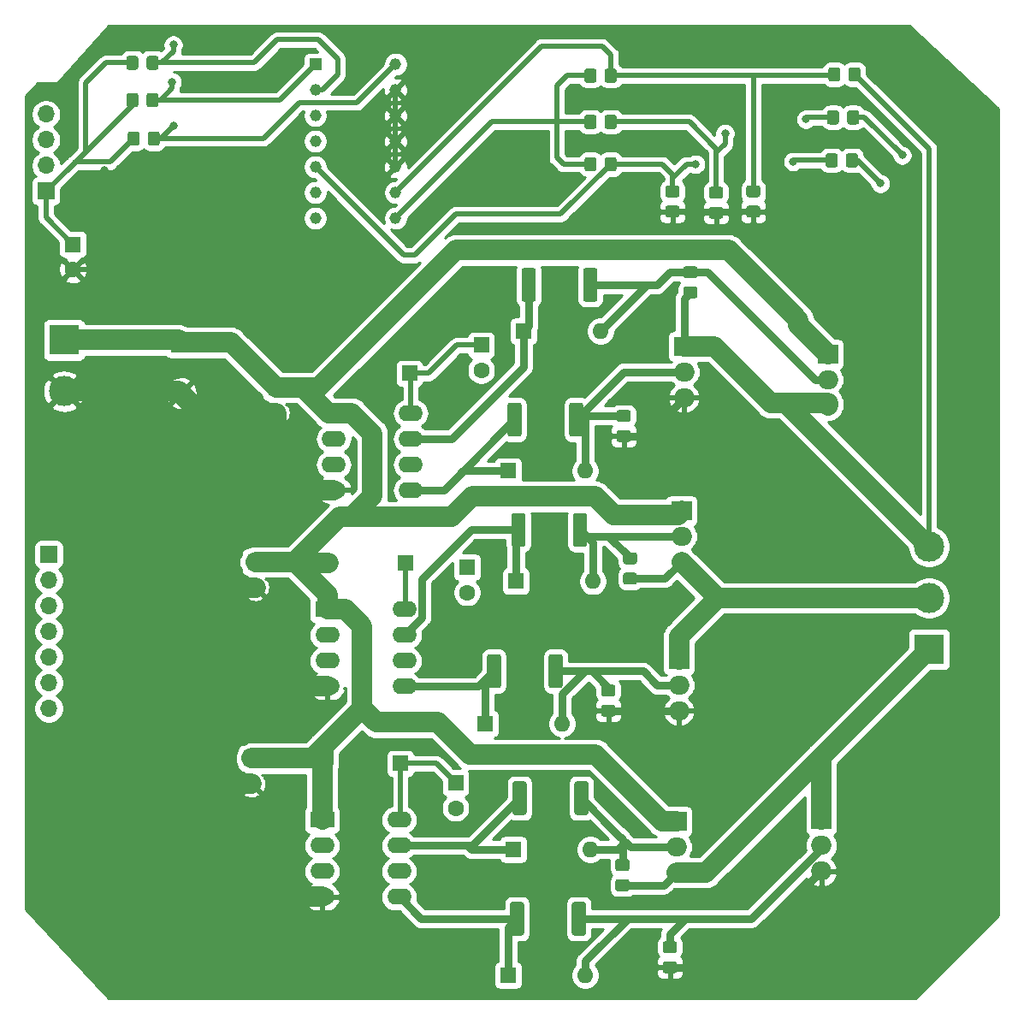
<source format=gtl>
%TF.GenerationSoftware,KiCad,Pcbnew,(5.1.8)-1*%
%TF.CreationDate,2020-12-20T02:03:12+03:00*%
%TF.ProjectId,BLDC_SensorlessWithLM339,424c4443-5f53-4656-9e73-6f726c657373,0.3*%
%TF.SameCoordinates,Original*%
%TF.FileFunction,Copper,L1,Top*%
%TF.FilePolarity,Positive*%
%FSLAX46Y46*%
G04 Gerber Fmt 4.6, Leading zero omitted, Abs format (unit mm)*
G04 Created by KiCad (PCBNEW (5.1.8)-1) date 2020-12-20 02:03:12*
%MOMM*%
%LPD*%
G01*
G04 APERTURE LIST*
%TA.AperFunction,ComponentPad*%
%ADD10C,1.170000*%
%TD*%
%TA.AperFunction,ComponentPad*%
%ADD11R,1.170000X1.170000*%
%TD*%
%TA.AperFunction,ComponentPad*%
%ADD12O,2.400000X1.600000*%
%TD*%
%TA.AperFunction,ComponentPad*%
%ADD13R,2.400000X1.600000*%
%TD*%
%TA.AperFunction,ComponentPad*%
%ADD14O,2.000000X1.905000*%
%TD*%
%TA.AperFunction,ComponentPad*%
%ADD15R,2.000000X1.905000*%
%TD*%
%TA.AperFunction,ComponentPad*%
%ADD16C,3.000000*%
%TD*%
%TA.AperFunction,ComponentPad*%
%ADD17R,3.000000X3.000000*%
%TD*%
%TA.AperFunction,ComponentPad*%
%ADD18O,1.700000X1.700000*%
%TD*%
%TA.AperFunction,ComponentPad*%
%ADD19R,1.700000X1.700000*%
%TD*%
%TA.AperFunction,ComponentPad*%
%ADD20O,1.600000X1.600000*%
%TD*%
%TA.AperFunction,ComponentPad*%
%ADD21R,1.600000X1.600000*%
%TD*%
%TA.AperFunction,ComponentPad*%
%ADD22C,2.000000*%
%TD*%
%TA.AperFunction,ComponentPad*%
%ADD23R,2.000000X2.000000*%
%TD*%
%TA.AperFunction,ComponentPad*%
%ADD24C,1.600000*%
%TD*%
%TA.AperFunction,ViaPad*%
%ADD25C,0.800000*%
%TD*%
%TA.AperFunction,Conductor*%
%ADD26C,2.000000*%
%TD*%
%TA.AperFunction,Conductor*%
%ADD27C,0.750000*%
%TD*%
%TA.AperFunction,Conductor*%
%ADD28C,0.500000*%
%TD*%
%TA.AperFunction,Conductor*%
%ADD29C,0.254000*%
%TD*%
%TA.AperFunction,Conductor*%
%ADD30C,0.100000*%
%TD*%
G04 APERTURE END LIST*
D10*
%TO.P,U4,14*%
%TO.N,Net-(J2-Pad2)*%
X50071000Y-17272000D03*
%TO.P,U4,13*%
%TO.N,GND*%
X50071000Y-19812000D03*
%TO.P,U4,12*%
X50071000Y-22352000D03*
%TO.P,U4,11*%
X50071000Y-24892000D03*
%TO.P,U4,10*%
X50071000Y-27432000D03*
%TO.P,U4,9*%
%TO.N,Net-(R16-Pad1)*%
X50071000Y-29972000D03*
%TO.P,U4,8*%
%TO.N,Net-(R16-Pad2)*%
X50071000Y-32512000D03*
%TO.P,U4,7*%
%TO.N,Net-(R17-Pad1)*%
X42131000Y-32512000D03*
%TO.P,U4,6*%
%TO.N,Net-(R16-Pad2)*%
X42131000Y-29972000D03*
%TO.P,U4,5*%
%TO.N,Net-(R18-Pad1)*%
X42131000Y-27432000D03*
%TO.P,U4,4*%
%TO.N,Net-(R16-Pad2)*%
X42131000Y-24892000D03*
%TO.P,U4,3*%
%TO.N,+3V3*%
X42131000Y-22352000D03*
%TO.P,U4,2*%
%TO.N,Net-(J2-Pad4)*%
X42131000Y-19812000D03*
D11*
%TO.P,U4,1*%
%TO.N,Net-(J2-Pad3)*%
X42131000Y-17272000D03*
%TD*%
D12*
%TO.P,U3,8*%
%TO.N,Net-(C5-Pad1)*%
X50419000Y-92075000D03*
%TO.P,U3,4*%
%TO.N,GND*%
X42799000Y-99695000D03*
%TO.P,U3,7*%
%TO.N,Net-(D4-Pad1)*%
X50419000Y-94615000D03*
%TO.P,U3,3*%
%TO.N,Net-(J1-Pad7)*%
X42799000Y-97155000D03*
%TO.P,U3,6*%
%TO.N,Net-(C5-Pad2)*%
X50419000Y-97155000D03*
%TO.P,U3,2*%
%TO.N,Net-(J1-Pad6)*%
X42799000Y-94615000D03*
%TO.P,U3,5*%
%TO.N,Net-(D7-Pad1)*%
X50419000Y-99695000D03*
D13*
%TO.P,U3,1*%
%TO.N,+12V*%
X42799000Y-92075000D03*
%TD*%
D12*
%TO.P,U2,8*%
%TO.N,Net-(C6-Pad1)*%
X50927000Y-71247000D03*
%TO.P,U2,4*%
%TO.N,GND*%
X43307000Y-78867000D03*
%TO.P,U2,7*%
%TO.N,Net-(D5-Pad1)*%
X50927000Y-73787000D03*
%TO.P,U2,3*%
%TO.N,Net-(J1-Pad5)*%
X43307000Y-76327000D03*
%TO.P,U2,6*%
%TO.N,Net-(C6-Pad2)*%
X50927000Y-76327000D03*
%TO.P,U2,2*%
%TO.N,Net-(J1-Pad4)*%
X43307000Y-73787000D03*
%TO.P,U2,5*%
%TO.N,Net-(D6-Pad1)*%
X50927000Y-78867000D03*
D13*
%TO.P,U2,1*%
%TO.N,+12V*%
X43307000Y-71247000D03*
%TD*%
D12*
%TO.P,U1,8*%
%TO.N,Net-(C7-Pad1)*%
X51562000Y-51816000D03*
%TO.P,U1,4*%
%TO.N,GND*%
X43942000Y-59436000D03*
%TO.P,U1,7*%
%TO.N,Net-(D9-Pad1)*%
X51562000Y-54356000D03*
%TO.P,U1,3*%
%TO.N,Net-(J1-Pad3)*%
X43942000Y-56896000D03*
%TO.P,U1,6*%
%TO.N,Net-(C7-Pad2)*%
X51562000Y-56896000D03*
%TO.P,U1,2*%
%TO.N,Net-(J1-Pad2)*%
X43942000Y-54356000D03*
%TO.P,U1,5*%
%TO.N,Net-(D8-Pad1)*%
X51562000Y-59436000D03*
D13*
%TO.P,U1,1*%
%TO.N,+12V*%
X43942000Y-51816000D03*
%TD*%
%TO.P,R24,2*%
%TO.N,Net-(R18-Pad1)*%
%TA.AperFunction,SMDPad,CuDef*%
G36*
G01*
X93834000Y-26346999D02*
X93834000Y-27247001D01*
G75*
G02*
X93584001Y-27497000I-249999J0D01*
G01*
X92883999Y-27497000D01*
G75*
G02*
X92634000Y-27247001I0J249999D01*
G01*
X92634000Y-26346999D01*
G75*
G02*
X92883999Y-26097000I249999J0D01*
G01*
X93584001Y-26097000D01*
G75*
G02*
X93834000Y-26346999I0J-249999D01*
G01*
G37*
%TD.AperFunction*%
%TO.P,R24,1*%
%TO.N,Net-(J4-Pad1)*%
%TA.AperFunction,SMDPad,CuDef*%
G36*
G01*
X95834000Y-26346999D02*
X95834000Y-27247001D01*
G75*
G02*
X95584001Y-27497000I-249999J0D01*
G01*
X94883999Y-27497000D01*
G75*
G02*
X94634000Y-27247001I0J249999D01*
G01*
X94634000Y-26346999D01*
G75*
G02*
X94883999Y-26097000I249999J0D01*
G01*
X95584001Y-26097000D01*
G75*
G02*
X95834000Y-26346999I0J-249999D01*
G01*
G37*
%TD.AperFunction*%
%TD*%
%TO.P,R23,2*%
%TO.N,Net-(R17-Pad1)*%
%TA.AperFunction,SMDPad,CuDef*%
G36*
G01*
X93961000Y-22092499D02*
X93961000Y-22992501D01*
G75*
G02*
X93711001Y-23242500I-249999J0D01*
G01*
X93010999Y-23242500D01*
G75*
G02*
X92761000Y-22992501I0J249999D01*
G01*
X92761000Y-22092499D01*
G75*
G02*
X93010999Y-21842500I249999J0D01*
G01*
X93711001Y-21842500D01*
G75*
G02*
X93961000Y-22092499I0J-249999D01*
G01*
G37*
%TD.AperFunction*%
%TO.P,R23,1*%
%TO.N,Net-(J4-Pad2)*%
%TA.AperFunction,SMDPad,CuDef*%
G36*
G01*
X95961000Y-22092499D02*
X95961000Y-22992501D01*
G75*
G02*
X95711001Y-23242500I-249999J0D01*
G01*
X95010999Y-23242500D01*
G75*
G02*
X94761000Y-22992501I0J249999D01*
G01*
X94761000Y-22092499D01*
G75*
G02*
X95010999Y-21842500I249999J0D01*
G01*
X95711001Y-21842500D01*
G75*
G02*
X95961000Y-22092499I0J-249999D01*
G01*
G37*
%TD.AperFunction*%
%TD*%
%TO.P,R22,2*%
%TO.N,Net-(R16-Pad1)*%
%TA.AperFunction,SMDPad,CuDef*%
G36*
G01*
X94088000Y-17837999D02*
X94088000Y-18738001D01*
G75*
G02*
X93838001Y-18988000I-249999J0D01*
G01*
X93137999Y-18988000D01*
G75*
G02*
X92888000Y-18738001I0J249999D01*
G01*
X92888000Y-17837999D01*
G75*
G02*
X93137999Y-17588000I249999J0D01*
G01*
X93838001Y-17588000D01*
G75*
G02*
X94088000Y-17837999I0J-249999D01*
G01*
G37*
%TD.AperFunction*%
%TO.P,R22,1*%
%TO.N,Net-(J4-Pad3)*%
%TA.AperFunction,SMDPad,CuDef*%
G36*
G01*
X96088000Y-17837999D02*
X96088000Y-18738001D01*
G75*
G02*
X95838001Y-18988000I-249999J0D01*
G01*
X95137999Y-18988000D01*
G75*
G02*
X94888000Y-18738001I0J249999D01*
G01*
X94888000Y-17837999D01*
G75*
G02*
X95137999Y-17588000I249999J0D01*
G01*
X95838001Y-17588000D01*
G75*
G02*
X96088000Y-17837999I0J-249999D01*
G01*
G37*
%TD.AperFunction*%
%TD*%
%TO.P,R21,2*%
%TO.N,Net-(R16-Pad1)*%
%TA.AperFunction,SMDPad,CuDef*%
G36*
G01*
X85921001Y-30461000D02*
X85020999Y-30461000D01*
G75*
G02*
X84771000Y-30211001I0J249999D01*
G01*
X84771000Y-29510999D01*
G75*
G02*
X85020999Y-29261000I249999J0D01*
G01*
X85921001Y-29261000D01*
G75*
G02*
X86171000Y-29510999I0J-249999D01*
G01*
X86171000Y-30211001D01*
G75*
G02*
X85921001Y-30461000I-249999J0D01*
G01*
G37*
%TD.AperFunction*%
%TO.P,R21,1*%
%TO.N,GND*%
%TA.AperFunction,SMDPad,CuDef*%
G36*
G01*
X85921001Y-32461000D02*
X85020999Y-32461000D01*
G75*
G02*
X84771000Y-32211001I0J249999D01*
G01*
X84771000Y-31510999D01*
G75*
G02*
X85020999Y-31261000I249999J0D01*
G01*
X85921001Y-31261000D01*
G75*
G02*
X86171000Y-31510999I0J-249999D01*
G01*
X86171000Y-32211001D01*
G75*
G02*
X85921001Y-32461000I-249999J0D01*
G01*
G37*
%TD.AperFunction*%
%TD*%
%TO.P,R20,2*%
%TO.N,Net-(R17-Pad1)*%
%TA.AperFunction,SMDPad,CuDef*%
G36*
G01*
X82238001Y-30588000D02*
X81337999Y-30588000D01*
G75*
G02*
X81088000Y-30338001I0J249999D01*
G01*
X81088000Y-29637999D01*
G75*
G02*
X81337999Y-29388000I249999J0D01*
G01*
X82238001Y-29388000D01*
G75*
G02*
X82488000Y-29637999I0J-249999D01*
G01*
X82488000Y-30338001D01*
G75*
G02*
X82238001Y-30588000I-249999J0D01*
G01*
G37*
%TD.AperFunction*%
%TO.P,R20,1*%
%TO.N,GND*%
%TA.AperFunction,SMDPad,CuDef*%
G36*
G01*
X82238001Y-32588000D02*
X81337999Y-32588000D01*
G75*
G02*
X81088000Y-32338001I0J249999D01*
G01*
X81088000Y-31637999D01*
G75*
G02*
X81337999Y-31388000I249999J0D01*
G01*
X82238001Y-31388000D01*
G75*
G02*
X82488000Y-31637999I0J-249999D01*
G01*
X82488000Y-32338001D01*
G75*
G02*
X82238001Y-32588000I-249999J0D01*
G01*
G37*
%TD.AperFunction*%
%TD*%
%TO.P,R19,2*%
%TO.N,Net-(R18-Pad1)*%
%TA.AperFunction,SMDPad,CuDef*%
G36*
G01*
X77920001Y-30461000D02*
X77019999Y-30461000D01*
G75*
G02*
X76770000Y-30211001I0J249999D01*
G01*
X76770000Y-29510999D01*
G75*
G02*
X77019999Y-29261000I249999J0D01*
G01*
X77920001Y-29261000D01*
G75*
G02*
X78170000Y-29510999I0J-249999D01*
G01*
X78170000Y-30211001D01*
G75*
G02*
X77920001Y-30461000I-249999J0D01*
G01*
G37*
%TD.AperFunction*%
%TO.P,R19,1*%
%TO.N,GND*%
%TA.AperFunction,SMDPad,CuDef*%
G36*
G01*
X77920001Y-32461000D02*
X77019999Y-32461000D01*
G75*
G02*
X76770000Y-32211001I0J249999D01*
G01*
X76770000Y-31510999D01*
G75*
G02*
X77019999Y-31261000I249999J0D01*
G01*
X77920001Y-31261000D01*
G75*
G02*
X78170000Y-31510999I0J-249999D01*
G01*
X78170000Y-32211001D01*
G75*
G02*
X77920001Y-32461000I-249999J0D01*
G01*
G37*
%TD.AperFunction*%
%TD*%
%TO.P,R18,2*%
%TO.N,Net-(R16-Pad2)*%
%TA.AperFunction,SMDPad,CuDef*%
G36*
G01*
X69958000Y-26727999D02*
X69958000Y-27628001D01*
G75*
G02*
X69708001Y-27878000I-249999J0D01*
G01*
X69007999Y-27878000D01*
G75*
G02*
X68758000Y-27628001I0J249999D01*
G01*
X68758000Y-26727999D01*
G75*
G02*
X69007999Y-26478000I249999J0D01*
G01*
X69708001Y-26478000D01*
G75*
G02*
X69958000Y-26727999I0J-249999D01*
G01*
G37*
%TD.AperFunction*%
%TO.P,R18,1*%
%TO.N,Net-(R18-Pad1)*%
%TA.AperFunction,SMDPad,CuDef*%
G36*
G01*
X71958000Y-26727999D02*
X71958000Y-27628001D01*
G75*
G02*
X71708001Y-27878000I-249999J0D01*
G01*
X71007999Y-27878000D01*
G75*
G02*
X70758000Y-27628001I0J249999D01*
G01*
X70758000Y-26727999D01*
G75*
G02*
X71007999Y-26478000I249999J0D01*
G01*
X71708001Y-26478000D01*
G75*
G02*
X71958000Y-26727999I0J-249999D01*
G01*
G37*
%TD.AperFunction*%
%TD*%
%TO.P,R17,2*%
%TO.N,Net-(R16-Pad2)*%
%TA.AperFunction,SMDPad,CuDef*%
G36*
G01*
X69958000Y-22536999D02*
X69958000Y-23437001D01*
G75*
G02*
X69708001Y-23687000I-249999J0D01*
G01*
X69007999Y-23687000D01*
G75*
G02*
X68758000Y-23437001I0J249999D01*
G01*
X68758000Y-22536999D01*
G75*
G02*
X69007999Y-22287000I249999J0D01*
G01*
X69708001Y-22287000D01*
G75*
G02*
X69958000Y-22536999I0J-249999D01*
G01*
G37*
%TD.AperFunction*%
%TO.P,R17,1*%
%TO.N,Net-(R17-Pad1)*%
%TA.AperFunction,SMDPad,CuDef*%
G36*
G01*
X71958000Y-22536999D02*
X71958000Y-23437001D01*
G75*
G02*
X71708001Y-23687000I-249999J0D01*
G01*
X71007999Y-23687000D01*
G75*
G02*
X70758000Y-23437001I0J249999D01*
G01*
X70758000Y-22536999D01*
G75*
G02*
X71007999Y-22287000I249999J0D01*
G01*
X71708001Y-22287000D01*
G75*
G02*
X71958000Y-22536999I0J-249999D01*
G01*
G37*
%TD.AperFunction*%
%TD*%
%TO.P,R16,2*%
%TO.N,Net-(R16-Pad2)*%
%TA.AperFunction,SMDPad,CuDef*%
G36*
G01*
X69958000Y-17964999D02*
X69958000Y-18865001D01*
G75*
G02*
X69708001Y-19115000I-249999J0D01*
G01*
X69007999Y-19115000D01*
G75*
G02*
X68758000Y-18865001I0J249999D01*
G01*
X68758000Y-17964999D01*
G75*
G02*
X69007999Y-17715000I249999J0D01*
G01*
X69708001Y-17715000D01*
G75*
G02*
X69958000Y-17964999I0J-249999D01*
G01*
G37*
%TD.AperFunction*%
%TO.P,R16,1*%
%TO.N,Net-(R16-Pad1)*%
%TA.AperFunction,SMDPad,CuDef*%
G36*
G01*
X71958000Y-17964999D02*
X71958000Y-18865001D01*
G75*
G02*
X71708001Y-19115000I-249999J0D01*
G01*
X71007999Y-19115000D01*
G75*
G02*
X70758000Y-18865001I0J249999D01*
G01*
X70758000Y-17964999D01*
G75*
G02*
X71007999Y-17715000I249999J0D01*
G01*
X71708001Y-17715000D01*
G75*
G02*
X71958000Y-17964999I0J-249999D01*
G01*
G37*
%TD.AperFunction*%
%TD*%
%TO.P,R15,2*%
%TO.N,GND*%
%TA.AperFunction,SMDPad,CuDef*%
G36*
G01*
X72193999Y-53486000D02*
X73094001Y-53486000D01*
G75*
G02*
X73344000Y-53735999I0J-249999D01*
G01*
X73344000Y-54436001D01*
G75*
G02*
X73094001Y-54686000I-249999J0D01*
G01*
X72193999Y-54686000D01*
G75*
G02*
X71944000Y-54436001I0J249999D01*
G01*
X71944000Y-53735999D01*
G75*
G02*
X72193999Y-53486000I249999J0D01*
G01*
G37*
%TD.AperFunction*%
%TO.P,R15,1*%
%TO.N,Net-(D8-Pad2)*%
%TA.AperFunction,SMDPad,CuDef*%
G36*
G01*
X72193999Y-51486000D02*
X73094001Y-51486000D01*
G75*
G02*
X73344000Y-51735999I0J-249999D01*
G01*
X73344000Y-52436001D01*
G75*
G02*
X73094001Y-52686000I-249999J0D01*
G01*
X72193999Y-52686000D01*
G75*
G02*
X71944000Y-52436001I0J249999D01*
G01*
X71944000Y-51735999D01*
G75*
G02*
X72193999Y-51486000I249999J0D01*
G01*
G37*
%TD.AperFunction*%
%TD*%
%TO.P,R14,2*%
%TO.N,Net-(J4-Pad3)*%
%TA.AperFunction,SMDPad,CuDef*%
G36*
G01*
X78797999Y-39262000D02*
X79698001Y-39262000D01*
G75*
G02*
X79948000Y-39511999I0J-249999D01*
G01*
X79948000Y-40212001D01*
G75*
G02*
X79698001Y-40462000I-249999J0D01*
G01*
X78797999Y-40462000D01*
G75*
G02*
X78548000Y-40212001I0J249999D01*
G01*
X78548000Y-39511999D01*
G75*
G02*
X78797999Y-39262000I249999J0D01*
G01*
G37*
%TD.AperFunction*%
%TO.P,R14,1*%
%TO.N,Net-(D9-Pad2)*%
%TA.AperFunction,SMDPad,CuDef*%
G36*
G01*
X78797999Y-37262000D02*
X79698001Y-37262000D01*
G75*
G02*
X79948000Y-37511999I0J-249999D01*
G01*
X79948000Y-38212001D01*
G75*
G02*
X79698001Y-38462000I-249999J0D01*
G01*
X78797999Y-38462000D01*
G75*
G02*
X78548000Y-38212001I0J249999D01*
G01*
X78548000Y-37511999D01*
G75*
G02*
X78797999Y-37262000I249999J0D01*
G01*
G37*
%TD.AperFunction*%
%TD*%
%TO.P,R13,2*%
%TO.N,GND*%
%TA.AperFunction,SMDPad,CuDef*%
G36*
G01*
X76765999Y-106064000D02*
X77666001Y-106064000D01*
G75*
G02*
X77916000Y-106313999I0J-249999D01*
G01*
X77916000Y-107014001D01*
G75*
G02*
X77666001Y-107264000I-249999J0D01*
G01*
X76765999Y-107264000D01*
G75*
G02*
X76516000Y-107014001I0J249999D01*
G01*
X76516000Y-106313999D01*
G75*
G02*
X76765999Y-106064000I249999J0D01*
G01*
G37*
%TD.AperFunction*%
%TO.P,R13,1*%
%TO.N,Net-(D7-Pad2)*%
%TA.AperFunction,SMDPad,CuDef*%
G36*
G01*
X76765999Y-104064000D02*
X77666001Y-104064000D01*
G75*
G02*
X77916000Y-104313999I0J-249999D01*
G01*
X77916000Y-105014001D01*
G75*
G02*
X77666001Y-105264000I-249999J0D01*
G01*
X76765999Y-105264000D01*
G75*
G02*
X76516000Y-105014001I0J249999D01*
G01*
X76516000Y-104313999D01*
G75*
G02*
X76765999Y-104064000I249999J0D01*
G01*
G37*
%TD.AperFunction*%
%TD*%
%TO.P,R12,2*%
%TO.N,Net-(D8-Pad2)*%
%TA.AperFunction,SMDPad,CuDef*%
G36*
G01*
X67247000Y-53876001D02*
X67247000Y-51025999D01*
G75*
G02*
X67496999Y-50776000I249999J0D01*
G01*
X68397001Y-50776000D01*
G75*
G02*
X68647000Y-51025999I0J-249999D01*
G01*
X68647000Y-53876001D01*
G75*
G02*
X68397001Y-54126000I-249999J0D01*
G01*
X67496999Y-54126000D01*
G75*
G02*
X67247000Y-53876001I0J249999D01*
G01*
G37*
%TD.AperFunction*%
%TO.P,R12,1*%
%TO.N,Net-(D8-Pad1)*%
%TA.AperFunction,SMDPad,CuDef*%
G36*
G01*
X61147000Y-53876001D02*
X61147000Y-51025999D01*
G75*
G02*
X61396999Y-50776000I249999J0D01*
G01*
X62297001Y-50776000D01*
G75*
G02*
X62547000Y-51025999I0J-249999D01*
G01*
X62547000Y-53876001D01*
G75*
G02*
X62297001Y-54126000I-249999J0D01*
G01*
X61396999Y-54126000D01*
G75*
G02*
X61147000Y-53876001I0J249999D01*
G01*
G37*
%TD.AperFunction*%
%TD*%
%TO.P,R11,2*%
%TO.N,Net-(D9-Pad2)*%
%TA.AperFunction,SMDPad,CuDef*%
G36*
G01*
X68644000Y-40541001D02*
X68644000Y-37690999D01*
G75*
G02*
X68893999Y-37441000I249999J0D01*
G01*
X69794001Y-37441000D01*
G75*
G02*
X70044000Y-37690999I0J-249999D01*
G01*
X70044000Y-40541001D01*
G75*
G02*
X69794001Y-40791000I-249999J0D01*
G01*
X68893999Y-40791000D01*
G75*
G02*
X68644000Y-40541001I0J249999D01*
G01*
G37*
%TD.AperFunction*%
%TO.P,R11,1*%
%TO.N,Net-(D9-Pad1)*%
%TA.AperFunction,SMDPad,CuDef*%
G36*
G01*
X62544000Y-40541001D02*
X62544000Y-37690999D01*
G75*
G02*
X62793999Y-37441000I249999J0D01*
G01*
X63694001Y-37441000D01*
G75*
G02*
X63944000Y-37690999I0J-249999D01*
G01*
X63944000Y-40541001D01*
G75*
G02*
X63694001Y-40791000I-249999J0D01*
G01*
X62793999Y-40791000D01*
G75*
G02*
X62544000Y-40541001I0J249999D01*
G01*
G37*
%TD.AperFunction*%
%TD*%
%TO.P,R10,2*%
%TO.N,Net-(J4-Pad2)*%
%TA.AperFunction,SMDPad,CuDef*%
G36*
G01*
X72828999Y-67583000D02*
X73729001Y-67583000D01*
G75*
G02*
X73979000Y-67832999I0J-249999D01*
G01*
X73979000Y-68533001D01*
G75*
G02*
X73729001Y-68783000I-249999J0D01*
G01*
X72828999Y-68783000D01*
G75*
G02*
X72579000Y-68533001I0J249999D01*
G01*
X72579000Y-67832999D01*
G75*
G02*
X72828999Y-67583000I249999J0D01*
G01*
G37*
%TD.AperFunction*%
%TO.P,R10,1*%
%TO.N,Net-(D5-Pad2)*%
%TA.AperFunction,SMDPad,CuDef*%
G36*
G01*
X72828999Y-65583000D02*
X73729001Y-65583000D01*
G75*
G02*
X73979000Y-65832999I0J-249999D01*
G01*
X73979000Y-66533001D01*
G75*
G02*
X73729001Y-66783000I-249999J0D01*
G01*
X72828999Y-66783000D01*
G75*
G02*
X72579000Y-66533001I0J249999D01*
G01*
X72579000Y-65832999D01*
G75*
G02*
X72828999Y-65583000I249999J0D01*
G01*
G37*
%TD.AperFunction*%
%TD*%
%TO.P,R9,2*%
%TO.N,Net-(J4-Pad1)*%
%TA.AperFunction,SMDPad,CuDef*%
G36*
G01*
X72066999Y-97936000D02*
X72967001Y-97936000D01*
G75*
G02*
X73217000Y-98185999I0J-249999D01*
G01*
X73217000Y-98886001D01*
G75*
G02*
X72967001Y-99136000I-249999J0D01*
G01*
X72066999Y-99136000D01*
G75*
G02*
X71817000Y-98886001I0J249999D01*
G01*
X71817000Y-98185999D01*
G75*
G02*
X72066999Y-97936000I249999J0D01*
G01*
G37*
%TD.AperFunction*%
%TO.P,R9,1*%
%TO.N,Net-(D4-Pad2)*%
%TA.AperFunction,SMDPad,CuDef*%
G36*
G01*
X72066999Y-95936000D02*
X72967001Y-95936000D01*
G75*
G02*
X73217000Y-96185999I0J-249999D01*
G01*
X73217000Y-96886001D01*
G75*
G02*
X72967001Y-97136000I-249999J0D01*
G01*
X72066999Y-97136000D01*
G75*
G02*
X71817000Y-96886001I0J249999D01*
G01*
X71817000Y-96185999D01*
G75*
G02*
X72066999Y-95936000I249999J0D01*
G01*
G37*
%TD.AperFunction*%
%TD*%
%TO.P,R8,2*%
%TO.N,GND*%
%TA.AperFunction,SMDPad,CuDef*%
G36*
G01*
X70669999Y-80664000D02*
X71570001Y-80664000D01*
G75*
G02*
X71820000Y-80913999I0J-249999D01*
G01*
X71820000Y-81614001D01*
G75*
G02*
X71570001Y-81864000I-249999J0D01*
G01*
X70669999Y-81864000D01*
G75*
G02*
X70420000Y-81614001I0J249999D01*
G01*
X70420000Y-80913999D01*
G75*
G02*
X70669999Y-80664000I249999J0D01*
G01*
G37*
%TD.AperFunction*%
%TO.P,R8,1*%
%TO.N,Net-(D6-Pad2)*%
%TA.AperFunction,SMDPad,CuDef*%
G36*
G01*
X70669999Y-78664000D02*
X71570001Y-78664000D01*
G75*
G02*
X71820000Y-78913999I0J-249999D01*
G01*
X71820000Y-79614001D01*
G75*
G02*
X71570001Y-79864000I-249999J0D01*
G01*
X70669999Y-79864000D01*
G75*
G02*
X70420000Y-79614001I0J249999D01*
G01*
X70420000Y-78913999D01*
G75*
G02*
X70669999Y-78664000I249999J0D01*
G01*
G37*
%TD.AperFunction*%
%TD*%
%TO.P,R7,2*%
%TO.N,Net-(D7-Pad2)*%
%TA.AperFunction,SMDPad,CuDef*%
G36*
G01*
X67501000Y-103279001D02*
X67501000Y-100428999D01*
G75*
G02*
X67750999Y-100179000I249999J0D01*
G01*
X68651001Y-100179000D01*
G75*
G02*
X68901000Y-100428999I0J-249999D01*
G01*
X68901000Y-103279001D01*
G75*
G02*
X68651001Y-103529000I-249999J0D01*
G01*
X67750999Y-103529000D01*
G75*
G02*
X67501000Y-103279001I0J249999D01*
G01*
G37*
%TD.AperFunction*%
%TO.P,R7,1*%
%TO.N,Net-(D7-Pad1)*%
%TA.AperFunction,SMDPad,CuDef*%
G36*
G01*
X61401000Y-103279001D02*
X61401000Y-100428999D01*
G75*
G02*
X61650999Y-100179000I249999J0D01*
G01*
X62551001Y-100179000D01*
G75*
G02*
X62801000Y-100428999I0J-249999D01*
G01*
X62801000Y-103279001D01*
G75*
G02*
X62551001Y-103529000I-249999J0D01*
G01*
X61650999Y-103529000D01*
G75*
G02*
X61401000Y-103279001I0J249999D01*
G01*
G37*
%TD.AperFunction*%
%TD*%
%TO.P,R6,2*%
%TO.N,Net-(D6-Pad2)*%
%TA.AperFunction,SMDPad,CuDef*%
G36*
G01*
X65215000Y-78768001D02*
X65215000Y-75917999D01*
G75*
G02*
X65464999Y-75668000I249999J0D01*
G01*
X66365001Y-75668000D01*
G75*
G02*
X66615000Y-75917999I0J-249999D01*
G01*
X66615000Y-78768001D01*
G75*
G02*
X66365001Y-79018000I-249999J0D01*
G01*
X65464999Y-79018000D01*
G75*
G02*
X65215000Y-78768001I0J249999D01*
G01*
G37*
%TD.AperFunction*%
%TO.P,R6,1*%
%TO.N,Net-(D6-Pad1)*%
%TA.AperFunction,SMDPad,CuDef*%
G36*
G01*
X59115000Y-78768001D02*
X59115000Y-75917999D01*
G75*
G02*
X59364999Y-75668000I249999J0D01*
G01*
X60265001Y-75668000D01*
G75*
G02*
X60515000Y-75917999I0J-249999D01*
G01*
X60515000Y-78768001D01*
G75*
G02*
X60265001Y-79018000I-249999J0D01*
G01*
X59364999Y-79018000D01*
G75*
G02*
X59115000Y-78768001I0J249999D01*
G01*
G37*
%TD.AperFunction*%
%TD*%
%TO.P,R5,2*%
%TO.N,Net-(D5-Pad2)*%
%TA.AperFunction,SMDPad,CuDef*%
G36*
G01*
X67628000Y-64798001D02*
X67628000Y-61947999D01*
G75*
G02*
X67877999Y-61698000I249999J0D01*
G01*
X68778001Y-61698000D01*
G75*
G02*
X69028000Y-61947999I0J-249999D01*
G01*
X69028000Y-64798001D01*
G75*
G02*
X68778001Y-65048000I-249999J0D01*
G01*
X67877999Y-65048000D01*
G75*
G02*
X67628000Y-64798001I0J249999D01*
G01*
G37*
%TD.AperFunction*%
%TO.P,R5,1*%
%TO.N,Net-(D5-Pad1)*%
%TA.AperFunction,SMDPad,CuDef*%
G36*
G01*
X61528000Y-64798001D02*
X61528000Y-61947999D01*
G75*
G02*
X61777999Y-61698000I249999J0D01*
G01*
X62678001Y-61698000D01*
G75*
G02*
X62928000Y-61947999I0J-249999D01*
G01*
X62928000Y-64798001D01*
G75*
G02*
X62678001Y-65048000I-249999J0D01*
G01*
X61777999Y-65048000D01*
G75*
G02*
X61528000Y-64798001I0J249999D01*
G01*
G37*
%TD.AperFunction*%
%TD*%
%TO.P,R4,2*%
%TO.N,Net-(D4-Pad2)*%
%TA.AperFunction,SMDPad,CuDef*%
G36*
G01*
X67755000Y-91341001D02*
X67755000Y-88490999D01*
G75*
G02*
X68004999Y-88241000I249999J0D01*
G01*
X68905001Y-88241000D01*
G75*
G02*
X69155000Y-88490999I0J-249999D01*
G01*
X69155000Y-91341001D01*
G75*
G02*
X68905001Y-91591000I-249999J0D01*
G01*
X68004999Y-91591000D01*
G75*
G02*
X67755000Y-91341001I0J249999D01*
G01*
G37*
%TD.AperFunction*%
%TO.P,R4,1*%
%TO.N,Net-(D4-Pad1)*%
%TA.AperFunction,SMDPad,CuDef*%
G36*
G01*
X61655000Y-91341001D02*
X61655000Y-88490999D01*
G75*
G02*
X61904999Y-88241000I249999J0D01*
G01*
X62805001Y-88241000D01*
G75*
G02*
X63055000Y-88490999I0J-249999D01*
G01*
X63055000Y-91341001D01*
G75*
G02*
X62805001Y-91591000I-249999J0D01*
G01*
X61904999Y-91591000D01*
G75*
G02*
X61655000Y-91341001I0J249999D01*
G01*
G37*
%TD.AperFunction*%
%TD*%
%TO.P,R3,2*%
%TO.N,Net-(J2-Pad4)*%
%TA.AperFunction,SMDPad,CuDef*%
G36*
G01*
X25419000Y-17595001D02*
X25419000Y-16694999D01*
G75*
G02*
X25668999Y-16445000I249999J0D01*
G01*
X26369001Y-16445000D01*
G75*
G02*
X26619000Y-16694999I0J-249999D01*
G01*
X26619000Y-17595001D01*
G75*
G02*
X26369001Y-17845000I-249999J0D01*
G01*
X25668999Y-17845000D01*
G75*
G02*
X25419000Y-17595001I0J249999D01*
G01*
G37*
%TD.AperFunction*%
%TO.P,R3,1*%
%TO.N,+3V3*%
%TA.AperFunction,SMDPad,CuDef*%
G36*
G01*
X23419000Y-17595001D02*
X23419000Y-16694999D01*
G75*
G02*
X23668999Y-16445000I249999J0D01*
G01*
X24369001Y-16445000D01*
G75*
G02*
X24619000Y-16694999I0J-249999D01*
G01*
X24619000Y-17595001D01*
G75*
G02*
X24369001Y-17845000I-249999J0D01*
G01*
X23668999Y-17845000D01*
G75*
G02*
X23419000Y-17595001I0J249999D01*
G01*
G37*
%TD.AperFunction*%
%TD*%
%TO.P,R2,2*%
%TO.N,Net-(J2-Pad3)*%
%TA.AperFunction,SMDPad,CuDef*%
G36*
G01*
X25419000Y-21278001D02*
X25419000Y-20377999D01*
G75*
G02*
X25668999Y-20128000I249999J0D01*
G01*
X26369001Y-20128000D01*
G75*
G02*
X26619000Y-20377999I0J-249999D01*
G01*
X26619000Y-21278001D01*
G75*
G02*
X26369001Y-21528000I-249999J0D01*
G01*
X25668999Y-21528000D01*
G75*
G02*
X25419000Y-21278001I0J249999D01*
G01*
G37*
%TD.AperFunction*%
%TO.P,R2,1*%
%TO.N,+3V3*%
%TA.AperFunction,SMDPad,CuDef*%
G36*
G01*
X23419000Y-21278001D02*
X23419000Y-20377999D01*
G75*
G02*
X23668999Y-20128000I249999J0D01*
G01*
X24369001Y-20128000D01*
G75*
G02*
X24619000Y-20377999I0J-249999D01*
G01*
X24619000Y-21278001D01*
G75*
G02*
X24369001Y-21528000I-249999J0D01*
G01*
X23668999Y-21528000D01*
G75*
G02*
X23419000Y-21278001I0J249999D01*
G01*
G37*
%TD.AperFunction*%
%TD*%
%TO.P,R1,2*%
%TO.N,Net-(J2-Pad2)*%
%TA.AperFunction,SMDPad,CuDef*%
G36*
G01*
X25546000Y-25088001D02*
X25546000Y-24187999D01*
G75*
G02*
X25795999Y-23938000I249999J0D01*
G01*
X26496001Y-23938000D01*
G75*
G02*
X26746000Y-24187999I0J-249999D01*
G01*
X26746000Y-25088001D01*
G75*
G02*
X26496001Y-25338000I-249999J0D01*
G01*
X25795999Y-25338000D01*
G75*
G02*
X25546000Y-25088001I0J249999D01*
G01*
G37*
%TD.AperFunction*%
%TO.P,R1,1*%
%TO.N,+3V3*%
%TA.AperFunction,SMDPad,CuDef*%
G36*
G01*
X23546000Y-25088001D02*
X23546000Y-24187999D01*
G75*
G02*
X23795999Y-23938000I249999J0D01*
G01*
X24496001Y-23938000D01*
G75*
G02*
X24746000Y-24187999I0J-249999D01*
G01*
X24746000Y-25088001D01*
G75*
G02*
X24496001Y-25338000I-249999J0D01*
G01*
X23795999Y-25338000D01*
G75*
G02*
X23546000Y-25088001I0J249999D01*
G01*
G37*
%TD.AperFunction*%
%TD*%
D14*
%TO.P,Q6,3*%
%TO.N,GND*%
X92202000Y-97155000D03*
%TO.P,Q6,2*%
%TO.N,Net-(D7-Pad2)*%
X92202000Y-94615000D03*
D15*
%TO.P,Q6,1*%
%TO.N,Net-(J4-Pad1)*%
X92202000Y-92075000D03*
%TD*%
D14*
%TO.P,Q5,3*%
%TO.N,Net-(J4-Pad1)*%
X77851000Y-97282000D03*
%TO.P,Q5,2*%
%TO.N,Net-(D4-Pad2)*%
X77851000Y-94742000D03*
D15*
%TO.P,Q5,1*%
%TO.N,+12V*%
X77851000Y-92202000D03*
%TD*%
D14*
%TO.P,Q4,3*%
%TO.N,GND*%
X78613000Y-50292000D03*
%TO.P,Q4,2*%
%TO.N,Net-(D8-Pad2)*%
X78613000Y-47752000D03*
D15*
%TO.P,Q4,1*%
%TO.N,Net-(J4-Pad3)*%
X78613000Y-45212000D03*
%TD*%
D14*
%TO.P,Q3,3*%
%TO.N,Net-(J4-Pad3)*%
X92837000Y-51054000D03*
%TO.P,Q3,2*%
%TO.N,Net-(D9-Pad2)*%
X92837000Y-48514000D03*
D15*
%TO.P,Q3,1*%
%TO.N,+12V*%
X92837000Y-45974000D03*
%TD*%
D14*
%TO.P,Q2,3*%
%TO.N,GND*%
X78105000Y-81280000D03*
%TO.P,Q2,2*%
%TO.N,Net-(D6-Pad2)*%
X78105000Y-78740000D03*
D15*
%TO.P,Q2,1*%
%TO.N,Net-(J4-Pad2)*%
X78105000Y-76200000D03*
%TD*%
D14*
%TO.P,Q1,3*%
%TO.N,Net-(J4-Pad2)*%
X78359000Y-66548000D03*
%TO.P,Q1,2*%
%TO.N,Net-(D5-Pad2)*%
X78359000Y-64008000D03*
D15*
%TO.P,Q1,1*%
%TO.N,+12V*%
X78359000Y-61468000D03*
%TD*%
D16*
%TO.P,J4,3*%
%TO.N,Net-(J4-Pad3)*%
X102870000Y-65024000D03*
%TO.P,J4,2*%
%TO.N,Net-(J4-Pad2)*%
X102870000Y-70104000D03*
D17*
%TO.P,J4,1*%
%TO.N,Net-(J4-Pad1)*%
X102870000Y-75184000D03*
%TD*%
D16*
%TO.P,J3,2*%
%TO.N,GND*%
X17272000Y-49657000D03*
D17*
%TO.P,J3,1*%
%TO.N,+12V*%
X17272000Y-44577000D03*
%TD*%
D18*
%TO.P,J2,4*%
%TO.N,Net-(J2-Pad4)*%
X15468600Y-22225000D03*
%TO.P,J2,3*%
%TO.N,Net-(J2-Pad3)*%
X15468600Y-24765000D03*
%TO.P,J2,2*%
%TO.N,Net-(J2-Pad2)*%
X15468600Y-27305000D03*
D19*
%TO.P,J2,1*%
%TO.N,+3V3*%
X15468600Y-29845000D03*
%TD*%
D18*
%TO.P,J1,7*%
%TO.N,Net-(J1-Pad7)*%
X15748000Y-81026000D03*
%TO.P,J1,6*%
%TO.N,Net-(J1-Pad6)*%
X15748000Y-78486000D03*
%TO.P,J1,5*%
%TO.N,Net-(J1-Pad5)*%
X15748000Y-75946000D03*
%TO.P,J1,4*%
%TO.N,Net-(J1-Pad4)*%
X15748000Y-73406000D03*
%TO.P,J1,3*%
%TO.N,Net-(J1-Pad3)*%
X15748000Y-70866000D03*
%TO.P,J1,2*%
%TO.N,Net-(J1-Pad2)*%
X15748000Y-68326000D03*
D19*
%TO.P,J1,1*%
%TO.N,Net-(J1-Pad1)*%
X15748000Y-65786000D03*
%TD*%
D20*
%TO.P,D9,2*%
%TO.N,Net-(D9-Pad2)*%
X70358000Y-43688000D03*
D21*
%TO.P,D9,1*%
%TO.N,Net-(D9-Pad1)*%
X62738000Y-43688000D03*
%TD*%
D20*
%TO.P,D8,2*%
%TO.N,Net-(D8-Pad2)*%
X68834000Y-57531000D03*
D21*
%TO.P,D8,1*%
%TO.N,Net-(D8-Pad1)*%
X61214000Y-57531000D03*
%TD*%
D20*
%TO.P,D7,2*%
%TO.N,Net-(D7-Pad2)*%
X68834000Y-107442000D03*
D21*
%TO.P,D7,1*%
%TO.N,Net-(D7-Pad1)*%
X61214000Y-107442000D03*
%TD*%
D20*
%TO.P,D6,2*%
%TO.N,Net-(D6-Pad2)*%
X66548000Y-82550000D03*
D21*
%TO.P,D6,1*%
%TO.N,Net-(D6-Pad1)*%
X58928000Y-82550000D03*
%TD*%
D20*
%TO.P,D5,2*%
%TO.N,Net-(D5-Pad2)*%
X69596000Y-68453000D03*
D21*
%TO.P,D5,1*%
%TO.N,Net-(D5-Pad1)*%
X61976000Y-68453000D03*
%TD*%
D20*
%TO.P,D4,2*%
%TO.N,Net-(D4-Pad2)*%
X69342000Y-94996000D03*
D21*
%TO.P,D4,1*%
%TO.N,Net-(D4-Pad1)*%
X61722000Y-94996000D03*
%TD*%
D20*
%TO.P,D3,2*%
%TO.N,+12V*%
X42926000Y-86487000D03*
D21*
%TO.P,D3,1*%
%TO.N,Net-(C5-Pad1)*%
X50546000Y-86487000D03*
%TD*%
D20*
%TO.P,D2,2*%
%TO.N,+12V*%
X43815000Y-47879000D03*
D21*
%TO.P,D2,1*%
%TO.N,Net-(C7-Pad1)*%
X51435000Y-47879000D03*
%TD*%
D20*
%TO.P,D1,2*%
%TO.N,+12V*%
X43434000Y-66675000D03*
D21*
%TO.P,D1,1*%
%TO.N,Net-(C6-Pad1)*%
X51054000Y-66675000D03*
%TD*%
D22*
%TO.P,C8,2*%
%TO.N,GND*%
X28829000Y-49831000D03*
D23*
%TO.P,C8,1*%
%TO.N,+12V*%
X28829000Y-44831000D03*
%TD*%
D24*
%TO.P,C7,2*%
%TO.N,Net-(C7-Pad2)*%
X58547000Y-47585000D03*
D21*
%TO.P,C7,1*%
%TO.N,Net-(C7-Pad1)*%
X58547000Y-45085000D03*
%TD*%
D24*
%TO.P,C6,2*%
%TO.N,Net-(C6-Pad2)*%
X57150000Y-69556000D03*
D21*
%TO.P,C6,1*%
%TO.N,Net-(C6-Pad1)*%
X57150000Y-67056000D03*
%TD*%
D24*
%TO.P,C5,2*%
%TO.N,Net-(C5-Pad2)*%
X56007000Y-90892000D03*
D21*
%TO.P,C5,1*%
%TO.N,Net-(C5-Pad1)*%
X56007000Y-88392000D03*
%TD*%
D24*
%TO.P,C4,2*%
%TO.N,GND*%
X35814000Y-88479000D03*
D21*
%TO.P,C4,1*%
%TO.N,+12V*%
X35814000Y-85979000D03*
%TD*%
D24*
%TO.P,C3,2*%
%TO.N,GND*%
X36195000Y-69048000D03*
D21*
%TO.P,C3,1*%
%TO.N,+12V*%
X36195000Y-66548000D03*
%TD*%
D24*
%TO.P,C2,2*%
%TO.N,GND*%
X38227000Y-51776000D03*
D21*
%TO.P,C2,1*%
%TO.N,+12V*%
X38227000Y-49276000D03*
%TD*%
D24*
%TO.P,C1,2*%
%TO.N,GND*%
X18135600Y-37602800D03*
D21*
%TO.P,C1,1*%
%TO.N,+3V3*%
X18135600Y-35102800D03*
%TD*%
D25*
%TO.N,GND*%
X81788000Y-33528000D03*
X56896000Y-18288000D03*
X60579000Y-29210000D03*
X46228000Y-24892000D03*
X34798000Y-30226000D03*
X21209000Y-27813000D03*
X23622000Y-40259000D03*
X39878000Y-42799000D03*
X81915000Y-16256000D03*
X102362000Y-18415000D03*
X105410000Y-34163000D03*
X91821000Y-37846000D03*
X85598000Y-58293000D03*
X91313000Y-64262000D03*
X92329000Y-76200000D03*
X86868000Y-79248000D03*
X85344000Y-88265000D03*
X97282000Y-86868000D03*
X103759000Y-89535000D03*
X101727000Y-96139000D03*
X90170000Y-104394000D03*
X81661000Y-103886000D03*
X59182000Y-98298000D03*
X52832000Y-84709000D03*
X46863000Y-93345000D03*
X46736000Y-98425000D03*
X57277000Y-104521000D03*
X33401000Y-101473000D03*
X30988000Y-93980000D03*
X38100000Y-91821000D03*
X37973000Y-82296000D03*
X38227000Y-72009000D03*
X38227000Y-62357000D03*
X30607000Y-59436000D03*
X22860000Y-56007000D03*
X26797000Y-69723000D03*
X27051000Y-80772000D03*
X35052000Y-18923000D03*
X74422000Y-43561000D03*
X67437000Y-48006000D03*
X56896000Y-40894000D03*
X55118000Y-50673000D03*
X73025000Y-72898000D03*
X66167000Y-73025000D03*
X57404000Y-75438000D03*
X76581000Y-86106000D03*
X83185000Y-99822000D03*
X71120000Y-90170000D03*
%TO.N,Net-(J2-Pad4)*%
X28067000Y-15367000D03*
%TO.N,Net-(J2-Pad3)*%
X27940000Y-19050000D03*
%TO.N,Net-(J2-Pad2)*%
X28067000Y-23368000D03*
%TO.N,Net-(J4-Pad2)*%
X100203000Y-26289000D03*
%TO.N,Net-(J4-Pad1)*%
X98044000Y-29083000D03*
%TO.N,Net-(R17-Pad1)*%
X82677000Y-24130000D03*
X90678000Y-22733000D03*
%TO.N,Net-(R18-Pad1)*%
X89408000Y-26924000D03*
X79756000Y-27178000D03*
%TD*%
D26*
%TO.N,GND*%
X28655000Y-49657000D02*
X28829000Y-49831000D01*
X17272000Y-49657000D02*
X28655000Y-49657000D01*
X30774000Y-51776000D02*
X38227000Y-51776000D01*
X28829000Y-49831000D02*
X30774000Y-51776000D01*
X40742000Y-59436000D02*
X43942000Y-59436000D01*
X38227000Y-56921000D02*
X40742000Y-59436000D01*
X38227000Y-51776000D02*
X38227000Y-56921000D01*
X40742000Y-59436000D02*
X35941000Y-59436000D01*
X35941000Y-59436000D02*
X30480000Y-64897000D01*
X30480000Y-64897000D02*
X30480000Y-67945000D01*
X31583000Y-69048000D02*
X36195000Y-69048000D01*
X30480000Y-67945000D02*
X31583000Y-69048000D01*
X34682630Y-88479000D02*
X35814000Y-88479000D01*
X30480000Y-84276370D02*
X34682630Y-88479000D01*
X43307000Y-78867000D02*
X33401000Y-78867000D01*
X33401000Y-78867000D02*
X30480000Y-75946000D01*
X30480000Y-67945000D02*
X30480000Y-75946000D01*
X30480000Y-90576000D02*
X30480000Y-81534000D01*
X42799000Y-99695000D02*
X39599000Y-99695000D01*
X39599000Y-99695000D02*
X30480000Y-90576000D01*
X30480000Y-81534000D02*
X30480000Y-84276370D01*
X30480000Y-75946000D02*
X30480000Y-81534000D01*
D27*
X74819000Y-54086000D02*
X78613000Y-50292000D01*
X72644000Y-54086000D02*
X74819000Y-54086000D01*
X71136000Y-81280000D02*
X71120000Y-81264000D01*
X78105000Y-81280000D02*
X71136000Y-81280000D01*
X82693000Y-106664000D02*
X92202000Y-97155000D01*
X77216000Y-106664000D02*
X82693000Y-106664000D01*
D28*
X81661000Y-31861000D02*
X81788000Y-31988000D01*
X77470000Y-31861000D02*
X81661000Y-31861000D01*
X81915000Y-31861000D02*
X81788000Y-31988000D01*
X85471000Y-31861000D02*
X81915000Y-31861000D01*
X50071000Y-19812000D02*
X50071000Y-22352000D01*
X50071000Y-22352000D02*
X50071000Y-24892000D01*
X50071000Y-24892000D02*
X50071000Y-27432000D01*
X20965800Y-37602800D02*
X23622000Y-40259000D01*
X18135600Y-37602800D02*
X20965800Y-37602800D01*
%TO.N,+3V3*%
X15468600Y-32435800D02*
X18135600Y-35102800D01*
X15468600Y-29845000D02*
X15468600Y-32435800D01*
X21821001Y-26962999D02*
X24146000Y-24638000D01*
X18350601Y-26962999D02*
X21821001Y-26962999D01*
X24019000Y-17145000D02*
X21412200Y-17145000D01*
X21412200Y-17145000D02*
X19405600Y-19151600D01*
X19405600Y-19151600D02*
X19405600Y-25908000D01*
X18084800Y-27228800D02*
X18350601Y-26962999D01*
X15468600Y-29845000D02*
X18084800Y-27228800D01*
X24019000Y-21294600D02*
X19177000Y-26136600D01*
X24019000Y-20828000D02*
X24019000Y-21294600D01*
X19177000Y-26136600D02*
X18084800Y-27228800D01*
X19405600Y-25908000D02*
X19177000Y-26136600D01*
D26*
%TO.N,+12V*%
X28575000Y-44577000D02*
X28829000Y-44831000D01*
X17272000Y-44577000D02*
X28575000Y-44577000D01*
X33782000Y-44831000D02*
X38227000Y-49276000D01*
X28829000Y-44831000D02*
X33782000Y-44831000D01*
X42418000Y-49276000D02*
X43815000Y-47879000D01*
X43434000Y-51816000D02*
X40894000Y-49276000D01*
X43942000Y-51816000D02*
X43434000Y-51816000D01*
X40894000Y-49276000D02*
X42418000Y-49276000D01*
X38227000Y-49276000D02*
X40894000Y-49276000D01*
X89922499Y-43059499D02*
X89922499Y-42551499D01*
X92837000Y-45974000D02*
X89922499Y-43059499D01*
X89922499Y-42551499D02*
X83058000Y-35687000D01*
X56007000Y-35687000D02*
X43815000Y-47879000D01*
X83058000Y-35687000D02*
X56007000Y-35687000D01*
X40058441Y-66548000D02*
X44503441Y-62103000D01*
X36195000Y-66548000D02*
X40058441Y-66548000D01*
X44503441Y-62103000D02*
X45720000Y-62103000D01*
X45720000Y-62103000D02*
X47752000Y-60071000D01*
X47752000Y-60071000D02*
X47752000Y-53848000D01*
X45720000Y-51816000D02*
X43942000Y-51816000D01*
X47752000Y-53848000D02*
X45720000Y-51816000D01*
X40185441Y-66675000D02*
X40058441Y-66548000D01*
X43434000Y-66675000D02*
X40185441Y-66675000D01*
X43307000Y-69796559D02*
X40185441Y-66675000D01*
X43307000Y-71247000D02*
X43307000Y-69796559D01*
X43307000Y-71247000D02*
X45085000Y-71247000D01*
X45085000Y-71247000D02*
X46736000Y-72898000D01*
X46736000Y-72898000D02*
X46736000Y-81026000D01*
X42926000Y-84836000D02*
X42926000Y-86487000D01*
X46736000Y-81026000D02*
X42926000Y-84836000D01*
X41783000Y-85979000D02*
X42926000Y-84836000D01*
X35814000Y-85979000D02*
X41783000Y-85979000D01*
X42799000Y-86614000D02*
X42926000Y-86487000D01*
X42799000Y-92075000D02*
X42799000Y-86614000D01*
X78098510Y-61855490D02*
X71634490Y-61855490D01*
X78359000Y-61595000D02*
X78098510Y-61855490D01*
X78359000Y-61468000D02*
X78359000Y-61595000D01*
X71634490Y-61855490D02*
X69850000Y-60071000D01*
X69850000Y-60071000D02*
X57658000Y-60071000D01*
X55626000Y-62103000D02*
X45720000Y-62103000D01*
X57658000Y-60071000D02*
X55626000Y-62103000D01*
X77851000Y-92202000D02*
X76454000Y-92202000D01*
X76454000Y-92202000D02*
X69850000Y-85598000D01*
X69850000Y-85598000D02*
X57404000Y-85598000D01*
X57404000Y-85598000D02*
X54229000Y-82423000D01*
X48133000Y-82423000D02*
X46736000Y-81026000D01*
X54229000Y-82423000D02*
X48133000Y-82423000D01*
D28*
%TO.N,Net-(C5-Pad1)*%
X50546000Y-91948000D02*
X50419000Y-92075000D01*
X50546000Y-86487000D02*
X50546000Y-91948000D01*
X54102000Y-86487000D02*
X56007000Y-88392000D01*
X50546000Y-86487000D02*
X54102000Y-86487000D01*
%TO.N,Net-(C6-Pad1)*%
X51054000Y-71120000D02*
X50927000Y-71247000D01*
X51054000Y-66675000D02*
X51054000Y-71120000D01*
%TO.N,Net-(C7-Pad1)*%
X51435000Y-47879000D02*
X53340000Y-47879000D01*
X56134000Y-45085000D02*
X58547000Y-45085000D01*
X53340000Y-47879000D02*
X56134000Y-45085000D01*
X51562000Y-48006000D02*
X51435000Y-47879000D01*
X51562000Y-51816000D02*
X51562000Y-48006000D01*
D27*
%TO.N,Net-(D4-Pad2)*%
X73281000Y-94742000D02*
X77851000Y-94742000D01*
X71819500Y-93280500D02*
X73281000Y-94742000D01*
X72517000Y-93978000D02*
X71819500Y-93280500D01*
X68455000Y-89916000D02*
X71819500Y-93280500D01*
X72009000Y-94996000D02*
X72517000Y-94488000D01*
X69342000Y-94996000D02*
X72009000Y-94996000D01*
X72517000Y-94488000D02*
X72517000Y-93978000D01*
X72517000Y-96536000D02*
X72517000Y-94488000D01*
%TO.N,Net-(D4-Pad1)*%
X62355000Y-89916000D02*
X57656000Y-94615000D01*
X61722000Y-94996000D02*
X57531000Y-94996000D01*
X57531000Y-94996000D02*
X57150000Y-94615000D01*
X57150000Y-94615000D02*
X50419000Y-94615000D01*
X57656000Y-94615000D02*
X57150000Y-94615000D01*
%TO.N,Net-(D5-Pad2)*%
X68963000Y-64008000D02*
X68328000Y-63373000D01*
X73279000Y-66167000D02*
X71120000Y-64008000D01*
X73279000Y-66183000D02*
X73279000Y-66167000D01*
X78359000Y-64008000D02*
X71120000Y-64008000D01*
X71120000Y-64008000D02*
X68963000Y-64008000D01*
X69596000Y-64641000D02*
X68328000Y-63373000D01*
X69596000Y-68453000D02*
X69596000Y-64641000D01*
%TO.N,Net-(D5-Pad1)*%
X61976000Y-63625000D02*
X62228000Y-63373000D01*
X61976000Y-68453000D02*
X61976000Y-63625000D01*
X52702010Y-72011990D02*
X52702010Y-68201990D01*
X50927000Y-73787000D02*
X52702010Y-72011990D01*
X57531000Y-63373000D02*
X62228000Y-63373000D01*
X52702010Y-68201990D02*
X57531000Y-63373000D01*
%TO.N,Net-(D6-Pad2)*%
X75946000Y-78740000D02*
X78105000Y-78740000D01*
X74549000Y-77343000D02*
X75946000Y-78740000D01*
X71120000Y-78994000D02*
X69469000Y-77343000D01*
X71120000Y-79264000D02*
X71120000Y-78994000D01*
X69469000Y-77343000D02*
X74549000Y-77343000D01*
X66548000Y-79629000D02*
X68834000Y-77343000D01*
X68834000Y-77343000D02*
X69469000Y-77343000D01*
X66548000Y-82550000D02*
X66548000Y-79629000D01*
X65915000Y-77343000D02*
X68834000Y-77343000D01*
%TO.N,Net-(D6-Pad1)*%
X58291000Y-78867000D02*
X59815000Y-77343000D01*
X50927000Y-78867000D02*
X58291000Y-78867000D01*
X58928000Y-78230000D02*
X59815000Y-77343000D01*
X58928000Y-82550000D02*
X58928000Y-78230000D01*
%TO.N,Net-(D7-Pad2)*%
X92202000Y-94947275D02*
X92202000Y-94615000D01*
X85295275Y-101854000D02*
X92202000Y-94947275D01*
X77216000Y-104664000D02*
X77216000Y-103378000D01*
X78740000Y-101854000D02*
X85295275Y-101854000D01*
X77216000Y-103378000D02*
X78740000Y-101854000D01*
X68834000Y-106045000D02*
X73025000Y-101854000D01*
X68834000Y-107442000D02*
X68834000Y-106045000D01*
X73025000Y-101854000D02*
X78740000Y-101854000D01*
X68201000Y-101854000D02*
X73025000Y-101854000D01*
%TO.N,Net-(D7-Pad1)*%
X61214000Y-102741000D02*
X62101000Y-101854000D01*
X61214000Y-107442000D02*
X61214000Y-102741000D01*
X52578000Y-101854000D02*
X50419000Y-99695000D01*
X62101000Y-101854000D02*
X52578000Y-101854000D01*
%TO.N,Net-(D8-Pad2)*%
X78613000Y-47752000D02*
X72646000Y-47752000D01*
X68312000Y-52086000D02*
X67947000Y-52451000D01*
X72644000Y-52086000D02*
X68312000Y-52086000D01*
X68834000Y-57531000D02*
X68834000Y-51564000D01*
X70168500Y-50229500D02*
X67947000Y-52451000D01*
X68834000Y-51564000D02*
X70168500Y-50229500D01*
X72646000Y-47752000D02*
X70168500Y-50229500D01*
%TO.N,Net-(D8-Pad1)*%
X51562000Y-59436000D02*
X54862000Y-59436000D01*
X56767000Y-57531000D02*
X55942500Y-58355500D01*
X61214000Y-57531000D02*
X56767000Y-57531000D01*
X55942500Y-58355500D02*
X61847000Y-52451000D01*
X54862000Y-59436000D02*
X55942500Y-58355500D01*
%TO.N,Net-(D9-Pad2)*%
X92837000Y-48514000D02*
X91567000Y-48514000D01*
X80915000Y-37862000D02*
X79248000Y-37862000D01*
X91567000Y-48514000D02*
X80915000Y-37862000D01*
X79248000Y-37862000D02*
X77200000Y-37862000D01*
X77200000Y-37862000D02*
X75946000Y-39116000D01*
X74930000Y-39116000D02*
X75057000Y-39116000D01*
X70358000Y-43688000D02*
X74930000Y-39116000D01*
X75057000Y-39116000D02*
X69344000Y-39116000D01*
X75946000Y-39116000D02*
X75057000Y-39116000D01*
%TO.N,Net-(D9-Pad1)*%
X63244000Y-43182000D02*
X62738000Y-43688000D01*
X63244000Y-39116000D02*
X63244000Y-43182000D01*
X62738000Y-43688000D02*
X62738000Y-47244000D01*
X55626000Y-54356000D02*
X51562000Y-54356000D01*
X62738000Y-47244000D02*
X55626000Y-54356000D01*
D28*
%TO.N,Net-(J2-Pad4)*%
X36068000Y-17145000D02*
X38354000Y-14859000D01*
X38354000Y-14859000D02*
X42418000Y-14859000D01*
X42418000Y-14859000D02*
X44323000Y-16764000D01*
X44323000Y-16764000D02*
X44323000Y-18288000D01*
X42799000Y-19812000D02*
X42131000Y-19812000D01*
X44323000Y-18288000D02*
X42799000Y-19812000D01*
X28067000Y-16002000D02*
X26924000Y-17145000D01*
X28067000Y-15367000D02*
X28067000Y-16002000D01*
X26924000Y-17145000D02*
X36068000Y-17145000D01*
X26019000Y-17145000D02*
X26924000Y-17145000D01*
%TO.N,Net-(J2-Pad3)*%
X38575000Y-20828000D02*
X42131000Y-17272000D01*
X27940000Y-19685000D02*
X26797000Y-20828000D01*
X27940000Y-19050000D02*
X27940000Y-19685000D01*
X26797000Y-20828000D02*
X38575000Y-20828000D01*
X26019000Y-20828000D02*
X26797000Y-20828000D01*
%TO.N,Net-(J2-Pad2)*%
X36957000Y-24638000D02*
X40513000Y-21082000D01*
X46261000Y-21082000D02*
X50071000Y-17272000D01*
X40513000Y-21082000D02*
X46261000Y-21082000D01*
X28067000Y-23368000D02*
X26797000Y-24638000D01*
X26797000Y-24638000D02*
X36957000Y-24638000D01*
X26146000Y-24638000D02*
X26797000Y-24638000D01*
D26*
%TO.N,Net-(J4-Pad3)*%
X92837000Y-51054000D02*
X92837000Y-50800000D01*
X81613000Y-45212000D02*
X78613000Y-45212000D01*
X87201000Y-50800000D02*
X81613000Y-45212000D01*
X92837000Y-50800000D02*
X87201000Y-50800000D01*
X88646000Y-50800000D02*
X102870000Y-65024000D01*
X87201000Y-50800000D02*
X88646000Y-50800000D01*
D28*
X102870000Y-25670000D02*
X95488000Y-18288000D01*
X102870000Y-65024000D02*
X102870000Y-25670000D01*
D27*
X78613000Y-40497000D02*
X79248000Y-39862000D01*
X78613000Y-45212000D02*
X78613000Y-40497000D01*
D26*
%TO.N,Net-(J4-Pad2)*%
X81915000Y-70104000D02*
X78359000Y-66548000D01*
X102870000Y-70104000D02*
X81915000Y-70104000D01*
X78105000Y-73914000D02*
X81915000Y-70104000D01*
X78105000Y-76200000D02*
X78105000Y-73914000D01*
D27*
X76724000Y-68183000D02*
X78359000Y-66548000D01*
X73279000Y-68183000D02*
X76724000Y-68183000D01*
D28*
X96456500Y-22542500D02*
X100203000Y-26289000D01*
X95361000Y-22542500D02*
X96456500Y-22542500D01*
D26*
%TO.N,Net-(J4-Pad1)*%
X92202000Y-92075000D02*
X92202000Y-85852000D01*
D27*
X76597000Y-98536000D02*
X77851000Y-97282000D01*
X72517000Y-98536000D02*
X76597000Y-98536000D01*
D28*
X95758000Y-26797000D02*
X98044000Y-29083000D01*
X95234000Y-26797000D02*
X95758000Y-26797000D01*
D26*
X80772000Y-97282000D02*
X93472000Y-84582000D01*
X77851000Y-97282000D02*
X80772000Y-97282000D01*
X93472000Y-84582000D02*
X102870000Y-75184000D01*
X92202000Y-85852000D02*
X93472000Y-84582000D01*
D28*
%TO.N,Net-(R16-Pad2)*%
X69358000Y-18415000D02*
X67056000Y-18415000D01*
X67056000Y-18415000D02*
X66040000Y-19431000D01*
X66675000Y-27178000D02*
X69358000Y-27178000D01*
X66040000Y-26543000D02*
X66675000Y-27178000D01*
X69358000Y-22987000D02*
X66040000Y-22987000D01*
X66040000Y-22987000D02*
X66040000Y-26543000D01*
X66040000Y-19431000D02*
X66040000Y-22987000D01*
X59596000Y-22987000D02*
X50071000Y-32512000D01*
X66040000Y-22987000D02*
X59596000Y-22987000D01*
%TO.N,Net-(R16-Pad1)*%
X93361000Y-18415000D02*
X93488000Y-18288000D01*
X85471000Y-29861000D02*
X85471000Y-18415000D01*
X85471000Y-18415000D02*
X93361000Y-18415000D01*
X71358000Y-18415000D02*
X85471000Y-18415000D01*
X50071000Y-29972000D02*
X64549000Y-15494000D01*
X64549000Y-15494000D02*
X70485000Y-15494000D01*
X71358000Y-16367000D02*
X71358000Y-18415000D01*
X70485000Y-15494000D02*
X71358000Y-16367000D01*
%TO.N,Net-(R17-Pad1)*%
X71358000Y-22987000D02*
X79121000Y-22987000D01*
X79121000Y-22987000D02*
X81788000Y-25654000D01*
X82677000Y-25146000D02*
X81788000Y-26035000D01*
X82677000Y-24130000D02*
X82677000Y-25146000D01*
X81788000Y-26035000D02*
X81788000Y-29988000D01*
X81788000Y-25654000D02*
X81788000Y-26035000D01*
X90868500Y-22542500D02*
X90678000Y-22733000D01*
X93361000Y-22542500D02*
X90868500Y-22542500D01*
%TO.N,Net-(R18-Pad1)*%
X71358000Y-27178000D02*
X76454000Y-27178000D01*
X76454000Y-27178000D02*
X77470000Y-28194000D01*
X89535000Y-26797000D02*
X89408000Y-26924000D01*
X93234000Y-26797000D02*
X89535000Y-26797000D01*
X78867000Y-27178000D02*
X77470000Y-28575000D01*
X79756000Y-27178000D02*
X78867000Y-27178000D01*
X77470000Y-28575000D02*
X77470000Y-29861000D01*
X77470000Y-28194000D02*
X77470000Y-28575000D01*
X71358000Y-27178000D02*
X66405000Y-32131000D01*
X66405000Y-32131000D02*
X56007000Y-32131000D01*
X56007000Y-32131000D02*
X51943000Y-36195000D01*
X50894000Y-36195000D02*
X42131000Y-27432000D01*
X51943000Y-36195000D02*
X50894000Y-36195000D01*
%TD*%
D29*
%TO.N,GND*%
X109728000Y-21645381D02*
X109728000Y-101547394D01*
X101547394Y-109728000D01*
X21645381Y-109728000D01*
X13462000Y-100915128D01*
X13462000Y-100044039D01*
X41007096Y-100044039D01*
X41024633Y-100126818D01*
X41135285Y-100386646D01*
X41294500Y-100619895D01*
X41496161Y-100817601D01*
X41732517Y-100972166D01*
X41994486Y-101077650D01*
X42272000Y-101130000D01*
X42672000Y-101130000D01*
X42672000Y-99822000D01*
X42926000Y-99822000D01*
X42926000Y-101130000D01*
X43326000Y-101130000D01*
X43603514Y-101077650D01*
X43865483Y-100972166D01*
X44101839Y-100817601D01*
X44303500Y-100619895D01*
X44462715Y-100386646D01*
X44573367Y-100126818D01*
X44590904Y-100044039D01*
X44468915Y-99822000D01*
X42926000Y-99822000D01*
X42672000Y-99822000D01*
X41129085Y-99822000D01*
X41007096Y-100044039D01*
X13462000Y-100044039D01*
X13462000Y-89471702D01*
X35000903Y-89471702D01*
X35072486Y-89715671D01*
X35327996Y-89836571D01*
X35602184Y-89905300D01*
X35884512Y-89919217D01*
X36164130Y-89877787D01*
X36430292Y-89782603D01*
X36555514Y-89715671D01*
X36627097Y-89471702D01*
X35814000Y-88658605D01*
X35000903Y-89471702D01*
X13462000Y-89471702D01*
X13462000Y-88549512D01*
X34373783Y-88549512D01*
X34415213Y-88829130D01*
X34510397Y-89095292D01*
X34577329Y-89220514D01*
X34821298Y-89292097D01*
X35634395Y-88479000D01*
X34821298Y-87665903D01*
X34577329Y-87737486D01*
X34456429Y-87992996D01*
X34387700Y-88267184D01*
X34373783Y-88549512D01*
X13462000Y-88549512D01*
X13462000Y-64936000D01*
X14259928Y-64936000D01*
X14259928Y-66636000D01*
X14272188Y-66760482D01*
X14308498Y-66880180D01*
X14367463Y-66990494D01*
X14446815Y-67087185D01*
X14543506Y-67166537D01*
X14653820Y-67225502D01*
X14726380Y-67247513D01*
X14594525Y-67379368D01*
X14432010Y-67622589D01*
X14320068Y-67892842D01*
X14263000Y-68179740D01*
X14263000Y-68472260D01*
X14320068Y-68759158D01*
X14432010Y-69029411D01*
X14594525Y-69272632D01*
X14801368Y-69479475D01*
X14975760Y-69596000D01*
X14801368Y-69712525D01*
X14594525Y-69919368D01*
X14432010Y-70162589D01*
X14320068Y-70432842D01*
X14263000Y-70719740D01*
X14263000Y-71012260D01*
X14320068Y-71299158D01*
X14432010Y-71569411D01*
X14594525Y-71812632D01*
X14801368Y-72019475D01*
X14975760Y-72136000D01*
X14801368Y-72252525D01*
X14594525Y-72459368D01*
X14432010Y-72702589D01*
X14320068Y-72972842D01*
X14263000Y-73259740D01*
X14263000Y-73552260D01*
X14320068Y-73839158D01*
X14432010Y-74109411D01*
X14594525Y-74352632D01*
X14801368Y-74559475D01*
X14975760Y-74676000D01*
X14801368Y-74792525D01*
X14594525Y-74999368D01*
X14432010Y-75242589D01*
X14320068Y-75512842D01*
X14263000Y-75799740D01*
X14263000Y-76092260D01*
X14320068Y-76379158D01*
X14432010Y-76649411D01*
X14594525Y-76892632D01*
X14801368Y-77099475D01*
X14975760Y-77216000D01*
X14801368Y-77332525D01*
X14594525Y-77539368D01*
X14432010Y-77782589D01*
X14320068Y-78052842D01*
X14263000Y-78339740D01*
X14263000Y-78632260D01*
X14320068Y-78919158D01*
X14432010Y-79189411D01*
X14594525Y-79432632D01*
X14801368Y-79639475D01*
X14975760Y-79756000D01*
X14801368Y-79872525D01*
X14594525Y-80079368D01*
X14432010Y-80322589D01*
X14320068Y-80592842D01*
X14263000Y-80879740D01*
X14263000Y-81172260D01*
X14320068Y-81459158D01*
X14432010Y-81729411D01*
X14594525Y-81972632D01*
X14801368Y-82179475D01*
X15044589Y-82341990D01*
X15314842Y-82453932D01*
X15601740Y-82511000D01*
X15894260Y-82511000D01*
X16181158Y-82453932D01*
X16451411Y-82341990D01*
X16694632Y-82179475D01*
X16901475Y-81972632D01*
X17063990Y-81729411D01*
X17175932Y-81459158D01*
X17233000Y-81172260D01*
X17233000Y-80879740D01*
X17175932Y-80592842D01*
X17063990Y-80322589D01*
X16901475Y-80079368D01*
X16694632Y-79872525D01*
X16520240Y-79756000D01*
X16694632Y-79639475D01*
X16901475Y-79432632D01*
X17046197Y-79216039D01*
X41515096Y-79216039D01*
X41532633Y-79298818D01*
X41643285Y-79558646D01*
X41802500Y-79791895D01*
X42004161Y-79989601D01*
X42240517Y-80144166D01*
X42502486Y-80249650D01*
X42780000Y-80302000D01*
X43180000Y-80302000D01*
X43180000Y-78994000D01*
X41637085Y-78994000D01*
X41515096Y-79216039D01*
X17046197Y-79216039D01*
X17063990Y-79189411D01*
X17175932Y-78919158D01*
X17233000Y-78632260D01*
X17233000Y-78339740D01*
X17175932Y-78052842D01*
X17063990Y-77782589D01*
X16901475Y-77539368D01*
X16694632Y-77332525D01*
X16520240Y-77216000D01*
X16694632Y-77099475D01*
X16901475Y-76892632D01*
X17063990Y-76649411D01*
X17175932Y-76379158D01*
X17233000Y-76092260D01*
X17233000Y-75799740D01*
X17175932Y-75512842D01*
X17063990Y-75242589D01*
X16901475Y-74999368D01*
X16694632Y-74792525D01*
X16520240Y-74676000D01*
X16694632Y-74559475D01*
X16901475Y-74352632D01*
X17063990Y-74109411D01*
X17175932Y-73839158D01*
X17233000Y-73552260D01*
X17233000Y-73259740D01*
X17175932Y-72972842D01*
X17063990Y-72702589D01*
X16901475Y-72459368D01*
X16694632Y-72252525D01*
X16520240Y-72136000D01*
X16694632Y-72019475D01*
X16901475Y-71812632D01*
X17063990Y-71569411D01*
X17175932Y-71299158D01*
X17233000Y-71012260D01*
X17233000Y-70719740D01*
X17175932Y-70432842D01*
X17063990Y-70162589D01*
X16982548Y-70040702D01*
X35381903Y-70040702D01*
X35453486Y-70284671D01*
X35708996Y-70405571D01*
X35983184Y-70474300D01*
X36265512Y-70488217D01*
X36545130Y-70446787D01*
X36811292Y-70351603D01*
X36936514Y-70284671D01*
X37008097Y-70040702D01*
X36195000Y-69227605D01*
X35381903Y-70040702D01*
X16982548Y-70040702D01*
X16901475Y-69919368D01*
X16694632Y-69712525D01*
X16520240Y-69596000D01*
X16694632Y-69479475D01*
X16901475Y-69272632D01*
X17004454Y-69118512D01*
X34754783Y-69118512D01*
X34796213Y-69398130D01*
X34891397Y-69664292D01*
X34958329Y-69789514D01*
X35202298Y-69861097D01*
X36015395Y-69048000D01*
X35202298Y-68234903D01*
X34958329Y-68306486D01*
X34837429Y-68561996D01*
X34768700Y-68836184D01*
X34754783Y-69118512D01*
X17004454Y-69118512D01*
X17063990Y-69029411D01*
X17175932Y-68759158D01*
X17233000Y-68472260D01*
X17233000Y-68179740D01*
X17175932Y-67892842D01*
X17063990Y-67622589D01*
X16901475Y-67379368D01*
X16769620Y-67247513D01*
X16842180Y-67225502D01*
X16952494Y-67166537D01*
X17049185Y-67087185D01*
X17128537Y-66990494D01*
X17187502Y-66880180D01*
X17223812Y-66760482D01*
X17236072Y-66636000D01*
X17236072Y-64936000D01*
X17223812Y-64811518D01*
X17187502Y-64691820D01*
X17128537Y-64581506D01*
X17049185Y-64484815D01*
X16952494Y-64405463D01*
X16842180Y-64346498D01*
X16722482Y-64310188D01*
X16598000Y-64297928D01*
X14898000Y-64297928D01*
X14773518Y-64310188D01*
X14653820Y-64346498D01*
X14543506Y-64405463D01*
X14446815Y-64484815D01*
X14367463Y-64581506D01*
X14308498Y-64691820D01*
X14272188Y-64811518D01*
X14259928Y-64936000D01*
X13462000Y-64936000D01*
X13462000Y-52768702D01*
X37413903Y-52768702D01*
X37485486Y-53012671D01*
X37740996Y-53133571D01*
X38015184Y-53202300D01*
X38297512Y-53216217D01*
X38577130Y-53174787D01*
X38843292Y-53079603D01*
X38968514Y-53012671D01*
X39040097Y-52768702D01*
X38227000Y-51955605D01*
X37413903Y-52768702D01*
X13462000Y-52768702D01*
X13462000Y-51846512D01*
X36786783Y-51846512D01*
X36828213Y-52126130D01*
X36923397Y-52392292D01*
X36990329Y-52517514D01*
X37234298Y-52589097D01*
X38047395Y-51776000D01*
X37234298Y-50962903D01*
X36990329Y-51034486D01*
X36869429Y-51289996D01*
X36800700Y-51564184D01*
X36786783Y-51846512D01*
X13462000Y-51846512D01*
X13462000Y-51148653D01*
X15959952Y-51148653D01*
X16115962Y-51464214D01*
X16490745Y-51655020D01*
X16895551Y-51769044D01*
X17314824Y-51801902D01*
X17732451Y-51752334D01*
X18132383Y-51622243D01*
X18428038Y-51464214D01*
X18584048Y-51148653D01*
X17272000Y-49836605D01*
X15959952Y-51148653D01*
X13462000Y-51148653D01*
X13462000Y-49699824D01*
X15127098Y-49699824D01*
X15176666Y-50117451D01*
X15306757Y-50517383D01*
X15464786Y-50813038D01*
X15780347Y-50969048D01*
X17092395Y-49657000D01*
X17451605Y-49657000D01*
X18763653Y-50969048D01*
X18768982Y-50966413D01*
X27873192Y-50966413D01*
X27968956Y-51230814D01*
X28258571Y-51371704D01*
X28570108Y-51453384D01*
X28891595Y-51472718D01*
X29210675Y-51428961D01*
X29515088Y-51323795D01*
X29689044Y-51230814D01*
X29784808Y-50966413D01*
X28829000Y-50010605D01*
X27873192Y-50966413D01*
X18768982Y-50966413D01*
X19079214Y-50813038D01*
X19270020Y-50438255D01*
X19384044Y-50033449D01*
X19395004Y-49893595D01*
X27187282Y-49893595D01*
X27231039Y-50212675D01*
X27336205Y-50517088D01*
X27429186Y-50691044D01*
X27693587Y-50786808D01*
X28649395Y-49831000D01*
X29008605Y-49831000D01*
X29964413Y-50786808D01*
X30228814Y-50691044D01*
X30369704Y-50401429D01*
X30451384Y-50089892D01*
X30470718Y-49768405D01*
X30426961Y-49449325D01*
X30321795Y-49144912D01*
X30228814Y-48970956D01*
X29964413Y-48875192D01*
X29008605Y-49831000D01*
X28649395Y-49831000D01*
X27693587Y-48875192D01*
X27429186Y-48970956D01*
X27288296Y-49260571D01*
X27206616Y-49572108D01*
X27187282Y-49893595D01*
X19395004Y-49893595D01*
X19416902Y-49614176D01*
X19367334Y-49196549D01*
X19237243Y-48796617D01*
X19183242Y-48695587D01*
X27873192Y-48695587D01*
X28829000Y-49651395D01*
X29784808Y-48695587D01*
X29689044Y-48431186D01*
X29399429Y-48290296D01*
X29087892Y-48208616D01*
X28766405Y-48189282D01*
X28447325Y-48233039D01*
X28142912Y-48338205D01*
X27968956Y-48431186D01*
X27873192Y-48695587D01*
X19183242Y-48695587D01*
X19079214Y-48500962D01*
X18763653Y-48344952D01*
X17451605Y-49657000D01*
X17092395Y-49657000D01*
X15780347Y-48344952D01*
X15464786Y-48500962D01*
X15273980Y-48875745D01*
X15159956Y-49280551D01*
X15127098Y-49699824D01*
X13462000Y-49699824D01*
X13462000Y-48165347D01*
X15959952Y-48165347D01*
X17272000Y-49477395D01*
X18584048Y-48165347D01*
X18428038Y-47849786D01*
X18053255Y-47658980D01*
X17648449Y-47544956D01*
X17229176Y-47512098D01*
X16811549Y-47561666D01*
X16411617Y-47691757D01*
X16115962Y-47849786D01*
X15959952Y-48165347D01*
X13462000Y-48165347D01*
X13462000Y-43077000D01*
X15133928Y-43077000D01*
X15133928Y-46077000D01*
X15146188Y-46201482D01*
X15182498Y-46321180D01*
X15241463Y-46431494D01*
X15320815Y-46528185D01*
X15417506Y-46607537D01*
X15527820Y-46666502D01*
X15647518Y-46702812D01*
X15772000Y-46715072D01*
X18772000Y-46715072D01*
X18896482Y-46702812D01*
X19016180Y-46666502D01*
X19126494Y-46607537D01*
X19223185Y-46528185D01*
X19302537Y-46431494D01*
X19361502Y-46321180D01*
X19394621Y-46212000D01*
X27320216Y-46212000D01*
X27377815Y-46282185D01*
X27474506Y-46361537D01*
X27584820Y-46420502D01*
X27704518Y-46456812D01*
X27829000Y-46469072D01*
X28779869Y-46469072D01*
X28828999Y-46473911D01*
X28878129Y-46469072D01*
X29829000Y-46469072D01*
X29860192Y-46466000D01*
X33104762Y-46466000D01*
X36797031Y-50158269D01*
X36801188Y-50200482D01*
X36837498Y-50320180D01*
X36896463Y-50430494D01*
X36975815Y-50527185D01*
X37072506Y-50606537D01*
X37182820Y-50665502D01*
X37302518Y-50701812D01*
X37427000Y-50714072D01*
X37434215Y-50714072D01*
X37413903Y-50783298D01*
X38227000Y-51596395D01*
X38241143Y-51582253D01*
X38420748Y-51761858D01*
X38406605Y-51776000D01*
X39219702Y-52589097D01*
X39463671Y-52517514D01*
X39584571Y-52262004D01*
X39653300Y-51987816D01*
X39667217Y-51705488D01*
X39625787Y-51425870D01*
X39530603Y-51159708D01*
X39463671Y-51034486D01*
X39219704Y-50962903D01*
X39271607Y-50911000D01*
X40216762Y-50911000D01*
X42146644Y-52840883D01*
X42152498Y-52860180D01*
X42211463Y-52970494D01*
X42290815Y-53067185D01*
X42387506Y-53146537D01*
X42497820Y-53205502D01*
X42617518Y-53241812D01*
X42635482Y-53243581D01*
X42522392Y-53336392D01*
X42343068Y-53554899D01*
X42209818Y-53804192D01*
X42127764Y-54074691D01*
X42100057Y-54356000D01*
X42127764Y-54637309D01*
X42209818Y-54907808D01*
X42343068Y-55157101D01*
X42522392Y-55375608D01*
X42740899Y-55554932D01*
X42873858Y-55626000D01*
X42740899Y-55697068D01*
X42522392Y-55876392D01*
X42343068Y-56094899D01*
X42209818Y-56344192D01*
X42127764Y-56614691D01*
X42100057Y-56896000D01*
X42127764Y-57177309D01*
X42209818Y-57447808D01*
X42343068Y-57697101D01*
X42522392Y-57915608D01*
X42740899Y-58094932D01*
X42868741Y-58163265D01*
X42639161Y-58313399D01*
X42437500Y-58511105D01*
X42278285Y-58744354D01*
X42167633Y-59004182D01*
X42150096Y-59086961D01*
X42272085Y-59309000D01*
X43815000Y-59309000D01*
X43815000Y-59289000D01*
X44069000Y-59289000D01*
X44069000Y-59309000D01*
X45611915Y-59309000D01*
X45733904Y-59086961D01*
X45716367Y-59004182D01*
X45605715Y-58744354D01*
X45446500Y-58511105D01*
X45244839Y-58313399D01*
X45015259Y-58163265D01*
X45143101Y-58094932D01*
X45361608Y-57915608D01*
X45540932Y-57697101D01*
X45674182Y-57447808D01*
X45756236Y-57177309D01*
X45783943Y-56896000D01*
X45756236Y-56614691D01*
X45674182Y-56344192D01*
X45540932Y-56094899D01*
X45361608Y-55876392D01*
X45143101Y-55697068D01*
X45010142Y-55626000D01*
X45143101Y-55554932D01*
X45361608Y-55375608D01*
X45540932Y-55157101D01*
X45674182Y-54907808D01*
X45756236Y-54637309D01*
X45783943Y-54356000D01*
X45766045Y-54174284D01*
X46117001Y-54525240D01*
X46117000Y-59393761D01*
X45731003Y-59779759D01*
X45611915Y-59563000D01*
X44069000Y-59563000D01*
X44069000Y-59583000D01*
X43815000Y-59583000D01*
X43815000Y-59563000D01*
X42272085Y-59563000D01*
X42150096Y-59785039D01*
X42167633Y-59867818D01*
X42278285Y-60127646D01*
X42437500Y-60360895D01*
X42639161Y-60558601D01*
X42875517Y-60713166D01*
X43137486Y-60818650D01*
X43415000Y-60871000D01*
X43427371Y-60871000D01*
X43341727Y-60941286D01*
X43290521Y-61003681D01*
X39381203Y-64913000D01*
X36114678Y-64913000D01*
X35874484Y-64936657D01*
X35566285Y-65030148D01*
X35417027Y-65109928D01*
X35395000Y-65109928D01*
X35270518Y-65122188D01*
X35150820Y-65158498D01*
X35040506Y-65217463D01*
X34943815Y-65296815D01*
X34864463Y-65393506D01*
X34805498Y-65503820D01*
X34769188Y-65623518D01*
X34756928Y-65748000D01*
X34756928Y-65770027D01*
X34677148Y-65919285D01*
X34583657Y-66227484D01*
X34552089Y-66548000D01*
X34583657Y-66868516D01*
X34677148Y-67176715D01*
X34756928Y-67325973D01*
X34756928Y-67348000D01*
X34769188Y-67472482D01*
X34805498Y-67592180D01*
X34864463Y-67702494D01*
X34943815Y-67799185D01*
X35040506Y-67878537D01*
X35150820Y-67937502D01*
X35270518Y-67973812D01*
X35395000Y-67986072D01*
X35402215Y-67986072D01*
X35381903Y-68055298D01*
X36195000Y-68868395D01*
X36209143Y-68854253D01*
X36388748Y-69033858D01*
X36374605Y-69048000D01*
X37187702Y-69861097D01*
X37431671Y-69789514D01*
X37552571Y-69534004D01*
X37621300Y-69259816D01*
X37635217Y-68977488D01*
X37593787Y-68697870D01*
X37498603Y-68431708D01*
X37431671Y-68306486D01*
X37187704Y-68234903D01*
X37239607Y-68183000D01*
X39381203Y-68183000D01*
X41490389Y-70292187D01*
X41481188Y-70322518D01*
X41468928Y-70447000D01*
X41468928Y-72047000D01*
X41481188Y-72171482D01*
X41517498Y-72291180D01*
X41576463Y-72401494D01*
X41655815Y-72498185D01*
X41752506Y-72577537D01*
X41862820Y-72636502D01*
X41982518Y-72672812D01*
X42000482Y-72674581D01*
X41887392Y-72767392D01*
X41708068Y-72985899D01*
X41574818Y-73235192D01*
X41492764Y-73505691D01*
X41465057Y-73787000D01*
X41492764Y-74068309D01*
X41574818Y-74338808D01*
X41708068Y-74588101D01*
X41887392Y-74806608D01*
X42105899Y-74985932D01*
X42238858Y-75057000D01*
X42105899Y-75128068D01*
X41887392Y-75307392D01*
X41708068Y-75525899D01*
X41574818Y-75775192D01*
X41492764Y-76045691D01*
X41465057Y-76327000D01*
X41492764Y-76608309D01*
X41574818Y-76878808D01*
X41708068Y-77128101D01*
X41887392Y-77346608D01*
X42105899Y-77525932D01*
X42233741Y-77594265D01*
X42004161Y-77744399D01*
X41802500Y-77942105D01*
X41643285Y-78175354D01*
X41532633Y-78435182D01*
X41515096Y-78517961D01*
X41637085Y-78740000D01*
X43180000Y-78740000D01*
X43180000Y-78720000D01*
X43434000Y-78720000D01*
X43434000Y-78740000D01*
X43454000Y-78740000D01*
X43454000Y-78994000D01*
X43434000Y-78994000D01*
X43434000Y-80302000D01*
X43834000Y-80302000D01*
X44111514Y-80249650D01*
X44373483Y-80144166D01*
X44609839Y-79989601D01*
X44811500Y-79791895D01*
X44970715Y-79558646D01*
X45081367Y-79298818D01*
X45098904Y-79216039D01*
X44976916Y-78994002D01*
X45101001Y-78994002D01*
X45101001Y-80348759D01*
X41826687Y-83623075D01*
X41764286Y-83674286D01*
X41713080Y-83736681D01*
X41105762Y-84344000D01*
X35733678Y-84344000D01*
X35493484Y-84367657D01*
X35185285Y-84461148D01*
X35036027Y-84540928D01*
X35014000Y-84540928D01*
X34889518Y-84553188D01*
X34769820Y-84589498D01*
X34659506Y-84648463D01*
X34562815Y-84727815D01*
X34483463Y-84824506D01*
X34424498Y-84934820D01*
X34388188Y-85054518D01*
X34375928Y-85179000D01*
X34375928Y-85201027D01*
X34296148Y-85350285D01*
X34202657Y-85658484D01*
X34171089Y-85979000D01*
X34202657Y-86299516D01*
X34296148Y-86607715D01*
X34375928Y-86756973D01*
X34375928Y-86779000D01*
X34388188Y-86903482D01*
X34424498Y-87023180D01*
X34483463Y-87133494D01*
X34562815Y-87230185D01*
X34659506Y-87309537D01*
X34769820Y-87368502D01*
X34889518Y-87404812D01*
X35014000Y-87417072D01*
X35021215Y-87417072D01*
X35000903Y-87486298D01*
X35814000Y-88299395D01*
X35828143Y-88285253D01*
X36007748Y-88464858D01*
X35993605Y-88479000D01*
X36806702Y-89292097D01*
X37050671Y-89220514D01*
X37171571Y-88965004D01*
X37240300Y-88690816D01*
X37254217Y-88408488D01*
X37212787Y-88128870D01*
X37117603Y-87862708D01*
X37050671Y-87737486D01*
X36806704Y-87665903D01*
X36858607Y-87614000D01*
X41164001Y-87614000D01*
X41164000Y-90810532D01*
X41147815Y-90823815D01*
X41068463Y-90920506D01*
X41009498Y-91030820D01*
X40973188Y-91150518D01*
X40960928Y-91275000D01*
X40960928Y-92875000D01*
X40973188Y-92999482D01*
X41009498Y-93119180D01*
X41068463Y-93229494D01*
X41147815Y-93326185D01*
X41244506Y-93405537D01*
X41354820Y-93464502D01*
X41474518Y-93500812D01*
X41492482Y-93502581D01*
X41379392Y-93595392D01*
X41200068Y-93813899D01*
X41066818Y-94063192D01*
X40984764Y-94333691D01*
X40957057Y-94615000D01*
X40984764Y-94896309D01*
X41066818Y-95166808D01*
X41200068Y-95416101D01*
X41379392Y-95634608D01*
X41597899Y-95813932D01*
X41730858Y-95885000D01*
X41597899Y-95956068D01*
X41379392Y-96135392D01*
X41200068Y-96353899D01*
X41066818Y-96603192D01*
X40984764Y-96873691D01*
X40957057Y-97155000D01*
X40984764Y-97436309D01*
X41066818Y-97706808D01*
X41200068Y-97956101D01*
X41379392Y-98174608D01*
X41597899Y-98353932D01*
X41725741Y-98422265D01*
X41496161Y-98572399D01*
X41294500Y-98770105D01*
X41135285Y-99003354D01*
X41024633Y-99263182D01*
X41007096Y-99345961D01*
X41129085Y-99568000D01*
X42672000Y-99568000D01*
X42672000Y-99548000D01*
X42926000Y-99548000D01*
X42926000Y-99568000D01*
X44468915Y-99568000D01*
X44590904Y-99345961D01*
X44573367Y-99263182D01*
X44462715Y-99003354D01*
X44303500Y-98770105D01*
X44101839Y-98572399D01*
X43872259Y-98422265D01*
X44000101Y-98353932D01*
X44218608Y-98174608D01*
X44397932Y-97956101D01*
X44531182Y-97706808D01*
X44613236Y-97436309D01*
X44640943Y-97155000D01*
X44613236Y-96873691D01*
X44531182Y-96603192D01*
X44397932Y-96353899D01*
X44218608Y-96135392D01*
X44000101Y-95956068D01*
X43867142Y-95885000D01*
X44000101Y-95813932D01*
X44218608Y-95634608D01*
X44397932Y-95416101D01*
X44531182Y-95166808D01*
X44613236Y-94896309D01*
X44640943Y-94615000D01*
X44613236Y-94333691D01*
X44531182Y-94063192D01*
X44397932Y-93813899D01*
X44218608Y-93595392D01*
X44105518Y-93502581D01*
X44123482Y-93500812D01*
X44243180Y-93464502D01*
X44353494Y-93405537D01*
X44450185Y-93326185D01*
X44529537Y-93229494D01*
X44588502Y-93119180D01*
X44624812Y-92999482D01*
X44637072Y-92875000D01*
X44637072Y-91275000D01*
X44624812Y-91150518D01*
X44588502Y-91030820D01*
X44529537Y-90920506D01*
X44450185Y-90823815D01*
X44434000Y-90810532D01*
X44434000Y-87134147D01*
X44443852Y-87115715D01*
X44537343Y-86807516D01*
X44561000Y-86567322D01*
X44561000Y-86567320D01*
X44568911Y-86487001D01*
X44561000Y-86406681D01*
X44561000Y-85513238D01*
X46736000Y-83338239D01*
X46920079Y-83522318D01*
X46971286Y-83584714D01*
X47220248Y-83789031D01*
X47504285Y-83940852D01*
X47812484Y-84034343D01*
X48052678Y-84058000D01*
X48052680Y-84058000D01*
X48132999Y-84065911D01*
X48213319Y-84058000D01*
X53551762Y-84058000D01*
X56191080Y-86697319D01*
X56242286Y-86759714D01*
X56478937Y-86953928D01*
X55820507Y-86953928D01*
X54758534Y-85891956D01*
X54730817Y-85858183D01*
X54596059Y-85747589D01*
X54442313Y-85665411D01*
X54275490Y-85614805D01*
X54145477Y-85602000D01*
X54145469Y-85602000D01*
X54102000Y-85597719D01*
X54058531Y-85602000D01*
X51975701Y-85602000D01*
X51971812Y-85562518D01*
X51935502Y-85442820D01*
X51876537Y-85332506D01*
X51797185Y-85235815D01*
X51700494Y-85156463D01*
X51590180Y-85097498D01*
X51470482Y-85061188D01*
X51346000Y-85048928D01*
X49746000Y-85048928D01*
X49621518Y-85061188D01*
X49501820Y-85097498D01*
X49391506Y-85156463D01*
X49294815Y-85235815D01*
X49215463Y-85332506D01*
X49156498Y-85442820D01*
X49120188Y-85562518D01*
X49107928Y-85687000D01*
X49107928Y-87287000D01*
X49120188Y-87411482D01*
X49156498Y-87531180D01*
X49215463Y-87641494D01*
X49294815Y-87738185D01*
X49391506Y-87817537D01*
X49501820Y-87876502D01*
X49621518Y-87912812D01*
X49661000Y-87916701D01*
X49661001Y-90684027D01*
X49467192Y-90742818D01*
X49217899Y-90876068D01*
X48999392Y-91055392D01*
X48820068Y-91273899D01*
X48686818Y-91523192D01*
X48604764Y-91793691D01*
X48577057Y-92075000D01*
X48604764Y-92356309D01*
X48686818Y-92626808D01*
X48820068Y-92876101D01*
X48999392Y-93094608D01*
X49217899Y-93273932D01*
X49350858Y-93345000D01*
X49217899Y-93416068D01*
X48999392Y-93595392D01*
X48820068Y-93813899D01*
X48686818Y-94063192D01*
X48604764Y-94333691D01*
X48577057Y-94615000D01*
X48604764Y-94896309D01*
X48686818Y-95166808D01*
X48820068Y-95416101D01*
X48999392Y-95634608D01*
X49217899Y-95813932D01*
X49350858Y-95885000D01*
X49217899Y-95956068D01*
X48999392Y-96135392D01*
X48820068Y-96353899D01*
X48686818Y-96603192D01*
X48604764Y-96873691D01*
X48577057Y-97155000D01*
X48604764Y-97436309D01*
X48686818Y-97706808D01*
X48820068Y-97956101D01*
X48999392Y-98174608D01*
X49217899Y-98353932D01*
X49350858Y-98425000D01*
X49217899Y-98496068D01*
X48999392Y-98675392D01*
X48820068Y-98893899D01*
X48686818Y-99143192D01*
X48604764Y-99413691D01*
X48577057Y-99695000D01*
X48604764Y-99976309D01*
X48686818Y-100246808D01*
X48820068Y-100496101D01*
X48999392Y-100714608D01*
X49217899Y-100893932D01*
X49467192Y-101027182D01*
X49737691Y-101109236D01*
X49948508Y-101130000D01*
X50425645Y-101130000D01*
X51828739Y-102533094D01*
X51860367Y-102571633D01*
X52014160Y-102697847D01*
X52189620Y-102791632D01*
X52380006Y-102849385D01*
X52528392Y-102864000D01*
X52528394Y-102864000D01*
X52577999Y-102868886D01*
X52627604Y-102864000D01*
X60204001Y-102864000D01*
X60204000Y-106042130D01*
X60169820Y-106052498D01*
X60059506Y-106111463D01*
X59962815Y-106190815D01*
X59883463Y-106287506D01*
X59824498Y-106397820D01*
X59788188Y-106517518D01*
X59775928Y-106642000D01*
X59775928Y-108242000D01*
X59788188Y-108366482D01*
X59824498Y-108486180D01*
X59883463Y-108596494D01*
X59962815Y-108693185D01*
X60059506Y-108772537D01*
X60169820Y-108831502D01*
X60289518Y-108867812D01*
X60414000Y-108880072D01*
X62014000Y-108880072D01*
X62138482Y-108867812D01*
X62258180Y-108831502D01*
X62368494Y-108772537D01*
X62465185Y-108693185D01*
X62544537Y-108596494D01*
X62603502Y-108486180D01*
X62639812Y-108366482D01*
X62652072Y-108242000D01*
X62652072Y-106642000D01*
X62639812Y-106517518D01*
X62603502Y-106397820D01*
X62544537Y-106287506D01*
X62465185Y-106190815D01*
X62368494Y-106111463D01*
X62258180Y-106052498D01*
X62224000Y-106042130D01*
X62224000Y-104167072D01*
X62551001Y-104167072D01*
X62724255Y-104150008D01*
X62890851Y-104099472D01*
X63044387Y-104017405D01*
X63178962Y-103906962D01*
X63289405Y-103772387D01*
X63371472Y-103618851D01*
X63422008Y-103452255D01*
X63439072Y-103279001D01*
X63439072Y-100428999D01*
X63422008Y-100255745D01*
X63371472Y-100089149D01*
X63289405Y-99935613D01*
X63178962Y-99801038D01*
X63044387Y-99690595D01*
X62890851Y-99608528D01*
X62724255Y-99557992D01*
X62551001Y-99540928D01*
X61650999Y-99540928D01*
X61477745Y-99557992D01*
X61311149Y-99608528D01*
X61157613Y-99690595D01*
X61023038Y-99801038D01*
X60912595Y-99935613D01*
X60830528Y-100089149D01*
X60779992Y-100255745D01*
X60762928Y-100428999D01*
X60762928Y-100844000D01*
X52996355Y-100844000D01*
X52208898Y-100056543D01*
X52233236Y-99976309D01*
X52260943Y-99695000D01*
X52233236Y-99413691D01*
X52151182Y-99143192D01*
X52017932Y-98893899D01*
X51838608Y-98675392D01*
X51620101Y-98496068D01*
X51487142Y-98425000D01*
X51620101Y-98353932D01*
X51838608Y-98174608D01*
X52017932Y-97956101D01*
X52151182Y-97706808D01*
X52233236Y-97436309D01*
X52260943Y-97155000D01*
X52233236Y-96873691D01*
X52151182Y-96603192D01*
X52017932Y-96353899D01*
X51838608Y-96135392D01*
X51620101Y-95956068D01*
X51487142Y-95885000D01*
X51620101Y-95813932D01*
X51838608Y-95634608D01*
X51846493Y-95625000D01*
X56731646Y-95625000D01*
X56781735Y-95675089D01*
X56813367Y-95713633D01*
X56967160Y-95839847D01*
X57142620Y-95933632D01*
X57333006Y-95991385D01*
X57481392Y-96006000D01*
X57481394Y-96006000D01*
X57530999Y-96010886D01*
X57580604Y-96006000D01*
X60322130Y-96006000D01*
X60332498Y-96040180D01*
X60391463Y-96150494D01*
X60470815Y-96247185D01*
X60567506Y-96326537D01*
X60677820Y-96385502D01*
X60797518Y-96421812D01*
X60922000Y-96434072D01*
X62522000Y-96434072D01*
X62646482Y-96421812D01*
X62766180Y-96385502D01*
X62876494Y-96326537D01*
X62973185Y-96247185D01*
X63052537Y-96150494D01*
X63111502Y-96040180D01*
X63147812Y-95920482D01*
X63160072Y-95796000D01*
X63160072Y-94196000D01*
X63147812Y-94071518D01*
X63111502Y-93951820D01*
X63052537Y-93841506D01*
X62973185Y-93744815D01*
X62876494Y-93665463D01*
X62766180Y-93606498D01*
X62646482Y-93570188D01*
X62522000Y-93557928D01*
X60922000Y-93557928D01*
X60797518Y-93570188D01*
X60677820Y-93606498D01*
X60567506Y-93665463D01*
X60470815Y-93744815D01*
X60391463Y-93841506D01*
X60332498Y-93951820D01*
X60322130Y-93986000D01*
X59713355Y-93986000D01*
X61547381Y-92151975D01*
X61565149Y-92161472D01*
X61731745Y-92212008D01*
X61904999Y-92229072D01*
X62805001Y-92229072D01*
X62978255Y-92212008D01*
X63144851Y-92161472D01*
X63298387Y-92079405D01*
X63432962Y-91968962D01*
X63543405Y-91834387D01*
X63625472Y-91680851D01*
X63676008Y-91514255D01*
X63693072Y-91341001D01*
X63693072Y-88490999D01*
X63676008Y-88317745D01*
X63625472Y-88151149D01*
X63543405Y-87997613D01*
X63432962Y-87863038D01*
X63298387Y-87752595D01*
X63144851Y-87670528D01*
X62978255Y-87619992D01*
X62805001Y-87602928D01*
X61904999Y-87602928D01*
X61731745Y-87619992D01*
X61565149Y-87670528D01*
X61411613Y-87752595D01*
X61277038Y-87863038D01*
X61166595Y-87997613D01*
X61084528Y-88151149D01*
X61033992Y-88317745D01*
X61016928Y-88490999D01*
X61016928Y-89825716D01*
X57237645Y-93605000D01*
X57199608Y-93605000D01*
X57150000Y-93600114D01*
X57100392Y-93605000D01*
X51846493Y-93605000D01*
X51838608Y-93595392D01*
X51620101Y-93416068D01*
X51487142Y-93345000D01*
X51620101Y-93273932D01*
X51838608Y-93094608D01*
X52017932Y-92876101D01*
X52151182Y-92626808D01*
X52233236Y-92356309D01*
X52260943Y-92075000D01*
X52233236Y-91793691D01*
X52151182Y-91523192D01*
X52017932Y-91273899D01*
X51838608Y-91055392D01*
X51620101Y-90876068D01*
X51431000Y-90774991D01*
X51431000Y-87916701D01*
X51470482Y-87912812D01*
X51590180Y-87876502D01*
X51700494Y-87817537D01*
X51797185Y-87738185D01*
X51876537Y-87641494D01*
X51935502Y-87531180D01*
X51971812Y-87411482D01*
X51975701Y-87372000D01*
X53735422Y-87372000D01*
X54568928Y-88205507D01*
X54568928Y-89192000D01*
X54581188Y-89316482D01*
X54617498Y-89436180D01*
X54676463Y-89546494D01*
X54755815Y-89643185D01*
X54852506Y-89722537D01*
X54962820Y-89781502D01*
X55058943Y-89810661D01*
X54892363Y-89977241D01*
X54735320Y-90212273D01*
X54627147Y-90473426D01*
X54572000Y-90750665D01*
X54572000Y-91033335D01*
X54627147Y-91310574D01*
X54735320Y-91571727D01*
X54892363Y-91806759D01*
X55092241Y-92006637D01*
X55327273Y-92163680D01*
X55588426Y-92271853D01*
X55865665Y-92327000D01*
X56148335Y-92327000D01*
X56425574Y-92271853D01*
X56686727Y-92163680D01*
X56921759Y-92006637D01*
X57121637Y-91806759D01*
X57278680Y-91571727D01*
X57386853Y-91310574D01*
X57442000Y-91033335D01*
X57442000Y-90750665D01*
X57386853Y-90473426D01*
X57278680Y-90212273D01*
X57121637Y-89977241D01*
X56955057Y-89810661D01*
X57051180Y-89781502D01*
X57161494Y-89722537D01*
X57258185Y-89643185D01*
X57337537Y-89546494D01*
X57396502Y-89436180D01*
X57432812Y-89316482D01*
X57445072Y-89192000D01*
X57445072Y-87592000D01*
X57432812Y-87467518D01*
X57396502Y-87347820D01*
X57337537Y-87237506D01*
X57334732Y-87234089D01*
X57403999Y-87240911D01*
X57484319Y-87233000D01*
X69172762Y-87233000D01*
X75241080Y-93301319D01*
X75292286Y-93363714D01*
X75541248Y-93568031D01*
X75825285Y-93719852D01*
X75865332Y-93732000D01*
X73699355Y-93732000D01*
X73266261Y-93298906D01*
X73234633Y-93260367D01*
X73196099Y-93228743D01*
X72568760Y-92601405D01*
X72568756Y-92601400D01*
X69793072Y-89825717D01*
X69793072Y-88490999D01*
X69776008Y-88317745D01*
X69725472Y-88151149D01*
X69643405Y-87997613D01*
X69532962Y-87863038D01*
X69398387Y-87752595D01*
X69244851Y-87670528D01*
X69078255Y-87619992D01*
X68905001Y-87602928D01*
X68004999Y-87602928D01*
X67831745Y-87619992D01*
X67665149Y-87670528D01*
X67511613Y-87752595D01*
X67377038Y-87863038D01*
X67266595Y-87997613D01*
X67184528Y-88151149D01*
X67133992Y-88317745D01*
X67116928Y-88490999D01*
X67116928Y-91341001D01*
X67133992Y-91514255D01*
X67184528Y-91680851D01*
X67266595Y-91834387D01*
X67377038Y-91968962D01*
X67511613Y-92079405D01*
X67665149Y-92161472D01*
X67831745Y-92212008D01*
X68004999Y-92229072D01*
X68905001Y-92229072D01*
X69078255Y-92212008D01*
X69244851Y-92161472D01*
X69262619Y-92151975D01*
X71096644Y-93986000D01*
X70361396Y-93986000D01*
X70256759Y-93881363D01*
X70021727Y-93724320D01*
X69760574Y-93616147D01*
X69483335Y-93561000D01*
X69200665Y-93561000D01*
X68923426Y-93616147D01*
X68662273Y-93724320D01*
X68427241Y-93881363D01*
X68227363Y-94081241D01*
X68070320Y-94316273D01*
X67962147Y-94577426D01*
X67907000Y-94854665D01*
X67907000Y-95137335D01*
X67962147Y-95414574D01*
X68070320Y-95675727D01*
X68227363Y-95910759D01*
X68427241Y-96110637D01*
X68662273Y-96267680D01*
X68923426Y-96375853D01*
X69200665Y-96431000D01*
X69483335Y-96431000D01*
X69760574Y-96375853D01*
X70021727Y-96267680D01*
X70256759Y-96110637D01*
X70361396Y-96006000D01*
X71198038Y-96006000D01*
X71195992Y-96012745D01*
X71178928Y-96185999D01*
X71178928Y-96886001D01*
X71195992Y-97059255D01*
X71246528Y-97225851D01*
X71328595Y-97379387D01*
X71439038Y-97513962D01*
X71465891Y-97536000D01*
X71439038Y-97558038D01*
X71328595Y-97692613D01*
X71246528Y-97846149D01*
X71195992Y-98012745D01*
X71178928Y-98185999D01*
X71178928Y-98886001D01*
X71195992Y-99059255D01*
X71246528Y-99225851D01*
X71328595Y-99379387D01*
X71439038Y-99513962D01*
X71573613Y-99624405D01*
X71727149Y-99706472D01*
X71893745Y-99757008D01*
X72066999Y-99774072D01*
X72967001Y-99774072D01*
X73140255Y-99757008D01*
X73306851Y-99706472D01*
X73460387Y-99624405D01*
X73555924Y-99546000D01*
X76547392Y-99546000D01*
X76597000Y-99550886D01*
X76794994Y-99531385D01*
X76908326Y-99497006D01*
X76985380Y-99473632D01*
X77160840Y-99379847D01*
X77314633Y-99253633D01*
X77346261Y-99215094D01*
X77655681Y-98905674D01*
X77770678Y-98917000D01*
X80691681Y-98917000D01*
X80772000Y-98924911D01*
X80852319Y-98917000D01*
X80852322Y-98917000D01*
X81092516Y-98893343D01*
X81400715Y-98799852D01*
X81684752Y-98648031D01*
X81933714Y-98443714D01*
X81984925Y-98381313D01*
X90567000Y-89799238D01*
X90567000Y-91091307D01*
X90563928Y-91122500D01*
X90563928Y-93027500D01*
X90576188Y-93151982D01*
X90612498Y-93271680D01*
X90671463Y-93381994D01*
X90750815Y-93478685D01*
X90847506Y-93558037D01*
X90931446Y-93602905D01*
X90828155Y-93728765D01*
X90680745Y-94004551D01*
X90589970Y-94303796D01*
X90559319Y-94615000D01*
X90589970Y-94926204D01*
X90637624Y-95083296D01*
X84876920Y-100844000D01*
X78789597Y-100844000D01*
X78739999Y-100839115D01*
X78690401Y-100844000D01*
X73074604Y-100844000D01*
X73024999Y-100839114D01*
X72975394Y-100844000D01*
X69539072Y-100844000D01*
X69539072Y-100428999D01*
X69522008Y-100255745D01*
X69471472Y-100089149D01*
X69389405Y-99935613D01*
X69278962Y-99801038D01*
X69144387Y-99690595D01*
X68990851Y-99608528D01*
X68824255Y-99557992D01*
X68651001Y-99540928D01*
X67750999Y-99540928D01*
X67577745Y-99557992D01*
X67411149Y-99608528D01*
X67257613Y-99690595D01*
X67123038Y-99801038D01*
X67012595Y-99935613D01*
X66930528Y-100089149D01*
X66879992Y-100255745D01*
X66862928Y-100428999D01*
X66862928Y-103279001D01*
X66879992Y-103452255D01*
X66930528Y-103618851D01*
X67012595Y-103772387D01*
X67123038Y-103906962D01*
X67257613Y-104017405D01*
X67411149Y-104099472D01*
X67577745Y-104150008D01*
X67750999Y-104167072D01*
X68651001Y-104167072D01*
X68824255Y-104150008D01*
X68990851Y-104099472D01*
X69144387Y-104017405D01*
X69278962Y-103906962D01*
X69389405Y-103772387D01*
X69471472Y-103618851D01*
X69522008Y-103452255D01*
X69539072Y-103279001D01*
X69539072Y-102864000D01*
X70586645Y-102864000D01*
X68154901Y-105295744D01*
X68116368Y-105327367D01*
X68084745Y-105365900D01*
X68084744Y-105365901D01*
X67990154Y-105481160D01*
X67896368Y-105656621D01*
X67838615Y-105847006D01*
X67819114Y-106045000D01*
X67824001Y-106094617D01*
X67824001Y-106422603D01*
X67719363Y-106527241D01*
X67562320Y-106762273D01*
X67454147Y-107023426D01*
X67399000Y-107300665D01*
X67399000Y-107583335D01*
X67454147Y-107860574D01*
X67562320Y-108121727D01*
X67719363Y-108356759D01*
X67919241Y-108556637D01*
X68154273Y-108713680D01*
X68415426Y-108821853D01*
X68692665Y-108877000D01*
X68975335Y-108877000D01*
X69252574Y-108821853D01*
X69513727Y-108713680D01*
X69748759Y-108556637D01*
X69948637Y-108356759D01*
X70105680Y-108121727D01*
X70213853Y-107860574D01*
X70269000Y-107583335D01*
X70269000Y-107300665D01*
X70261707Y-107264000D01*
X75877928Y-107264000D01*
X75890188Y-107388482D01*
X75926498Y-107508180D01*
X75985463Y-107618494D01*
X76064815Y-107715185D01*
X76161506Y-107794537D01*
X76271820Y-107853502D01*
X76391518Y-107889812D01*
X76516000Y-107902072D01*
X76930250Y-107899000D01*
X77089000Y-107740250D01*
X77089000Y-106791000D01*
X77343000Y-106791000D01*
X77343000Y-107740250D01*
X77501750Y-107899000D01*
X77916000Y-107902072D01*
X78040482Y-107889812D01*
X78160180Y-107853502D01*
X78270494Y-107794537D01*
X78367185Y-107715185D01*
X78446537Y-107618494D01*
X78505502Y-107508180D01*
X78541812Y-107388482D01*
X78554072Y-107264000D01*
X78551000Y-106949750D01*
X78392250Y-106791000D01*
X77343000Y-106791000D01*
X77089000Y-106791000D01*
X76039750Y-106791000D01*
X75881000Y-106949750D01*
X75877928Y-107264000D01*
X70261707Y-107264000D01*
X70213853Y-107023426D01*
X70105680Y-106762273D01*
X69948637Y-106527241D01*
X69864376Y-106442980D01*
X73443355Y-102864000D01*
X76345514Y-102864000D01*
X76278368Y-102989621D01*
X76220615Y-103180006D01*
X76201114Y-103378000D01*
X76206001Y-103427617D01*
X76206001Y-103630262D01*
X76138038Y-103686038D01*
X76027595Y-103820613D01*
X75945528Y-103974149D01*
X75894992Y-104140745D01*
X75877928Y-104313999D01*
X75877928Y-105014001D01*
X75894992Y-105187255D01*
X75945528Y-105353851D01*
X76027595Y-105507387D01*
X76094276Y-105588637D01*
X76064815Y-105612815D01*
X75985463Y-105709506D01*
X75926498Y-105819820D01*
X75890188Y-105939518D01*
X75877928Y-106064000D01*
X75881000Y-106378250D01*
X76039750Y-106537000D01*
X77089000Y-106537000D01*
X77089000Y-106517000D01*
X77343000Y-106517000D01*
X77343000Y-106537000D01*
X78392250Y-106537000D01*
X78551000Y-106378250D01*
X78554072Y-106064000D01*
X78541812Y-105939518D01*
X78505502Y-105819820D01*
X78446537Y-105709506D01*
X78367185Y-105612815D01*
X78337724Y-105588637D01*
X78404405Y-105507387D01*
X78486472Y-105353851D01*
X78537008Y-105187255D01*
X78554072Y-105014001D01*
X78554072Y-104313999D01*
X78537008Y-104140745D01*
X78486472Y-103974149D01*
X78404405Y-103820613D01*
X78313054Y-103709301D01*
X79158356Y-102864000D01*
X85245667Y-102864000D01*
X85295275Y-102868886D01*
X85493269Y-102849385D01*
X85609390Y-102814160D01*
X85683655Y-102791632D01*
X85859115Y-102697847D01*
X86012908Y-102571633D01*
X86044536Y-102533094D01*
X90733479Y-97844151D01*
X90826031Y-98021923D01*
X91020685Y-98264437D01*
X91258911Y-98464316D01*
X91531554Y-98613879D01*
X91828137Y-98707378D01*
X92075000Y-98580570D01*
X92075000Y-97282000D01*
X92329000Y-97282000D01*
X92329000Y-98580570D01*
X92575863Y-98707378D01*
X92872446Y-98613879D01*
X93145089Y-98464316D01*
X93383315Y-98264437D01*
X93577969Y-98021923D01*
X93721571Y-97746094D01*
X93792563Y-97527980D01*
X93672594Y-97282000D01*
X92329000Y-97282000D01*
X92075000Y-97282000D01*
X92055000Y-97282000D01*
X92055000Y-97028000D01*
X92075000Y-97028000D01*
X92075000Y-97008000D01*
X92329000Y-97008000D01*
X92329000Y-97028000D01*
X93672594Y-97028000D01*
X93792563Y-96782020D01*
X93721571Y-96563906D01*
X93577969Y-96288077D01*
X93383315Y-96045563D01*
X93198101Y-95890163D01*
X93377463Y-95742963D01*
X93575845Y-95501235D01*
X93723255Y-95225449D01*
X93814030Y-94926204D01*
X93844681Y-94615000D01*
X93814030Y-94303796D01*
X93723255Y-94004551D01*
X93575845Y-93728765D01*
X93472554Y-93602905D01*
X93556494Y-93558037D01*
X93653185Y-93478685D01*
X93732537Y-93381994D01*
X93791502Y-93271680D01*
X93827812Y-93151982D01*
X93840072Y-93027500D01*
X93840072Y-91122500D01*
X93837000Y-91091308D01*
X93837000Y-86529239D01*
X94684915Y-85681324D01*
X94684920Y-85681318D01*
X103044167Y-77322072D01*
X104370000Y-77322072D01*
X104494482Y-77309812D01*
X104614180Y-77273502D01*
X104724494Y-77214537D01*
X104821185Y-77135185D01*
X104900537Y-77038494D01*
X104959502Y-76928180D01*
X104995812Y-76808482D01*
X105008072Y-76684000D01*
X105008072Y-73684000D01*
X104995812Y-73559518D01*
X104959502Y-73439820D01*
X104900537Y-73329506D01*
X104821185Y-73232815D01*
X104724494Y-73153463D01*
X104614180Y-73094498D01*
X104494482Y-73058188D01*
X104370000Y-73045928D01*
X101370000Y-73045928D01*
X101245518Y-73058188D01*
X101125820Y-73094498D01*
X101015506Y-73153463D01*
X100918815Y-73232815D01*
X100839463Y-73329506D01*
X100780498Y-73439820D01*
X100744188Y-73559518D01*
X100731928Y-73684000D01*
X100731928Y-75009833D01*
X92372682Y-83369080D01*
X92372676Y-83369085D01*
X91102677Y-84639084D01*
X91040287Y-84690286D01*
X90989085Y-84752676D01*
X80094762Y-95647000D01*
X79209445Y-95647000D01*
X79224845Y-95628235D01*
X79372255Y-95352449D01*
X79463030Y-95053204D01*
X79493681Y-94742000D01*
X79463030Y-94430796D01*
X79372255Y-94131551D01*
X79224845Y-93855765D01*
X79121554Y-93729905D01*
X79205494Y-93685037D01*
X79302185Y-93605685D01*
X79381537Y-93508994D01*
X79440502Y-93398680D01*
X79476812Y-93278982D01*
X79489072Y-93154500D01*
X79489072Y-92251131D01*
X79493911Y-92202000D01*
X79489072Y-92152869D01*
X79489072Y-91249500D01*
X79476812Y-91125018D01*
X79440502Y-91005320D01*
X79381537Y-90895006D01*
X79302185Y-90798315D01*
X79205494Y-90718963D01*
X79095180Y-90659998D01*
X78975482Y-90623688D01*
X78851000Y-90611428D01*
X78239989Y-90611428D01*
X78171516Y-90590657D01*
X77931322Y-90567000D01*
X77131239Y-90567000D01*
X71062925Y-84498687D01*
X71011714Y-84436286D01*
X70762752Y-84231969D01*
X70478715Y-84080148D01*
X70170516Y-83986657D01*
X69930322Y-83963000D01*
X69930319Y-83963000D01*
X69850000Y-83955089D01*
X69769681Y-83963000D01*
X66799935Y-83963000D01*
X66966574Y-83929853D01*
X67227727Y-83821680D01*
X67462759Y-83664637D01*
X67662637Y-83464759D01*
X67819680Y-83229727D01*
X67927853Y-82968574D01*
X67983000Y-82691335D01*
X67983000Y-82408665D01*
X67927853Y-82131426D01*
X67819680Y-81870273D01*
X67815489Y-81864000D01*
X69781928Y-81864000D01*
X69794188Y-81988482D01*
X69830498Y-82108180D01*
X69889463Y-82218494D01*
X69968815Y-82315185D01*
X70065506Y-82394537D01*
X70175820Y-82453502D01*
X70295518Y-82489812D01*
X70420000Y-82502072D01*
X70834250Y-82499000D01*
X70993000Y-82340250D01*
X70993000Y-81391000D01*
X71247000Y-81391000D01*
X71247000Y-82340250D01*
X71405750Y-82499000D01*
X71820000Y-82502072D01*
X71944482Y-82489812D01*
X72064180Y-82453502D01*
X72174494Y-82394537D01*
X72271185Y-82315185D01*
X72350537Y-82218494D01*
X72409502Y-82108180D01*
X72445812Y-81988482D01*
X72458072Y-81864000D01*
X72456010Y-81652980D01*
X76514437Y-81652980D01*
X76585429Y-81871094D01*
X76729031Y-82146923D01*
X76923685Y-82389437D01*
X77161911Y-82589316D01*
X77434554Y-82738879D01*
X77731137Y-82832378D01*
X77978000Y-82705570D01*
X77978000Y-81407000D01*
X78232000Y-81407000D01*
X78232000Y-82705570D01*
X78478863Y-82832378D01*
X78775446Y-82738879D01*
X79048089Y-82589316D01*
X79286315Y-82389437D01*
X79480969Y-82146923D01*
X79624571Y-81871094D01*
X79695563Y-81652980D01*
X79575594Y-81407000D01*
X78232000Y-81407000D01*
X77978000Y-81407000D01*
X76634406Y-81407000D01*
X76514437Y-81652980D01*
X72456010Y-81652980D01*
X72455000Y-81549750D01*
X72296250Y-81391000D01*
X71247000Y-81391000D01*
X70993000Y-81391000D01*
X69943750Y-81391000D01*
X69785000Y-81549750D01*
X69781928Y-81864000D01*
X67815489Y-81864000D01*
X67662637Y-81635241D01*
X67558000Y-81530604D01*
X67558000Y-80047355D01*
X69151500Y-78453855D01*
X69781928Y-79084284D01*
X69781928Y-79614001D01*
X69798992Y-79787255D01*
X69849528Y-79953851D01*
X69931595Y-80107387D01*
X69998276Y-80188637D01*
X69968815Y-80212815D01*
X69889463Y-80309506D01*
X69830498Y-80419820D01*
X69794188Y-80539518D01*
X69781928Y-80664000D01*
X69785000Y-80978250D01*
X69943750Y-81137000D01*
X70993000Y-81137000D01*
X70993000Y-81117000D01*
X71247000Y-81117000D01*
X71247000Y-81137000D01*
X72296250Y-81137000D01*
X72455000Y-80978250D01*
X72458072Y-80664000D01*
X72445812Y-80539518D01*
X72409502Y-80419820D01*
X72350537Y-80309506D01*
X72271185Y-80212815D01*
X72241724Y-80188637D01*
X72308405Y-80107387D01*
X72390472Y-79953851D01*
X72441008Y-79787255D01*
X72458072Y-79614001D01*
X72458072Y-78913999D01*
X72441008Y-78740745D01*
X72390472Y-78574149D01*
X72308405Y-78420613D01*
X72252916Y-78353000D01*
X74130645Y-78353000D01*
X75196739Y-79419094D01*
X75228367Y-79457633D01*
X75382160Y-79583847D01*
X75557620Y-79677632D01*
X75748006Y-79735385D01*
X75896392Y-79750000D01*
X75896394Y-79750000D01*
X75945999Y-79754886D01*
X75995604Y-79750000D01*
X76832727Y-79750000D01*
X76929537Y-79867963D01*
X77108899Y-80015163D01*
X76923685Y-80170563D01*
X76729031Y-80413077D01*
X76585429Y-80688906D01*
X76514437Y-80907020D01*
X76634406Y-81153000D01*
X77978000Y-81153000D01*
X77978000Y-81133000D01*
X78232000Y-81133000D01*
X78232000Y-81153000D01*
X79575594Y-81153000D01*
X79695563Y-80907020D01*
X79624571Y-80688906D01*
X79480969Y-80413077D01*
X79286315Y-80170563D01*
X79101101Y-80015163D01*
X79280463Y-79867963D01*
X79478845Y-79626235D01*
X79626255Y-79350449D01*
X79717030Y-79051204D01*
X79747681Y-78740000D01*
X79717030Y-78428796D01*
X79626255Y-78129551D01*
X79478845Y-77853765D01*
X79375554Y-77727905D01*
X79459494Y-77683037D01*
X79556185Y-77603685D01*
X79635537Y-77506994D01*
X79694502Y-77396680D01*
X79730812Y-77276982D01*
X79743072Y-77152500D01*
X79743072Y-75247500D01*
X79740000Y-75216308D01*
X79740000Y-74591238D01*
X82592240Y-71739000D01*
X101485654Y-71739000D01*
X101509017Y-71762363D01*
X101858698Y-71996012D01*
X102247244Y-72156953D01*
X102659721Y-72239000D01*
X103080279Y-72239000D01*
X103492756Y-72156953D01*
X103881302Y-71996012D01*
X104230983Y-71762363D01*
X104528363Y-71464983D01*
X104762012Y-71115302D01*
X104922953Y-70726756D01*
X105005000Y-70314279D01*
X105005000Y-69893721D01*
X104922953Y-69481244D01*
X104762012Y-69092698D01*
X104528363Y-68743017D01*
X104230983Y-68445637D01*
X103881302Y-68211988D01*
X103492756Y-68051047D01*
X103080279Y-67969000D01*
X102659721Y-67969000D01*
X102247244Y-68051047D01*
X101858698Y-68211988D01*
X101509017Y-68445637D01*
X101485654Y-68469000D01*
X82592239Y-68469000D01*
X79458323Y-65335085D01*
X79375078Y-65266768D01*
X79534463Y-65135963D01*
X79732845Y-64894235D01*
X79880255Y-64618449D01*
X79971030Y-64319204D01*
X80001681Y-64008000D01*
X79971030Y-63696796D01*
X79880255Y-63397551D01*
X79732845Y-63121765D01*
X79629554Y-62995905D01*
X79713494Y-62951037D01*
X79810185Y-62871685D01*
X79889537Y-62774994D01*
X79948502Y-62664680D01*
X79984812Y-62544982D01*
X79997072Y-62420500D01*
X79997072Y-61644131D01*
X80001911Y-61595001D01*
X79997072Y-61545871D01*
X79997072Y-60515500D01*
X79984812Y-60391018D01*
X79948502Y-60271320D01*
X79889537Y-60161006D01*
X79810185Y-60064315D01*
X79713494Y-59984963D01*
X79603180Y-59925998D01*
X79483482Y-59889688D01*
X79359000Y-59877428D01*
X78747988Y-59877428D01*
X78679515Y-59856657D01*
X78359000Y-59825089D01*
X78038484Y-59856657D01*
X77970011Y-59877428D01*
X77359000Y-59877428D01*
X77234518Y-59889688D01*
X77114820Y-59925998D01*
X77004506Y-59984963D01*
X76907815Y-60064315D01*
X76828463Y-60161006D01*
X76796668Y-60220490D01*
X72311729Y-60220490D01*
X71062925Y-58971686D01*
X71011714Y-58909286D01*
X70762752Y-58704969D01*
X70478715Y-58553148D01*
X70170516Y-58459657D01*
X69953624Y-58438295D01*
X70105680Y-58210727D01*
X70213853Y-57949574D01*
X70269000Y-57672335D01*
X70269000Y-57389665D01*
X70213853Y-57112426D01*
X70105680Y-56851273D01*
X69948637Y-56616241D01*
X69844000Y-56511604D01*
X69844000Y-54686000D01*
X71305928Y-54686000D01*
X71318188Y-54810482D01*
X71354498Y-54930180D01*
X71413463Y-55040494D01*
X71492815Y-55137185D01*
X71589506Y-55216537D01*
X71699820Y-55275502D01*
X71819518Y-55311812D01*
X71944000Y-55324072D01*
X72358250Y-55321000D01*
X72517000Y-55162250D01*
X72517000Y-54213000D01*
X72771000Y-54213000D01*
X72771000Y-55162250D01*
X72929750Y-55321000D01*
X73344000Y-55324072D01*
X73468482Y-55311812D01*
X73588180Y-55275502D01*
X73698494Y-55216537D01*
X73795185Y-55137185D01*
X73874537Y-55040494D01*
X73933502Y-54930180D01*
X73969812Y-54810482D01*
X73982072Y-54686000D01*
X73979000Y-54371750D01*
X73820250Y-54213000D01*
X72771000Y-54213000D01*
X72517000Y-54213000D01*
X71467750Y-54213000D01*
X71309000Y-54371750D01*
X71305928Y-54686000D01*
X69844000Y-54686000D01*
X69844000Y-53096000D01*
X71442602Y-53096000D01*
X71413463Y-53131506D01*
X71354498Y-53241820D01*
X71318188Y-53361518D01*
X71305928Y-53486000D01*
X71309000Y-53800250D01*
X71467750Y-53959000D01*
X72517000Y-53959000D01*
X72517000Y-53939000D01*
X72771000Y-53939000D01*
X72771000Y-53959000D01*
X73820250Y-53959000D01*
X73979000Y-53800250D01*
X73982072Y-53486000D01*
X73969812Y-53361518D01*
X73933502Y-53241820D01*
X73874537Y-53131506D01*
X73795185Y-53034815D01*
X73765724Y-53010637D01*
X73832405Y-52929387D01*
X73914472Y-52775851D01*
X73965008Y-52609255D01*
X73982072Y-52436001D01*
X73982072Y-51735999D01*
X73965008Y-51562745D01*
X73914472Y-51396149D01*
X73832405Y-51242613D01*
X73721962Y-51108038D01*
X73587387Y-50997595D01*
X73433851Y-50915528D01*
X73267255Y-50864992D01*
X73094001Y-50847928D01*
X72193999Y-50847928D01*
X72020745Y-50864992D01*
X71854149Y-50915528D01*
X71700613Y-50997595D01*
X71605076Y-51076000D01*
X70750356Y-51076000D01*
X70917756Y-50908600D01*
X70917761Y-50908594D01*
X71161375Y-50664980D01*
X77022437Y-50664980D01*
X77093429Y-50883094D01*
X77237031Y-51158923D01*
X77431685Y-51401437D01*
X77669911Y-51601316D01*
X77942554Y-51750879D01*
X78239137Y-51844378D01*
X78486000Y-51717570D01*
X78486000Y-50419000D01*
X78740000Y-50419000D01*
X78740000Y-51717570D01*
X78986863Y-51844378D01*
X79283446Y-51750879D01*
X79556089Y-51601316D01*
X79794315Y-51401437D01*
X79988969Y-51158923D01*
X80132571Y-50883094D01*
X80203563Y-50664980D01*
X80083594Y-50419000D01*
X78740000Y-50419000D01*
X78486000Y-50419000D01*
X77142406Y-50419000D01*
X77022437Y-50664980D01*
X71161375Y-50664980D01*
X73064355Y-48762000D01*
X77340727Y-48762000D01*
X77437537Y-48879963D01*
X77616899Y-49027163D01*
X77431685Y-49182563D01*
X77237031Y-49425077D01*
X77093429Y-49700906D01*
X77022437Y-49919020D01*
X77142406Y-50165000D01*
X78486000Y-50165000D01*
X78486000Y-50145000D01*
X78740000Y-50145000D01*
X78740000Y-50165000D01*
X80083594Y-50165000D01*
X80203563Y-49919020D01*
X80132571Y-49700906D01*
X79988969Y-49425077D01*
X79794315Y-49182563D01*
X79609101Y-49027163D01*
X79788463Y-48879963D01*
X79986845Y-48638235D01*
X80134255Y-48362449D01*
X80225030Y-48063204D01*
X80255681Y-47752000D01*
X80225030Y-47440796D01*
X80134255Y-47141551D01*
X79986845Y-46865765D01*
X79971445Y-46847000D01*
X80935762Y-46847000D01*
X85988080Y-51899319D01*
X86039286Y-51961714D01*
X86288248Y-52166031D01*
X86572285Y-52317852D01*
X86880484Y-52411343D01*
X87120678Y-52435000D01*
X87120680Y-52435000D01*
X87200999Y-52442911D01*
X87281319Y-52435000D01*
X87968762Y-52435000D01*
X100735000Y-65201240D01*
X100735000Y-65234279D01*
X100817047Y-65646756D01*
X100977988Y-66035302D01*
X101211637Y-66384983D01*
X101509017Y-66682363D01*
X101858698Y-66916012D01*
X102247244Y-67076953D01*
X102659721Y-67159000D01*
X103080279Y-67159000D01*
X103492756Y-67076953D01*
X103881302Y-66916012D01*
X104230983Y-66682363D01*
X104528363Y-66384983D01*
X104762012Y-66035302D01*
X104922953Y-65646756D01*
X105005000Y-65234279D01*
X105005000Y-64813721D01*
X104922953Y-64401244D01*
X104762012Y-64012698D01*
X104528363Y-63663017D01*
X104230983Y-63365637D01*
X103881302Y-63131988D01*
X103755000Y-63079672D01*
X103755000Y-25713469D01*
X103759281Y-25670000D01*
X103755000Y-25626531D01*
X103755000Y-25626523D01*
X103742195Y-25496510D01*
X103730995Y-25459588D01*
X103691589Y-25329686D01*
X103609411Y-25175941D01*
X103526532Y-25074953D01*
X103526530Y-25074951D01*
X103498817Y-25041183D01*
X103465049Y-25013470D01*
X96726072Y-18274494D01*
X96726072Y-17837999D01*
X96709008Y-17664745D01*
X96658472Y-17498149D01*
X96576405Y-17344613D01*
X96465962Y-17210038D01*
X96331387Y-17099595D01*
X96177851Y-17017528D01*
X96011255Y-16966992D01*
X95838001Y-16949928D01*
X95137999Y-16949928D01*
X94964745Y-16966992D01*
X94798149Y-17017528D01*
X94644613Y-17099595D01*
X94510038Y-17210038D01*
X94488000Y-17236891D01*
X94465962Y-17210038D01*
X94331387Y-17099595D01*
X94177851Y-17017528D01*
X94011255Y-16966992D01*
X93838001Y-16949928D01*
X93137999Y-16949928D01*
X92964745Y-16966992D01*
X92798149Y-17017528D01*
X92644613Y-17099595D01*
X92510038Y-17210038D01*
X92399595Y-17344613D01*
X92317528Y-17498149D01*
X92307866Y-17530000D01*
X85514477Y-17530000D01*
X85471000Y-17525718D01*
X85427524Y-17530000D01*
X72477614Y-17530000D01*
X72446405Y-17471613D01*
X72335962Y-17337038D01*
X72243000Y-17260746D01*
X72243000Y-16410465D01*
X72247281Y-16366999D01*
X72243000Y-16323533D01*
X72243000Y-16323523D01*
X72230195Y-16193510D01*
X72179589Y-16026687D01*
X72097411Y-15872941D01*
X71986817Y-15738183D01*
X71953050Y-15710471D01*
X71141534Y-14898956D01*
X71113817Y-14865183D01*
X70979059Y-14754589D01*
X70825313Y-14672411D01*
X70658490Y-14621805D01*
X70528477Y-14609000D01*
X70528469Y-14609000D01*
X70485000Y-14604719D01*
X70441531Y-14609000D01*
X64592469Y-14609000D01*
X64549000Y-14604719D01*
X64505531Y-14609000D01*
X64505523Y-14609000D01*
X64390306Y-14620348D01*
X64375509Y-14621805D01*
X64324903Y-14637157D01*
X64208687Y-14672411D01*
X64054941Y-14754589D01*
X64054939Y-14754590D01*
X64054940Y-14754590D01*
X63953953Y-14837468D01*
X63953951Y-14837470D01*
X63920183Y-14865183D01*
X63892470Y-14898951D01*
X51289330Y-27502092D01*
X51294352Y-27352967D01*
X51255427Y-27115822D01*
X51170985Y-26890827D01*
X51132089Y-26818055D01*
X50910031Y-26772574D01*
X50250605Y-27432000D01*
X50264748Y-27446143D01*
X50085143Y-27625748D01*
X50071000Y-27611605D01*
X49411574Y-28271031D01*
X49457055Y-28493089D01*
X49675860Y-28592475D01*
X49909850Y-28647264D01*
X50136525Y-28654897D01*
X50039422Y-28752000D01*
X49950840Y-28752000D01*
X49715139Y-28798884D01*
X49493113Y-28890850D01*
X49293295Y-29024364D01*
X49123364Y-29194295D01*
X48989850Y-29394113D01*
X48897884Y-29616139D01*
X48851000Y-29851840D01*
X48851000Y-30092160D01*
X48897884Y-30327861D01*
X48989850Y-30549887D01*
X49123364Y-30749705D01*
X49293295Y-30919636D01*
X49493113Y-31053150D01*
X49715139Y-31145116D01*
X49950840Y-31192000D01*
X50139422Y-31192000D01*
X50039422Y-31292000D01*
X49950840Y-31292000D01*
X49715139Y-31338884D01*
X49493113Y-31430850D01*
X49293295Y-31564364D01*
X49123364Y-31734295D01*
X48989850Y-31934113D01*
X48897884Y-32156139D01*
X48851000Y-32391840D01*
X48851000Y-32632160D01*
X48897884Y-32867861D01*
X48954059Y-33003481D01*
X43461611Y-27511033D01*
X48847648Y-27511033D01*
X48886573Y-27748178D01*
X48971015Y-27973173D01*
X49009911Y-28045945D01*
X49231969Y-28091426D01*
X49891395Y-27432000D01*
X49231969Y-26772574D01*
X49009911Y-26818055D01*
X48910525Y-27036860D01*
X48855736Y-27270850D01*
X48847648Y-27511033D01*
X43461611Y-27511033D01*
X43351000Y-27400422D01*
X43351000Y-27311840D01*
X43304116Y-27076139D01*
X43212150Y-26854113D01*
X43078636Y-26654295D01*
X43017310Y-26592969D01*
X49411574Y-26592969D01*
X50071000Y-27252395D01*
X50730426Y-26592969D01*
X50684945Y-26370911D01*
X50466140Y-26271525D01*
X50232150Y-26216736D01*
X49991967Y-26208648D01*
X49754822Y-26247573D01*
X49529827Y-26332015D01*
X49457055Y-26370911D01*
X49411574Y-26592969D01*
X43017310Y-26592969D01*
X42908705Y-26484364D01*
X42708887Y-26350850D01*
X42486861Y-26258884D01*
X42251160Y-26212000D01*
X42010840Y-26212000D01*
X41775139Y-26258884D01*
X41553113Y-26350850D01*
X41353295Y-26484364D01*
X41183364Y-26654295D01*
X41049850Y-26854113D01*
X40957884Y-27076139D01*
X40911000Y-27311840D01*
X40911000Y-27552160D01*
X40957884Y-27787861D01*
X41049850Y-28009887D01*
X41183364Y-28209705D01*
X41353295Y-28379636D01*
X41553113Y-28513150D01*
X41775139Y-28605116D01*
X42010840Y-28652000D01*
X42099422Y-28652000D01*
X42199422Y-28752000D01*
X42010840Y-28752000D01*
X41775139Y-28798884D01*
X41553113Y-28890850D01*
X41353295Y-29024364D01*
X41183364Y-29194295D01*
X41049850Y-29394113D01*
X40957884Y-29616139D01*
X40911000Y-29851840D01*
X40911000Y-30092160D01*
X40957884Y-30327861D01*
X41049850Y-30549887D01*
X41183364Y-30749705D01*
X41353295Y-30919636D01*
X41553113Y-31053150D01*
X41775139Y-31145116D01*
X42010840Y-31192000D01*
X42251160Y-31192000D01*
X42486861Y-31145116D01*
X42708887Y-31053150D01*
X42908705Y-30919636D01*
X43078636Y-30749705D01*
X43212150Y-30549887D01*
X43304116Y-30327861D01*
X43351000Y-30092160D01*
X43351000Y-29903578D01*
X50237470Y-36790049D01*
X50265183Y-36823817D01*
X50298951Y-36851530D01*
X50298953Y-36851532D01*
X50317332Y-36866615D01*
X50399941Y-36934411D01*
X50553687Y-37016589D01*
X50720510Y-37067195D01*
X50850523Y-37080000D01*
X50850533Y-37080000D01*
X50893999Y-37084281D01*
X50937465Y-37080000D01*
X51899531Y-37080000D01*
X51943000Y-37084281D01*
X51986469Y-37080000D01*
X51986477Y-37080000D01*
X52116490Y-37067195D01*
X52283313Y-37016589D01*
X52437059Y-36934411D01*
X52494451Y-36887310D01*
X42715682Y-46666080D01*
X42715676Y-46666085D01*
X41740762Y-47641000D01*
X40974319Y-47641000D01*
X40894000Y-47633089D01*
X40813681Y-47641000D01*
X38904239Y-47641000D01*
X34994925Y-43731687D01*
X34943714Y-43669286D01*
X34694752Y-43464969D01*
X34410715Y-43313148D01*
X34102516Y-43219657D01*
X33862322Y-43196000D01*
X33862319Y-43196000D01*
X33782000Y-43188089D01*
X33701681Y-43196000D01*
X29860192Y-43196000D01*
X29829000Y-43192928D01*
X29454000Y-43192928D01*
X29203715Y-43059148D01*
X28895516Y-42965657D01*
X28655322Y-42942000D01*
X28655319Y-42942000D01*
X28575000Y-42934089D01*
X28494681Y-42942000D01*
X19394621Y-42942000D01*
X19361502Y-42832820D01*
X19302537Y-42722506D01*
X19223185Y-42625815D01*
X19126494Y-42546463D01*
X19016180Y-42487498D01*
X18896482Y-42451188D01*
X18772000Y-42438928D01*
X15772000Y-42438928D01*
X15647518Y-42451188D01*
X15527820Y-42487498D01*
X15417506Y-42546463D01*
X15320815Y-42625815D01*
X15241463Y-42722506D01*
X15182498Y-42832820D01*
X15146188Y-42952518D01*
X15133928Y-43077000D01*
X13462000Y-43077000D01*
X13462000Y-38595502D01*
X17322503Y-38595502D01*
X17394086Y-38839471D01*
X17649596Y-38960371D01*
X17923784Y-39029100D01*
X18206112Y-39043017D01*
X18485730Y-39001587D01*
X18751892Y-38906403D01*
X18877114Y-38839471D01*
X18948697Y-38595502D01*
X18135600Y-37782405D01*
X17322503Y-38595502D01*
X13462000Y-38595502D01*
X13462000Y-37673312D01*
X16695383Y-37673312D01*
X16736813Y-37952930D01*
X16831997Y-38219092D01*
X16898929Y-38344314D01*
X17142898Y-38415897D01*
X17955995Y-37602800D01*
X18315205Y-37602800D01*
X19128302Y-38415897D01*
X19372271Y-38344314D01*
X19493171Y-38088804D01*
X19561900Y-37814616D01*
X19575817Y-37532288D01*
X19534387Y-37252670D01*
X19439203Y-36986508D01*
X19372271Y-36861286D01*
X19128302Y-36789703D01*
X18315205Y-37602800D01*
X17955995Y-37602800D01*
X17142898Y-36789703D01*
X16898929Y-36861286D01*
X16778029Y-37116796D01*
X16709300Y-37390984D01*
X16695383Y-37673312D01*
X13462000Y-37673312D01*
X13462000Y-28995000D01*
X13980528Y-28995000D01*
X13980528Y-30695000D01*
X13992788Y-30819482D01*
X14029098Y-30939180D01*
X14088063Y-31049494D01*
X14167415Y-31146185D01*
X14264106Y-31225537D01*
X14374420Y-31284502D01*
X14494118Y-31320812D01*
X14583601Y-31329625D01*
X14583601Y-32392321D01*
X14579319Y-32435800D01*
X14596405Y-32609290D01*
X14647012Y-32776113D01*
X14729190Y-32929859D01*
X14812068Y-33030846D01*
X14812071Y-33030849D01*
X14839784Y-33064617D01*
X14873551Y-33092329D01*
X16697528Y-34916307D01*
X16697528Y-35902800D01*
X16709788Y-36027282D01*
X16746098Y-36146980D01*
X16805063Y-36257294D01*
X16884415Y-36353985D01*
X16981106Y-36433337D01*
X17091420Y-36492302D01*
X17211118Y-36528612D01*
X17335600Y-36540872D01*
X17342815Y-36540872D01*
X17322503Y-36610098D01*
X18135600Y-37423195D01*
X18948697Y-36610098D01*
X18928385Y-36540872D01*
X18935600Y-36540872D01*
X19060082Y-36528612D01*
X19179780Y-36492302D01*
X19290094Y-36433337D01*
X19386785Y-36353985D01*
X19466137Y-36257294D01*
X19525102Y-36146980D01*
X19561412Y-36027282D01*
X19573672Y-35902800D01*
X19573672Y-34302800D01*
X19561412Y-34178318D01*
X19525102Y-34058620D01*
X19466137Y-33948306D01*
X19386785Y-33851615D01*
X19290094Y-33772263D01*
X19179780Y-33713298D01*
X19060082Y-33676988D01*
X18935600Y-33664728D01*
X17949107Y-33664728D01*
X16676219Y-32391840D01*
X40911000Y-32391840D01*
X40911000Y-32632160D01*
X40957884Y-32867861D01*
X41049850Y-33089887D01*
X41183364Y-33289705D01*
X41353295Y-33459636D01*
X41553113Y-33593150D01*
X41775139Y-33685116D01*
X42010840Y-33732000D01*
X42251160Y-33732000D01*
X42486861Y-33685116D01*
X42708887Y-33593150D01*
X42908705Y-33459636D01*
X43078636Y-33289705D01*
X43212150Y-33089887D01*
X43304116Y-32867861D01*
X43351000Y-32632160D01*
X43351000Y-32391840D01*
X43304116Y-32156139D01*
X43212150Y-31934113D01*
X43078636Y-31734295D01*
X42908705Y-31564364D01*
X42708887Y-31430850D01*
X42486861Y-31338884D01*
X42251160Y-31292000D01*
X42010840Y-31292000D01*
X41775139Y-31338884D01*
X41553113Y-31430850D01*
X41353295Y-31564364D01*
X41183364Y-31734295D01*
X41049850Y-31934113D01*
X40957884Y-32156139D01*
X40911000Y-32391840D01*
X16676219Y-32391840D01*
X16353600Y-32069222D01*
X16353600Y-31329625D01*
X16443082Y-31320812D01*
X16562780Y-31284502D01*
X16673094Y-31225537D01*
X16769785Y-31146185D01*
X16849137Y-31049494D01*
X16908102Y-30939180D01*
X16944412Y-30819482D01*
X16956672Y-30695000D01*
X16956672Y-29608506D01*
X18717180Y-27847999D01*
X21777532Y-27847999D01*
X21821001Y-27852280D01*
X21864470Y-27847999D01*
X21864478Y-27847999D01*
X21994491Y-27835194D01*
X22161314Y-27784588D01*
X22315060Y-27702410D01*
X22449818Y-27591816D01*
X22477535Y-27558043D01*
X24059507Y-25976072D01*
X24496001Y-25976072D01*
X24669255Y-25959008D01*
X24835851Y-25908472D01*
X24989387Y-25826405D01*
X25123962Y-25715962D01*
X25146000Y-25689109D01*
X25168038Y-25715962D01*
X25302613Y-25826405D01*
X25456149Y-25908472D01*
X25622745Y-25959008D01*
X25795999Y-25976072D01*
X26496001Y-25976072D01*
X26669255Y-25959008D01*
X26835851Y-25908472D01*
X26989387Y-25826405D01*
X27123962Y-25715962D01*
X27234405Y-25581387D01*
X27265614Y-25523000D01*
X36913531Y-25523000D01*
X36957000Y-25527281D01*
X37000469Y-25523000D01*
X37000477Y-25523000D01*
X37130490Y-25510195D01*
X37297313Y-25459589D01*
X37451059Y-25377411D01*
X37585817Y-25266817D01*
X37613534Y-25233044D01*
X38074738Y-24771840D01*
X40911000Y-24771840D01*
X40911000Y-25012160D01*
X40957884Y-25247861D01*
X41049850Y-25469887D01*
X41183364Y-25669705D01*
X41353295Y-25839636D01*
X41553113Y-25973150D01*
X41775139Y-26065116D01*
X42010840Y-26112000D01*
X42251160Y-26112000D01*
X42486861Y-26065116D01*
X42708887Y-25973150D01*
X42908705Y-25839636D01*
X43017310Y-25731031D01*
X49411574Y-25731031D01*
X49457055Y-25953089D01*
X49675860Y-26052475D01*
X49909850Y-26107264D01*
X50150033Y-26115352D01*
X50387178Y-26076427D01*
X50612173Y-25991985D01*
X50684945Y-25953089D01*
X50730426Y-25731031D01*
X50071000Y-25071605D01*
X49411574Y-25731031D01*
X43017310Y-25731031D01*
X43078636Y-25669705D01*
X43212150Y-25469887D01*
X43304116Y-25247861D01*
X43351000Y-25012160D01*
X43351000Y-24971033D01*
X48847648Y-24971033D01*
X48886573Y-25208178D01*
X48971015Y-25433173D01*
X49009911Y-25505945D01*
X49231969Y-25551426D01*
X49891395Y-24892000D01*
X50250605Y-24892000D01*
X50910031Y-25551426D01*
X51132089Y-25505945D01*
X51231475Y-25287140D01*
X51286264Y-25053150D01*
X51294352Y-24812967D01*
X51255427Y-24575822D01*
X51170985Y-24350827D01*
X51132089Y-24278055D01*
X50910031Y-24232574D01*
X50250605Y-24892000D01*
X49891395Y-24892000D01*
X49231969Y-24232574D01*
X49009911Y-24278055D01*
X48910525Y-24496860D01*
X48855736Y-24730850D01*
X48847648Y-24971033D01*
X43351000Y-24971033D01*
X43351000Y-24771840D01*
X43304116Y-24536139D01*
X43212150Y-24314113D01*
X43078636Y-24114295D01*
X43017310Y-24052969D01*
X49411574Y-24052969D01*
X50071000Y-24712395D01*
X50730426Y-24052969D01*
X50684945Y-23830911D01*
X50466140Y-23731525D01*
X50232150Y-23676736D01*
X49991967Y-23668648D01*
X49754822Y-23707573D01*
X49529827Y-23792015D01*
X49457055Y-23830911D01*
X49411574Y-24052969D01*
X43017310Y-24052969D01*
X42908705Y-23944364D01*
X42708887Y-23810850D01*
X42486861Y-23718884D01*
X42251160Y-23672000D01*
X42010840Y-23672000D01*
X41775139Y-23718884D01*
X41553113Y-23810850D01*
X41353295Y-23944364D01*
X41183364Y-24114295D01*
X41049850Y-24314113D01*
X40957884Y-24536139D01*
X40911000Y-24771840D01*
X38074738Y-24771840D01*
X40879579Y-21967000D01*
X40969954Y-21967000D01*
X40957884Y-21996139D01*
X40911000Y-22231840D01*
X40911000Y-22472160D01*
X40957884Y-22707861D01*
X41049850Y-22929887D01*
X41183364Y-23129705D01*
X41353295Y-23299636D01*
X41553113Y-23433150D01*
X41775139Y-23525116D01*
X42010840Y-23572000D01*
X42251160Y-23572000D01*
X42486861Y-23525116D01*
X42708887Y-23433150D01*
X42908705Y-23299636D01*
X43017310Y-23191031D01*
X49411574Y-23191031D01*
X49457055Y-23413089D01*
X49675860Y-23512475D01*
X49909850Y-23567264D01*
X50150033Y-23575352D01*
X50387178Y-23536427D01*
X50612173Y-23451985D01*
X50684945Y-23413089D01*
X50730426Y-23191031D01*
X50071000Y-22531605D01*
X49411574Y-23191031D01*
X43017310Y-23191031D01*
X43078636Y-23129705D01*
X43212150Y-22929887D01*
X43304116Y-22707861D01*
X43351000Y-22472160D01*
X43351000Y-22431033D01*
X48847648Y-22431033D01*
X48886573Y-22668178D01*
X48971015Y-22893173D01*
X49009911Y-22965945D01*
X49231969Y-23011426D01*
X49891395Y-22352000D01*
X50250605Y-22352000D01*
X50910031Y-23011426D01*
X51132089Y-22965945D01*
X51231475Y-22747140D01*
X51286264Y-22513150D01*
X51294352Y-22272967D01*
X51255427Y-22035822D01*
X51170985Y-21810827D01*
X51132089Y-21738055D01*
X50910031Y-21692574D01*
X50250605Y-22352000D01*
X49891395Y-22352000D01*
X49231969Y-21692574D01*
X49009911Y-21738055D01*
X48910525Y-21956860D01*
X48855736Y-22190850D01*
X48847648Y-22431033D01*
X43351000Y-22431033D01*
X43351000Y-22231840D01*
X43304116Y-21996139D01*
X43292046Y-21967000D01*
X46217531Y-21967000D01*
X46261000Y-21971281D01*
X46304469Y-21967000D01*
X46304477Y-21967000D01*
X46434490Y-21954195D01*
X46601313Y-21903589D01*
X46755059Y-21821411D01*
X46889817Y-21710817D01*
X46917534Y-21677044D01*
X47081609Y-21512969D01*
X49411574Y-21512969D01*
X50071000Y-22172395D01*
X50730426Y-21512969D01*
X50684945Y-21290911D01*
X50466140Y-21191525D01*
X50232150Y-21136736D01*
X49991967Y-21128648D01*
X49754822Y-21167573D01*
X49529827Y-21252015D01*
X49457055Y-21290911D01*
X49411574Y-21512969D01*
X47081609Y-21512969D01*
X47943547Y-20651031D01*
X49411574Y-20651031D01*
X49457055Y-20873089D01*
X49675860Y-20972475D01*
X49909850Y-21027264D01*
X50150033Y-21035352D01*
X50387178Y-20996427D01*
X50612173Y-20911985D01*
X50684945Y-20873089D01*
X50730426Y-20651031D01*
X50071000Y-19991605D01*
X49411574Y-20651031D01*
X47943547Y-20651031D01*
X48852670Y-19741909D01*
X48847648Y-19891033D01*
X48886573Y-20128178D01*
X48971015Y-20353173D01*
X49009911Y-20425945D01*
X49231969Y-20471426D01*
X49891395Y-19812000D01*
X50250605Y-19812000D01*
X50910031Y-20471426D01*
X51132089Y-20425945D01*
X51231475Y-20207140D01*
X51286264Y-19973150D01*
X51294352Y-19732967D01*
X51255427Y-19495822D01*
X51170985Y-19270827D01*
X51132089Y-19198055D01*
X50910031Y-19152574D01*
X50250605Y-19812000D01*
X49891395Y-19812000D01*
X49877253Y-19797858D01*
X50056858Y-19618253D01*
X50071000Y-19632395D01*
X50730426Y-18972969D01*
X50684945Y-18750911D01*
X50466140Y-18651525D01*
X50232150Y-18596736D01*
X50005476Y-18589103D01*
X50102579Y-18492000D01*
X50191160Y-18492000D01*
X50426861Y-18445116D01*
X50648887Y-18353150D01*
X50848705Y-18219636D01*
X51018636Y-18049705D01*
X51152150Y-17849887D01*
X51244116Y-17627861D01*
X51291000Y-17392160D01*
X51291000Y-17151840D01*
X51244116Y-16916139D01*
X51152150Y-16694113D01*
X51018636Y-16494295D01*
X50848705Y-16324364D01*
X50648887Y-16190850D01*
X50426861Y-16098884D01*
X50191160Y-16052000D01*
X49950840Y-16052000D01*
X49715139Y-16098884D01*
X49493113Y-16190850D01*
X49293295Y-16324364D01*
X49123364Y-16494295D01*
X48989850Y-16694113D01*
X48897884Y-16916139D01*
X48851000Y-17151840D01*
X48851000Y-17240421D01*
X45894422Y-20197000D01*
X43665578Y-20197000D01*
X44918049Y-18944530D01*
X44951817Y-18916817D01*
X44979533Y-18883046D01*
X45038424Y-18811287D01*
X45062411Y-18782059D01*
X45144589Y-18628313D01*
X45195195Y-18461490D01*
X45208000Y-18331477D01*
X45208000Y-18331467D01*
X45212281Y-18288001D01*
X45208000Y-18244535D01*
X45208000Y-16807469D01*
X45212281Y-16764000D01*
X45208000Y-16720531D01*
X45208000Y-16720523D01*
X45195195Y-16590510D01*
X45144589Y-16423687D01*
X45062411Y-16269941D01*
X44999685Y-16193510D01*
X44979532Y-16168953D01*
X44979530Y-16168951D01*
X44951817Y-16135183D01*
X44918050Y-16107471D01*
X43074534Y-14263956D01*
X43046817Y-14230183D01*
X42912059Y-14119589D01*
X42758313Y-14037411D01*
X42591490Y-13986805D01*
X42461477Y-13974000D01*
X42461469Y-13974000D01*
X42418000Y-13969719D01*
X42374531Y-13974000D01*
X38397465Y-13974000D01*
X38353999Y-13969719D01*
X38310533Y-13974000D01*
X38310523Y-13974000D01*
X38180510Y-13986805D01*
X38013687Y-14037411D01*
X37859941Y-14119589D01*
X37859939Y-14119590D01*
X37859940Y-14119590D01*
X37758953Y-14202468D01*
X37758951Y-14202470D01*
X37725183Y-14230183D01*
X37697470Y-14263951D01*
X35701422Y-16260000D01*
X28913559Y-16260000D01*
X28939195Y-16175490D01*
X28952000Y-16045477D01*
X28952000Y-16045467D01*
X28956281Y-16002001D01*
X28952000Y-15958535D01*
X28952000Y-15905454D01*
X28984205Y-15857256D01*
X29062226Y-15668898D01*
X29102000Y-15468939D01*
X29102000Y-15265061D01*
X29062226Y-15065102D01*
X28984205Y-14876744D01*
X28870937Y-14707226D01*
X28726774Y-14563063D01*
X28557256Y-14449795D01*
X28368898Y-14371774D01*
X28168939Y-14332000D01*
X27965061Y-14332000D01*
X27765102Y-14371774D01*
X27576744Y-14449795D01*
X27407226Y-14563063D01*
X27263063Y-14707226D01*
X27149795Y-14876744D01*
X27071774Y-15065102D01*
X27032000Y-15265061D01*
X27032000Y-15468939D01*
X27071774Y-15668898D01*
X27094253Y-15723168D01*
X26861370Y-15956051D01*
X26708851Y-15874528D01*
X26542255Y-15823992D01*
X26369001Y-15806928D01*
X25668999Y-15806928D01*
X25495745Y-15823992D01*
X25329149Y-15874528D01*
X25175613Y-15956595D01*
X25041038Y-16067038D01*
X25019000Y-16093891D01*
X24996962Y-16067038D01*
X24862387Y-15956595D01*
X24708851Y-15874528D01*
X24542255Y-15823992D01*
X24369001Y-15806928D01*
X23668999Y-15806928D01*
X23495745Y-15823992D01*
X23329149Y-15874528D01*
X23175613Y-15956595D01*
X23041038Y-16067038D01*
X22930595Y-16201613D01*
X22899386Y-16260000D01*
X21455669Y-16260000D01*
X21412200Y-16255719D01*
X21368731Y-16260000D01*
X21368723Y-16260000D01*
X21253506Y-16271348D01*
X21238709Y-16272805D01*
X21201130Y-16284205D01*
X21071887Y-16323411D01*
X20991843Y-16366195D01*
X20918141Y-16405589D01*
X20817153Y-16488468D01*
X20817151Y-16488470D01*
X20783383Y-16516183D01*
X20755670Y-16549951D01*
X18810556Y-18495066D01*
X18776783Y-18522783D01*
X18666189Y-18657542D01*
X18584011Y-18811288D01*
X18533405Y-18978111D01*
X18520600Y-19108124D01*
X18520600Y-19108131D01*
X18516319Y-19151600D01*
X18520600Y-19195069D01*
X18520601Y-25541420D01*
X17755556Y-26306466D01*
X17721784Y-26334182D01*
X17694069Y-26367953D01*
X17489758Y-26572264D01*
X17489753Y-26572268D01*
X16945252Y-27116770D01*
X16896532Y-26871842D01*
X16784590Y-26601589D01*
X16622075Y-26358368D01*
X16415232Y-26151525D01*
X16240840Y-26035000D01*
X16415232Y-25918475D01*
X16622075Y-25711632D01*
X16784590Y-25468411D01*
X16896532Y-25198158D01*
X16953600Y-24911260D01*
X16953600Y-24618740D01*
X16896532Y-24331842D01*
X16784590Y-24061589D01*
X16622075Y-23818368D01*
X16415232Y-23611525D01*
X16240840Y-23495000D01*
X16415232Y-23378475D01*
X16622075Y-23171632D01*
X16784590Y-22928411D01*
X16896532Y-22658158D01*
X16953600Y-22371260D01*
X16953600Y-22078740D01*
X16896532Y-21791842D01*
X16784590Y-21521589D01*
X16622075Y-21278368D01*
X16415232Y-21071525D01*
X16172011Y-20909010D01*
X15901758Y-20797068D01*
X15614860Y-20740000D01*
X15322340Y-20740000D01*
X15035442Y-20797068D01*
X14765189Y-20909010D01*
X14521968Y-21071525D01*
X14315125Y-21278368D01*
X14152610Y-21521589D01*
X14040668Y-21791842D01*
X13983600Y-22078740D01*
X13983600Y-22371260D01*
X14040668Y-22658158D01*
X14152610Y-22928411D01*
X14315125Y-23171632D01*
X14521968Y-23378475D01*
X14696360Y-23495000D01*
X14521968Y-23611525D01*
X14315125Y-23818368D01*
X14152610Y-24061589D01*
X14040668Y-24331842D01*
X13983600Y-24618740D01*
X13983600Y-24911260D01*
X14040668Y-25198158D01*
X14152610Y-25468411D01*
X14315125Y-25711632D01*
X14521968Y-25918475D01*
X14696360Y-26035000D01*
X14521968Y-26151525D01*
X14315125Y-26358368D01*
X14152610Y-26601589D01*
X14040668Y-26871842D01*
X13983600Y-27158740D01*
X13983600Y-27451260D01*
X14040668Y-27738158D01*
X14152610Y-28008411D01*
X14315125Y-28251632D01*
X14446980Y-28383487D01*
X14374420Y-28405498D01*
X14264106Y-28464463D01*
X14167415Y-28543815D01*
X14088063Y-28640506D01*
X14029098Y-28750820D01*
X13992788Y-28870518D01*
X13980528Y-28995000D01*
X13462000Y-28995000D01*
X13462000Y-20372606D01*
X14657606Y-19177000D01*
X16510000Y-19177000D01*
X16534776Y-19174560D01*
X16558601Y-19167333D01*
X16580557Y-19155597D01*
X16604921Y-19134374D01*
X21647031Y-13462000D01*
X100915128Y-13462000D01*
X109728000Y-21645381D01*
%TA.AperFunction,Conductor*%
D30*
G36*
X109728000Y-21645381D02*
G01*
X109728000Y-101547394D01*
X101547394Y-109728000D01*
X21645381Y-109728000D01*
X13462000Y-100915128D01*
X13462000Y-100044039D01*
X41007096Y-100044039D01*
X41024633Y-100126818D01*
X41135285Y-100386646D01*
X41294500Y-100619895D01*
X41496161Y-100817601D01*
X41732517Y-100972166D01*
X41994486Y-101077650D01*
X42272000Y-101130000D01*
X42672000Y-101130000D01*
X42672000Y-99822000D01*
X42926000Y-99822000D01*
X42926000Y-101130000D01*
X43326000Y-101130000D01*
X43603514Y-101077650D01*
X43865483Y-100972166D01*
X44101839Y-100817601D01*
X44303500Y-100619895D01*
X44462715Y-100386646D01*
X44573367Y-100126818D01*
X44590904Y-100044039D01*
X44468915Y-99822000D01*
X42926000Y-99822000D01*
X42672000Y-99822000D01*
X41129085Y-99822000D01*
X41007096Y-100044039D01*
X13462000Y-100044039D01*
X13462000Y-89471702D01*
X35000903Y-89471702D01*
X35072486Y-89715671D01*
X35327996Y-89836571D01*
X35602184Y-89905300D01*
X35884512Y-89919217D01*
X36164130Y-89877787D01*
X36430292Y-89782603D01*
X36555514Y-89715671D01*
X36627097Y-89471702D01*
X35814000Y-88658605D01*
X35000903Y-89471702D01*
X13462000Y-89471702D01*
X13462000Y-88549512D01*
X34373783Y-88549512D01*
X34415213Y-88829130D01*
X34510397Y-89095292D01*
X34577329Y-89220514D01*
X34821298Y-89292097D01*
X35634395Y-88479000D01*
X34821298Y-87665903D01*
X34577329Y-87737486D01*
X34456429Y-87992996D01*
X34387700Y-88267184D01*
X34373783Y-88549512D01*
X13462000Y-88549512D01*
X13462000Y-64936000D01*
X14259928Y-64936000D01*
X14259928Y-66636000D01*
X14272188Y-66760482D01*
X14308498Y-66880180D01*
X14367463Y-66990494D01*
X14446815Y-67087185D01*
X14543506Y-67166537D01*
X14653820Y-67225502D01*
X14726380Y-67247513D01*
X14594525Y-67379368D01*
X14432010Y-67622589D01*
X14320068Y-67892842D01*
X14263000Y-68179740D01*
X14263000Y-68472260D01*
X14320068Y-68759158D01*
X14432010Y-69029411D01*
X14594525Y-69272632D01*
X14801368Y-69479475D01*
X14975760Y-69596000D01*
X14801368Y-69712525D01*
X14594525Y-69919368D01*
X14432010Y-70162589D01*
X14320068Y-70432842D01*
X14263000Y-70719740D01*
X14263000Y-71012260D01*
X14320068Y-71299158D01*
X14432010Y-71569411D01*
X14594525Y-71812632D01*
X14801368Y-72019475D01*
X14975760Y-72136000D01*
X14801368Y-72252525D01*
X14594525Y-72459368D01*
X14432010Y-72702589D01*
X14320068Y-72972842D01*
X14263000Y-73259740D01*
X14263000Y-73552260D01*
X14320068Y-73839158D01*
X14432010Y-74109411D01*
X14594525Y-74352632D01*
X14801368Y-74559475D01*
X14975760Y-74676000D01*
X14801368Y-74792525D01*
X14594525Y-74999368D01*
X14432010Y-75242589D01*
X14320068Y-75512842D01*
X14263000Y-75799740D01*
X14263000Y-76092260D01*
X14320068Y-76379158D01*
X14432010Y-76649411D01*
X14594525Y-76892632D01*
X14801368Y-77099475D01*
X14975760Y-77216000D01*
X14801368Y-77332525D01*
X14594525Y-77539368D01*
X14432010Y-77782589D01*
X14320068Y-78052842D01*
X14263000Y-78339740D01*
X14263000Y-78632260D01*
X14320068Y-78919158D01*
X14432010Y-79189411D01*
X14594525Y-79432632D01*
X14801368Y-79639475D01*
X14975760Y-79756000D01*
X14801368Y-79872525D01*
X14594525Y-80079368D01*
X14432010Y-80322589D01*
X14320068Y-80592842D01*
X14263000Y-80879740D01*
X14263000Y-81172260D01*
X14320068Y-81459158D01*
X14432010Y-81729411D01*
X14594525Y-81972632D01*
X14801368Y-82179475D01*
X15044589Y-82341990D01*
X15314842Y-82453932D01*
X15601740Y-82511000D01*
X15894260Y-82511000D01*
X16181158Y-82453932D01*
X16451411Y-82341990D01*
X16694632Y-82179475D01*
X16901475Y-81972632D01*
X17063990Y-81729411D01*
X17175932Y-81459158D01*
X17233000Y-81172260D01*
X17233000Y-80879740D01*
X17175932Y-80592842D01*
X17063990Y-80322589D01*
X16901475Y-80079368D01*
X16694632Y-79872525D01*
X16520240Y-79756000D01*
X16694632Y-79639475D01*
X16901475Y-79432632D01*
X17046197Y-79216039D01*
X41515096Y-79216039D01*
X41532633Y-79298818D01*
X41643285Y-79558646D01*
X41802500Y-79791895D01*
X42004161Y-79989601D01*
X42240517Y-80144166D01*
X42502486Y-80249650D01*
X42780000Y-80302000D01*
X43180000Y-80302000D01*
X43180000Y-78994000D01*
X41637085Y-78994000D01*
X41515096Y-79216039D01*
X17046197Y-79216039D01*
X17063990Y-79189411D01*
X17175932Y-78919158D01*
X17233000Y-78632260D01*
X17233000Y-78339740D01*
X17175932Y-78052842D01*
X17063990Y-77782589D01*
X16901475Y-77539368D01*
X16694632Y-77332525D01*
X16520240Y-77216000D01*
X16694632Y-77099475D01*
X16901475Y-76892632D01*
X17063990Y-76649411D01*
X17175932Y-76379158D01*
X17233000Y-76092260D01*
X17233000Y-75799740D01*
X17175932Y-75512842D01*
X17063990Y-75242589D01*
X16901475Y-74999368D01*
X16694632Y-74792525D01*
X16520240Y-74676000D01*
X16694632Y-74559475D01*
X16901475Y-74352632D01*
X17063990Y-74109411D01*
X17175932Y-73839158D01*
X17233000Y-73552260D01*
X17233000Y-73259740D01*
X17175932Y-72972842D01*
X17063990Y-72702589D01*
X16901475Y-72459368D01*
X16694632Y-72252525D01*
X16520240Y-72136000D01*
X16694632Y-72019475D01*
X16901475Y-71812632D01*
X17063990Y-71569411D01*
X17175932Y-71299158D01*
X17233000Y-71012260D01*
X17233000Y-70719740D01*
X17175932Y-70432842D01*
X17063990Y-70162589D01*
X16982548Y-70040702D01*
X35381903Y-70040702D01*
X35453486Y-70284671D01*
X35708996Y-70405571D01*
X35983184Y-70474300D01*
X36265512Y-70488217D01*
X36545130Y-70446787D01*
X36811292Y-70351603D01*
X36936514Y-70284671D01*
X37008097Y-70040702D01*
X36195000Y-69227605D01*
X35381903Y-70040702D01*
X16982548Y-70040702D01*
X16901475Y-69919368D01*
X16694632Y-69712525D01*
X16520240Y-69596000D01*
X16694632Y-69479475D01*
X16901475Y-69272632D01*
X17004454Y-69118512D01*
X34754783Y-69118512D01*
X34796213Y-69398130D01*
X34891397Y-69664292D01*
X34958329Y-69789514D01*
X35202298Y-69861097D01*
X36015395Y-69048000D01*
X35202298Y-68234903D01*
X34958329Y-68306486D01*
X34837429Y-68561996D01*
X34768700Y-68836184D01*
X34754783Y-69118512D01*
X17004454Y-69118512D01*
X17063990Y-69029411D01*
X17175932Y-68759158D01*
X17233000Y-68472260D01*
X17233000Y-68179740D01*
X17175932Y-67892842D01*
X17063990Y-67622589D01*
X16901475Y-67379368D01*
X16769620Y-67247513D01*
X16842180Y-67225502D01*
X16952494Y-67166537D01*
X17049185Y-67087185D01*
X17128537Y-66990494D01*
X17187502Y-66880180D01*
X17223812Y-66760482D01*
X17236072Y-66636000D01*
X17236072Y-64936000D01*
X17223812Y-64811518D01*
X17187502Y-64691820D01*
X17128537Y-64581506D01*
X17049185Y-64484815D01*
X16952494Y-64405463D01*
X16842180Y-64346498D01*
X16722482Y-64310188D01*
X16598000Y-64297928D01*
X14898000Y-64297928D01*
X14773518Y-64310188D01*
X14653820Y-64346498D01*
X14543506Y-64405463D01*
X14446815Y-64484815D01*
X14367463Y-64581506D01*
X14308498Y-64691820D01*
X14272188Y-64811518D01*
X14259928Y-64936000D01*
X13462000Y-64936000D01*
X13462000Y-52768702D01*
X37413903Y-52768702D01*
X37485486Y-53012671D01*
X37740996Y-53133571D01*
X38015184Y-53202300D01*
X38297512Y-53216217D01*
X38577130Y-53174787D01*
X38843292Y-53079603D01*
X38968514Y-53012671D01*
X39040097Y-52768702D01*
X38227000Y-51955605D01*
X37413903Y-52768702D01*
X13462000Y-52768702D01*
X13462000Y-51846512D01*
X36786783Y-51846512D01*
X36828213Y-52126130D01*
X36923397Y-52392292D01*
X36990329Y-52517514D01*
X37234298Y-52589097D01*
X38047395Y-51776000D01*
X37234298Y-50962903D01*
X36990329Y-51034486D01*
X36869429Y-51289996D01*
X36800700Y-51564184D01*
X36786783Y-51846512D01*
X13462000Y-51846512D01*
X13462000Y-51148653D01*
X15959952Y-51148653D01*
X16115962Y-51464214D01*
X16490745Y-51655020D01*
X16895551Y-51769044D01*
X17314824Y-51801902D01*
X17732451Y-51752334D01*
X18132383Y-51622243D01*
X18428038Y-51464214D01*
X18584048Y-51148653D01*
X17272000Y-49836605D01*
X15959952Y-51148653D01*
X13462000Y-51148653D01*
X13462000Y-49699824D01*
X15127098Y-49699824D01*
X15176666Y-50117451D01*
X15306757Y-50517383D01*
X15464786Y-50813038D01*
X15780347Y-50969048D01*
X17092395Y-49657000D01*
X17451605Y-49657000D01*
X18763653Y-50969048D01*
X18768982Y-50966413D01*
X27873192Y-50966413D01*
X27968956Y-51230814D01*
X28258571Y-51371704D01*
X28570108Y-51453384D01*
X28891595Y-51472718D01*
X29210675Y-51428961D01*
X29515088Y-51323795D01*
X29689044Y-51230814D01*
X29784808Y-50966413D01*
X28829000Y-50010605D01*
X27873192Y-50966413D01*
X18768982Y-50966413D01*
X19079214Y-50813038D01*
X19270020Y-50438255D01*
X19384044Y-50033449D01*
X19395004Y-49893595D01*
X27187282Y-49893595D01*
X27231039Y-50212675D01*
X27336205Y-50517088D01*
X27429186Y-50691044D01*
X27693587Y-50786808D01*
X28649395Y-49831000D01*
X29008605Y-49831000D01*
X29964413Y-50786808D01*
X30228814Y-50691044D01*
X30369704Y-50401429D01*
X30451384Y-50089892D01*
X30470718Y-49768405D01*
X30426961Y-49449325D01*
X30321795Y-49144912D01*
X30228814Y-48970956D01*
X29964413Y-48875192D01*
X29008605Y-49831000D01*
X28649395Y-49831000D01*
X27693587Y-48875192D01*
X27429186Y-48970956D01*
X27288296Y-49260571D01*
X27206616Y-49572108D01*
X27187282Y-49893595D01*
X19395004Y-49893595D01*
X19416902Y-49614176D01*
X19367334Y-49196549D01*
X19237243Y-48796617D01*
X19183242Y-48695587D01*
X27873192Y-48695587D01*
X28829000Y-49651395D01*
X29784808Y-48695587D01*
X29689044Y-48431186D01*
X29399429Y-48290296D01*
X29087892Y-48208616D01*
X28766405Y-48189282D01*
X28447325Y-48233039D01*
X28142912Y-48338205D01*
X27968956Y-48431186D01*
X27873192Y-48695587D01*
X19183242Y-48695587D01*
X19079214Y-48500962D01*
X18763653Y-48344952D01*
X17451605Y-49657000D01*
X17092395Y-49657000D01*
X15780347Y-48344952D01*
X15464786Y-48500962D01*
X15273980Y-48875745D01*
X15159956Y-49280551D01*
X15127098Y-49699824D01*
X13462000Y-49699824D01*
X13462000Y-48165347D01*
X15959952Y-48165347D01*
X17272000Y-49477395D01*
X18584048Y-48165347D01*
X18428038Y-47849786D01*
X18053255Y-47658980D01*
X17648449Y-47544956D01*
X17229176Y-47512098D01*
X16811549Y-47561666D01*
X16411617Y-47691757D01*
X16115962Y-47849786D01*
X15959952Y-48165347D01*
X13462000Y-48165347D01*
X13462000Y-43077000D01*
X15133928Y-43077000D01*
X15133928Y-46077000D01*
X15146188Y-46201482D01*
X15182498Y-46321180D01*
X15241463Y-46431494D01*
X15320815Y-46528185D01*
X15417506Y-46607537D01*
X15527820Y-46666502D01*
X15647518Y-46702812D01*
X15772000Y-46715072D01*
X18772000Y-46715072D01*
X18896482Y-46702812D01*
X19016180Y-46666502D01*
X19126494Y-46607537D01*
X19223185Y-46528185D01*
X19302537Y-46431494D01*
X19361502Y-46321180D01*
X19394621Y-46212000D01*
X27320216Y-46212000D01*
X27377815Y-46282185D01*
X27474506Y-46361537D01*
X27584820Y-46420502D01*
X27704518Y-46456812D01*
X27829000Y-46469072D01*
X28779869Y-46469072D01*
X28828999Y-46473911D01*
X28878129Y-46469072D01*
X29829000Y-46469072D01*
X29860192Y-46466000D01*
X33104762Y-46466000D01*
X36797031Y-50158269D01*
X36801188Y-50200482D01*
X36837498Y-50320180D01*
X36896463Y-50430494D01*
X36975815Y-50527185D01*
X37072506Y-50606537D01*
X37182820Y-50665502D01*
X37302518Y-50701812D01*
X37427000Y-50714072D01*
X37434215Y-50714072D01*
X37413903Y-50783298D01*
X38227000Y-51596395D01*
X38241143Y-51582253D01*
X38420748Y-51761858D01*
X38406605Y-51776000D01*
X39219702Y-52589097D01*
X39463671Y-52517514D01*
X39584571Y-52262004D01*
X39653300Y-51987816D01*
X39667217Y-51705488D01*
X39625787Y-51425870D01*
X39530603Y-51159708D01*
X39463671Y-51034486D01*
X39219704Y-50962903D01*
X39271607Y-50911000D01*
X40216762Y-50911000D01*
X42146644Y-52840883D01*
X42152498Y-52860180D01*
X42211463Y-52970494D01*
X42290815Y-53067185D01*
X42387506Y-53146537D01*
X42497820Y-53205502D01*
X42617518Y-53241812D01*
X42635482Y-53243581D01*
X42522392Y-53336392D01*
X42343068Y-53554899D01*
X42209818Y-53804192D01*
X42127764Y-54074691D01*
X42100057Y-54356000D01*
X42127764Y-54637309D01*
X42209818Y-54907808D01*
X42343068Y-55157101D01*
X42522392Y-55375608D01*
X42740899Y-55554932D01*
X42873858Y-55626000D01*
X42740899Y-55697068D01*
X42522392Y-55876392D01*
X42343068Y-56094899D01*
X42209818Y-56344192D01*
X42127764Y-56614691D01*
X42100057Y-56896000D01*
X42127764Y-57177309D01*
X42209818Y-57447808D01*
X42343068Y-57697101D01*
X42522392Y-57915608D01*
X42740899Y-58094932D01*
X42868741Y-58163265D01*
X42639161Y-58313399D01*
X42437500Y-58511105D01*
X42278285Y-58744354D01*
X42167633Y-59004182D01*
X42150096Y-59086961D01*
X42272085Y-59309000D01*
X43815000Y-59309000D01*
X43815000Y-59289000D01*
X44069000Y-59289000D01*
X44069000Y-59309000D01*
X45611915Y-59309000D01*
X45733904Y-59086961D01*
X45716367Y-59004182D01*
X45605715Y-58744354D01*
X45446500Y-58511105D01*
X45244839Y-58313399D01*
X45015259Y-58163265D01*
X45143101Y-58094932D01*
X45361608Y-57915608D01*
X45540932Y-57697101D01*
X45674182Y-57447808D01*
X45756236Y-57177309D01*
X45783943Y-56896000D01*
X45756236Y-56614691D01*
X45674182Y-56344192D01*
X45540932Y-56094899D01*
X45361608Y-55876392D01*
X45143101Y-55697068D01*
X45010142Y-55626000D01*
X45143101Y-55554932D01*
X45361608Y-55375608D01*
X45540932Y-55157101D01*
X45674182Y-54907808D01*
X45756236Y-54637309D01*
X45783943Y-54356000D01*
X45766045Y-54174284D01*
X46117001Y-54525240D01*
X46117000Y-59393761D01*
X45731003Y-59779759D01*
X45611915Y-59563000D01*
X44069000Y-59563000D01*
X44069000Y-59583000D01*
X43815000Y-59583000D01*
X43815000Y-59563000D01*
X42272085Y-59563000D01*
X42150096Y-59785039D01*
X42167633Y-59867818D01*
X42278285Y-60127646D01*
X42437500Y-60360895D01*
X42639161Y-60558601D01*
X42875517Y-60713166D01*
X43137486Y-60818650D01*
X43415000Y-60871000D01*
X43427371Y-60871000D01*
X43341727Y-60941286D01*
X43290521Y-61003681D01*
X39381203Y-64913000D01*
X36114678Y-64913000D01*
X35874484Y-64936657D01*
X35566285Y-65030148D01*
X35417027Y-65109928D01*
X35395000Y-65109928D01*
X35270518Y-65122188D01*
X35150820Y-65158498D01*
X35040506Y-65217463D01*
X34943815Y-65296815D01*
X34864463Y-65393506D01*
X34805498Y-65503820D01*
X34769188Y-65623518D01*
X34756928Y-65748000D01*
X34756928Y-65770027D01*
X34677148Y-65919285D01*
X34583657Y-66227484D01*
X34552089Y-66548000D01*
X34583657Y-66868516D01*
X34677148Y-67176715D01*
X34756928Y-67325973D01*
X34756928Y-67348000D01*
X34769188Y-67472482D01*
X34805498Y-67592180D01*
X34864463Y-67702494D01*
X34943815Y-67799185D01*
X35040506Y-67878537D01*
X35150820Y-67937502D01*
X35270518Y-67973812D01*
X35395000Y-67986072D01*
X35402215Y-67986072D01*
X35381903Y-68055298D01*
X36195000Y-68868395D01*
X36209143Y-68854253D01*
X36388748Y-69033858D01*
X36374605Y-69048000D01*
X37187702Y-69861097D01*
X37431671Y-69789514D01*
X37552571Y-69534004D01*
X37621300Y-69259816D01*
X37635217Y-68977488D01*
X37593787Y-68697870D01*
X37498603Y-68431708D01*
X37431671Y-68306486D01*
X37187704Y-68234903D01*
X37239607Y-68183000D01*
X39381203Y-68183000D01*
X41490389Y-70292187D01*
X41481188Y-70322518D01*
X41468928Y-70447000D01*
X41468928Y-72047000D01*
X41481188Y-72171482D01*
X41517498Y-72291180D01*
X41576463Y-72401494D01*
X41655815Y-72498185D01*
X41752506Y-72577537D01*
X41862820Y-72636502D01*
X41982518Y-72672812D01*
X42000482Y-72674581D01*
X41887392Y-72767392D01*
X41708068Y-72985899D01*
X41574818Y-73235192D01*
X41492764Y-73505691D01*
X41465057Y-73787000D01*
X41492764Y-74068309D01*
X41574818Y-74338808D01*
X41708068Y-74588101D01*
X41887392Y-74806608D01*
X42105899Y-74985932D01*
X42238858Y-75057000D01*
X42105899Y-75128068D01*
X41887392Y-75307392D01*
X41708068Y-75525899D01*
X41574818Y-75775192D01*
X41492764Y-76045691D01*
X41465057Y-76327000D01*
X41492764Y-76608309D01*
X41574818Y-76878808D01*
X41708068Y-77128101D01*
X41887392Y-77346608D01*
X42105899Y-77525932D01*
X42233741Y-77594265D01*
X42004161Y-77744399D01*
X41802500Y-77942105D01*
X41643285Y-78175354D01*
X41532633Y-78435182D01*
X41515096Y-78517961D01*
X41637085Y-78740000D01*
X43180000Y-78740000D01*
X43180000Y-78720000D01*
X43434000Y-78720000D01*
X43434000Y-78740000D01*
X43454000Y-78740000D01*
X43454000Y-78994000D01*
X43434000Y-78994000D01*
X43434000Y-80302000D01*
X43834000Y-80302000D01*
X44111514Y-80249650D01*
X44373483Y-80144166D01*
X44609839Y-79989601D01*
X44811500Y-79791895D01*
X44970715Y-79558646D01*
X45081367Y-79298818D01*
X45098904Y-79216039D01*
X44976916Y-78994002D01*
X45101001Y-78994002D01*
X45101001Y-80348759D01*
X41826687Y-83623075D01*
X41764286Y-83674286D01*
X41713080Y-83736681D01*
X41105762Y-84344000D01*
X35733678Y-84344000D01*
X35493484Y-84367657D01*
X35185285Y-84461148D01*
X35036027Y-84540928D01*
X35014000Y-84540928D01*
X34889518Y-84553188D01*
X34769820Y-84589498D01*
X34659506Y-84648463D01*
X34562815Y-84727815D01*
X34483463Y-84824506D01*
X34424498Y-84934820D01*
X34388188Y-85054518D01*
X34375928Y-85179000D01*
X34375928Y-85201027D01*
X34296148Y-85350285D01*
X34202657Y-85658484D01*
X34171089Y-85979000D01*
X34202657Y-86299516D01*
X34296148Y-86607715D01*
X34375928Y-86756973D01*
X34375928Y-86779000D01*
X34388188Y-86903482D01*
X34424498Y-87023180D01*
X34483463Y-87133494D01*
X34562815Y-87230185D01*
X34659506Y-87309537D01*
X34769820Y-87368502D01*
X34889518Y-87404812D01*
X35014000Y-87417072D01*
X35021215Y-87417072D01*
X35000903Y-87486298D01*
X35814000Y-88299395D01*
X35828143Y-88285253D01*
X36007748Y-88464858D01*
X35993605Y-88479000D01*
X36806702Y-89292097D01*
X37050671Y-89220514D01*
X37171571Y-88965004D01*
X37240300Y-88690816D01*
X37254217Y-88408488D01*
X37212787Y-88128870D01*
X37117603Y-87862708D01*
X37050671Y-87737486D01*
X36806704Y-87665903D01*
X36858607Y-87614000D01*
X41164001Y-87614000D01*
X41164000Y-90810532D01*
X41147815Y-90823815D01*
X41068463Y-90920506D01*
X41009498Y-91030820D01*
X40973188Y-91150518D01*
X40960928Y-91275000D01*
X40960928Y-92875000D01*
X40973188Y-92999482D01*
X41009498Y-93119180D01*
X41068463Y-93229494D01*
X41147815Y-93326185D01*
X41244506Y-93405537D01*
X41354820Y-93464502D01*
X41474518Y-93500812D01*
X41492482Y-93502581D01*
X41379392Y-93595392D01*
X41200068Y-93813899D01*
X41066818Y-94063192D01*
X40984764Y-94333691D01*
X40957057Y-94615000D01*
X40984764Y-94896309D01*
X41066818Y-95166808D01*
X41200068Y-95416101D01*
X41379392Y-95634608D01*
X41597899Y-95813932D01*
X41730858Y-95885000D01*
X41597899Y-95956068D01*
X41379392Y-96135392D01*
X41200068Y-96353899D01*
X41066818Y-96603192D01*
X40984764Y-96873691D01*
X40957057Y-97155000D01*
X40984764Y-97436309D01*
X41066818Y-97706808D01*
X41200068Y-97956101D01*
X41379392Y-98174608D01*
X41597899Y-98353932D01*
X41725741Y-98422265D01*
X41496161Y-98572399D01*
X41294500Y-98770105D01*
X41135285Y-99003354D01*
X41024633Y-99263182D01*
X41007096Y-99345961D01*
X41129085Y-99568000D01*
X42672000Y-99568000D01*
X42672000Y-99548000D01*
X42926000Y-99548000D01*
X42926000Y-99568000D01*
X44468915Y-99568000D01*
X44590904Y-99345961D01*
X44573367Y-99263182D01*
X44462715Y-99003354D01*
X44303500Y-98770105D01*
X44101839Y-98572399D01*
X43872259Y-98422265D01*
X44000101Y-98353932D01*
X44218608Y-98174608D01*
X44397932Y-97956101D01*
X44531182Y-97706808D01*
X44613236Y-97436309D01*
X44640943Y-97155000D01*
X44613236Y-96873691D01*
X44531182Y-96603192D01*
X44397932Y-96353899D01*
X44218608Y-96135392D01*
X44000101Y-95956068D01*
X43867142Y-95885000D01*
X44000101Y-95813932D01*
X44218608Y-95634608D01*
X44397932Y-95416101D01*
X44531182Y-95166808D01*
X44613236Y-94896309D01*
X44640943Y-94615000D01*
X44613236Y-94333691D01*
X44531182Y-94063192D01*
X44397932Y-93813899D01*
X44218608Y-93595392D01*
X44105518Y-93502581D01*
X44123482Y-93500812D01*
X44243180Y-93464502D01*
X44353494Y-93405537D01*
X44450185Y-93326185D01*
X44529537Y-93229494D01*
X44588502Y-93119180D01*
X44624812Y-92999482D01*
X44637072Y-92875000D01*
X44637072Y-91275000D01*
X44624812Y-91150518D01*
X44588502Y-91030820D01*
X44529537Y-90920506D01*
X44450185Y-90823815D01*
X44434000Y-90810532D01*
X44434000Y-87134147D01*
X44443852Y-87115715D01*
X44537343Y-86807516D01*
X44561000Y-86567322D01*
X44561000Y-86567320D01*
X44568911Y-86487001D01*
X44561000Y-86406681D01*
X44561000Y-85513238D01*
X46736000Y-83338239D01*
X46920079Y-83522318D01*
X46971286Y-83584714D01*
X47220248Y-83789031D01*
X47504285Y-83940852D01*
X47812484Y-84034343D01*
X48052678Y-84058000D01*
X48052680Y-84058000D01*
X48132999Y-84065911D01*
X48213319Y-84058000D01*
X53551762Y-84058000D01*
X56191080Y-86697319D01*
X56242286Y-86759714D01*
X56478937Y-86953928D01*
X55820507Y-86953928D01*
X54758534Y-85891956D01*
X54730817Y-85858183D01*
X54596059Y-85747589D01*
X54442313Y-85665411D01*
X54275490Y-85614805D01*
X54145477Y-85602000D01*
X54145469Y-85602000D01*
X54102000Y-85597719D01*
X54058531Y-85602000D01*
X51975701Y-85602000D01*
X51971812Y-85562518D01*
X51935502Y-85442820D01*
X51876537Y-85332506D01*
X51797185Y-85235815D01*
X51700494Y-85156463D01*
X51590180Y-85097498D01*
X51470482Y-85061188D01*
X51346000Y-85048928D01*
X49746000Y-85048928D01*
X49621518Y-85061188D01*
X49501820Y-85097498D01*
X49391506Y-85156463D01*
X49294815Y-85235815D01*
X49215463Y-85332506D01*
X49156498Y-85442820D01*
X49120188Y-85562518D01*
X49107928Y-85687000D01*
X49107928Y-87287000D01*
X49120188Y-87411482D01*
X49156498Y-87531180D01*
X49215463Y-87641494D01*
X49294815Y-87738185D01*
X49391506Y-87817537D01*
X49501820Y-87876502D01*
X49621518Y-87912812D01*
X49661000Y-87916701D01*
X49661001Y-90684027D01*
X49467192Y-90742818D01*
X49217899Y-90876068D01*
X48999392Y-91055392D01*
X48820068Y-91273899D01*
X48686818Y-91523192D01*
X48604764Y-91793691D01*
X48577057Y-92075000D01*
X48604764Y-92356309D01*
X48686818Y-92626808D01*
X48820068Y-92876101D01*
X48999392Y-93094608D01*
X49217899Y-93273932D01*
X49350858Y-93345000D01*
X49217899Y-93416068D01*
X48999392Y-93595392D01*
X48820068Y-93813899D01*
X48686818Y-94063192D01*
X48604764Y-94333691D01*
X48577057Y-94615000D01*
X48604764Y-94896309D01*
X48686818Y-95166808D01*
X48820068Y-95416101D01*
X48999392Y-95634608D01*
X49217899Y-95813932D01*
X49350858Y-95885000D01*
X49217899Y-95956068D01*
X48999392Y-96135392D01*
X48820068Y-96353899D01*
X48686818Y-96603192D01*
X48604764Y-96873691D01*
X48577057Y-97155000D01*
X48604764Y-97436309D01*
X48686818Y-97706808D01*
X48820068Y-97956101D01*
X48999392Y-98174608D01*
X49217899Y-98353932D01*
X49350858Y-98425000D01*
X49217899Y-98496068D01*
X48999392Y-98675392D01*
X48820068Y-98893899D01*
X48686818Y-99143192D01*
X48604764Y-99413691D01*
X48577057Y-99695000D01*
X48604764Y-99976309D01*
X48686818Y-100246808D01*
X48820068Y-100496101D01*
X48999392Y-100714608D01*
X49217899Y-100893932D01*
X49467192Y-101027182D01*
X49737691Y-101109236D01*
X49948508Y-101130000D01*
X50425645Y-101130000D01*
X51828739Y-102533094D01*
X51860367Y-102571633D01*
X52014160Y-102697847D01*
X52189620Y-102791632D01*
X52380006Y-102849385D01*
X52528392Y-102864000D01*
X52528394Y-102864000D01*
X52577999Y-102868886D01*
X52627604Y-102864000D01*
X60204001Y-102864000D01*
X60204000Y-106042130D01*
X60169820Y-106052498D01*
X60059506Y-106111463D01*
X59962815Y-106190815D01*
X59883463Y-106287506D01*
X59824498Y-106397820D01*
X59788188Y-106517518D01*
X59775928Y-106642000D01*
X59775928Y-108242000D01*
X59788188Y-108366482D01*
X59824498Y-108486180D01*
X59883463Y-108596494D01*
X59962815Y-108693185D01*
X60059506Y-108772537D01*
X60169820Y-108831502D01*
X60289518Y-108867812D01*
X60414000Y-108880072D01*
X62014000Y-108880072D01*
X62138482Y-108867812D01*
X62258180Y-108831502D01*
X62368494Y-108772537D01*
X62465185Y-108693185D01*
X62544537Y-108596494D01*
X62603502Y-108486180D01*
X62639812Y-108366482D01*
X62652072Y-108242000D01*
X62652072Y-106642000D01*
X62639812Y-106517518D01*
X62603502Y-106397820D01*
X62544537Y-106287506D01*
X62465185Y-106190815D01*
X62368494Y-106111463D01*
X62258180Y-106052498D01*
X62224000Y-106042130D01*
X62224000Y-104167072D01*
X62551001Y-104167072D01*
X62724255Y-104150008D01*
X62890851Y-104099472D01*
X63044387Y-104017405D01*
X63178962Y-103906962D01*
X63289405Y-103772387D01*
X63371472Y-103618851D01*
X63422008Y-103452255D01*
X63439072Y-103279001D01*
X63439072Y-100428999D01*
X63422008Y-100255745D01*
X63371472Y-100089149D01*
X63289405Y-99935613D01*
X63178962Y-99801038D01*
X63044387Y-99690595D01*
X62890851Y-99608528D01*
X62724255Y-99557992D01*
X62551001Y-99540928D01*
X61650999Y-99540928D01*
X61477745Y-99557992D01*
X61311149Y-99608528D01*
X61157613Y-99690595D01*
X61023038Y-99801038D01*
X60912595Y-99935613D01*
X60830528Y-100089149D01*
X60779992Y-100255745D01*
X60762928Y-100428999D01*
X60762928Y-100844000D01*
X52996355Y-100844000D01*
X52208898Y-100056543D01*
X52233236Y-99976309D01*
X52260943Y-99695000D01*
X52233236Y-99413691D01*
X52151182Y-99143192D01*
X52017932Y-98893899D01*
X51838608Y-98675392D01*
X51620101Y-98496068D01*
X51487142Y-98425000D01*
X51620101Y-98353932D01*
X51838608Y-98174608D01*
X52017932Y-97956101D01*
X52151182Y-97706808D01*
X52233236Y-97436309D01*
X52260943Y-97155000D01*
X52233236Y-96873691D01*
X52151182Y-96603192D01*
X52017932Y-96353899D01*
X51838608Y-96135392D01*
X51620101Y-95956068D01*
X51487142Y-95885000D01*
X51620101Y-95813932D01*
X51838608Y-95634608D01*
X51846493Y-95625000D01*
X56731646Y-95625000D01*
X56781735Y-95675089D01*
X56813367Y-95713633D01*
X56967160Y-95839847D01*
X57142620Y-95933632D01*
X57333006Y-95991385D01*
X57481392Y-96006000D01*
X57481394Y-96006000D01*
X57530999Y-96010886D01*
X57580604Y-96006000D01*
X60322130Y-96006000D01*
X60332498Y-96040180D01*
X60391463Y-96150494D01*
X60470815Y-96247185D01*
X60567506Y-96326537D01*
X60677820Y-96385502D01*
X60797518Y-96421812D01*
X60922000Y-96434072D01*
X62522000Y-96434072D01*
X62646482Y-96421812D01*
X62766180Y-96385502D01*
X62876494Y-96326537D01*
X62973185Y-96247185D01*
X63052537Y-96150494D01*
X63111502Y-96040180D01*
X63147812Y-95920482D01*
X63160072Y-95796000D01*
X63160072Y-94196000D01*
X63147812Y-94071518D01*
X63111502Y-93951820D01*
X63052537Y-93841506D01*
X62973185Y-93744815D01*
X62876494Y-93665463D01*
X62766180Y-93606498D01*
X62646482Y-93570188D01*
X62522000Y-93557928D01*
X60922000Y-93557928D01*
X60797518Y-93570188D01*
X60677820Y-93606498D01*
X60567506Y-93665463D01*
X60470815Y-93744815D01*
X60391463Y-93841506D01*
X60332498Y-93951820D01*
X60322130Y-93986000D01*
X59713355Y-93986000D01*
X61547381Y-92151975D01*
X61565149Y-92161472D01*
X61731745Y-92212008D01*
X61904999Y-92229072D01*
X62805001Y-92229072D01*
X62978255Y-92212008D01*
X63144851Y-92161472D01*
X63298387Y-92079405D01*
X63432962Y-91968962D01*
X63543405Y-91834387D01*
X63625472Y-91680851D01*
X63676008Y-91514255D01*
X63693072Y-91341001D01*
X63693072Y-88490999D01*
X63676008Y-88317745D01*
X63625472Y-88151149D01*
X63543405Y-87997613D01*
X63432962Y-87863038D01*
X63298387Y-87752595D01*
X63144851Y-87670528D01*
X62978255Y-87619992D01*
X62805001Y-87602928D01*
X61904999Y-87602928D01*
X61731745Y-87619992D01*
X61565149Y-87670528D01*
X61411613Y-87752595D01*
X61277038Y-87863038D01*
X61166595Y-87997613D01*
X61084528Y-88151149D01*
X61033992Y-88317745D01*
X61016928Y-88490999D01*
X61016928Y-89825716D01*
X57237645Y-93605000D01*
X57199608Y-93605000D01*
X57150000Y-93600114D01*
X57100392Y-93605000D01*
X51846493Y-93605000D01*
X51838608Y-93595392D01*
X51620101Y-93416068D01*
X51487142Y-93345000D01*
X51620101Y-93273932D01*
X51838608Y-93094608D01*
X52017932Y-92876101D01*
X52151182Y-92626808D01*
X52233236Y-92356309D01*
X52260943Y-92075000D01*
X52233236Y-91793691D01*
X52151182Y-91523192D01*
X52017932Y-91273899D01*
X51838608Y-91055392D01*
X51620101Y-90876068D01*
X51431000Y-90774991D01*
X51431000Y-87916701D01*
X51470482Y-87912812D01*
X51590180Y-87876502D01*
X51700494Y-87817537D01*
X51797185Y-87738185D01*
X51876537Y-87641494D01*
X51935502Y-87531180D01*
X51971812Y-87411482D01*
X51975701Y-87372000D01*
X53735422Y-87372000D01*
X54568928Y-88205507D01*
X54568928Y-89192000D01*
X54581188Y-89316482D01*
X54617498Y-89436180D01*
X54676463Y-89546494D01*
X54755815Y-89643185D01*
X54852506Y-89722537D01*
X54962820Y-89781502D01*
X55058943Y-89810661D01*
X54892363Y-89977241D01*
X54735320Y-90212273D01*
X54627147Y-90473426D01*
X54572000Y-90750665D01*
X54572000Y-91033335D01*
X54627147Y-91310574D01*
X54735320Y-91571727D01*
X54892363Y-91806759D01*
X55092241Y-92006637D01*
X55327273Y-92163680D01*
X55588426Y-92271853D01*
X55865665Y-92327000D01*
X56148335Y-92327000D01*
X56425574Y-92271853D01*
X56686727Y-92163680D01*
X56921759Y-92006637D01*
X57121637Y-91806759D01*
X57278680Y-91571727D01*
X57386853Y-91310574D01*
X57442000Y-91033335D01*
X57442000Y-90750665D01*
X57386853Y-90473426D01*
X57278680Y-90212273D01*
X57121637Y-89977241D01*
X56955057Y-89810661D01*
X57051180Y-89781502D01*
X57161494Y-89722537D01*
X57258185Y-89643185D01*
X57337537Y-89546494D01*
X57396502Y-89436180D01*
X57432812Y-89316482D01*
X57445072Y-89192000D01*
X57445072Y-87592000D01*
X57432812Y-87467518D01*
X57396502Y-87347820D01*
X57337537Y-87237506D01*
X57334732Y-87234089D01*
X57403999Y-87240911D01*
X57484319Y-87233000D01*
X69172762Y-87233000D01*
X75241080Y-93301319D01*
X75292286Y-93363714D01*
X75541248Y-93568031D01*
X75825285Y-93719852D01*
X75865332Y-93732000D01*
X73699355Y-93732000D01*
X73266261Y-93298906D01*
X73234633Y-93260367D01*
X73196099Y-93228743D01*
X72568760Y-92601405D01*
X72568756Y-92601400D01*
X69793072Y-89825717D01*
X69793072Y-88490999D01*
X69776008Y-88317745D01*
X69725472Y-88151149D01*
X69643405Y-87997613D01*
X69532962Y-87863038D01*
X69398387Y-87752595D01*
X69244851Y-87670528D01*
X69078255Y-87619992D01*
X68905001Y-87602928D01*
X68004999Y-87602928D01*
X67831745Y-87619992D01*
X67665149Y-87670528D01*
X67511613Y-87752595D01*
X67377038Y-87863038D01*
X67266595Y-87997613D01*
X67184528Y-88151149D01*
X67133992Y-88317745D01*
X67116928Y-88490999D01*
X67116928Y-91341001D01*
X67133992Y-91514255D01*
X67184528Y-91680851D01*
X67266595Y-91834387D01*
X67377038Y-91968962D01*
X67511613Y-92079405D01*
X67665149Y-92161472D01*
X67831745Y-92212008D01*
X68004999Y-92229072D01*
X68905001Y-92229072D01*
X69078255Y-92212008D01*
X69244851Y-92161472D01*
X69262619Y-92151975D01*
X71096644Y-93986000D01*
X70361396Y-93986000D01*
X70256759Y-93881363D01*
X70021727Y-93724320D01*
X69760574Y-93616147D01*
X69483335Y-93561000D01*
X69200665Y-93561000D01*
X68923426Y-93616147D01*
X68662273Y-93724320D01*
X68427241Y-93881363D01*
X68227363Y-94081241D01*
X68070320Y-94316273D01*
X67962147Y-94577426D01*
X67907000Y-94854665D01*
X67907000Y-95137335D01*
X67962147Y-95414574D01*
X68070320Y-95675727D01*
X68227363Y-95910759D01*
X68427241Y-96110637D01*
X68662273Y-96267680D01*
X68923426Y-96375853D01*
X69200665Y-96431000D01*
X69483335Y-96431000D01*
X69760574Y-96375853D01*
X70021727Y-96267680D01*
X70256759Y-96110637D01*
X70361396Y-96006000D01*
X71198038Y-96006000D01*
X71195992Y-96012745D01*
X71178928Y-96185999D01*
X71178928Y-96886001D01*
X71195992Y-97059255D01*
X71246528Y-97225851D01*
X71328595Y-97379387D01*
X71439038Y-97513962D01*
X71465891Y-97536000D01*
X71439038Y-97558038D01*
X71328595Y-97692613D01*
X71246528Y-97846149D01*
X71195992Y-98012745D01*
X71178928Y-98185999D01*
X71178928Y-98886001D01*
X71195992Y-99059255D01*
X71246528Y-99225851D01*
X71328595Y-99379387D01*
X71439038Y-99513962D01*
X71573613Y-99624405D01*
X71727149Y-99706472D01*
X71893745Y-99757008D01*
X72066999Y-99774072D01*
X72967001Y-99774072D01*
X73140255Y-99757008D01*
X73306851Y-99706472D01*
X73460387Y-99624405D01*
X73555924Y-99546000D01*
X76547392Y-99546000D01*
X76597000Y-99550886D01*
X76794994Y-99531385D01*
X76908326Y-99497006D01*
X76985380Y-99473632D01*
X77160840Y-99379847D01*
X77314633Y-99253633D01*
X77346261Y-99215094D01*
X77655681Y-98905674D01*
X77770678Y-98917000D01*
X80691681Y-98917000D01*
X80772000Y-98924911D01*
X80852319Y-98917000D01*
X80852322Y-98917000D01*
X81092516Y-98893343D01*
X81400715Y-98799852D01*
X81684752Y-98648031D01*
X81933714Y-98443714D01*
X81984925Y-98381313D01*
X90567000Y-89799238D01*
X90567000Y-91091307D01*
X90563928Y-91122500D01*
X90563928Y-93027500D01*
X90576188Y-93151982D01*
X90612498Y-93271680D01*
X90671463Y-93381994D01*
X90750815Y-93478685D01*
X90847506Y-93558037D01*
X90931446Y-93602905D01*
X90828155Y-93728765D01*
X90680745Y-94004551D01*
X90589970Y-94303796D01*
X90559319Y-94615000D01*
X90589970Y-94926204D01*
X90637624Y-95083296D01*
X84876920Y-100844000D01*
X78789597Y-100844000D01*
X78739999Y-100839115D01*
X78690401Y-100844000D01*
X73074604Y-100844000D01*
X73024999Y-100839114D01*
X72975394Y-100844000D01*
X69539072Y-100844000D01*
X69539072Y-100428999D01*
X69522008Y-100255745D01*
X69471472Y-100089149D01*
X69389405Y-99935613D01*
X69278962Y-99801038D01*
X69144387Y-99690595D01*
X68990851Y-99608528D01*
X68824255Y-99557992D01*
X68651001Y-99540928D01*
X67750999Y-99540928D01*
X67577745Y-99557992D01*
X67411149Y-99608528D01*
X67257613Y-99690595D01*
X67123038Y-99801038D01*
X67012595Y-99935613D01*
X66930528Y-100089149D01*
X66879992Y-100255745D01*
X66862928Y-100428999D01*
X66862928Y-103279001D01*
X66879992Y-103452255D01*
X66930528Y-103618851D01*
X67012595Y-103772387D01*
X67123038Y-103906962D01*
X67257613Y-104017405D01*
X67411149Y-104099472D01*
X67577745Y-104150008D01*
X67750999Y-104167072D01*
X68651001Y-104167072D01*
X68824255Y-104150008D01*
X68990851Y-104099472D01*
X69144387Y-104017405D01*
X69278962Y-103906962D01*
X69389405Y-103772387D01*
X69471472Y-103618851D01*
X69522008Y-103452255D01*
X69539072Y-103279001D01*
X69539072Y-102864000D01*
X70586645Y-102864000D01*
X68154901Y-105295744D01*
X68116368Y-105327367D01*
X68084745Y-105365900D01*
X68084744Y-105365901D01*
X67990154Y-105481160D01*
X67896368Y-105656621D01*
X67838615Y-105847006D01*
X67819114Y-106045000D01*
X67824001Y-106094617D01*
X67824001Y-106422603D01*
X67719363Y-106527241D01*
X67562320Y-106762273D01*
X67454147Y-107023426D01*
X67399000Y-107300665D01*
X67399000Y-107583335D01*
X67454147Y-107860574D01*
X67562320Y-108121727D01*
X67719363Y-108356759D01*
X67919241Y-108556637D01*
X68154273Y-108713680D01*
X68415426Y-108821853D01*
X68692665Y-108877000D01*
X68975335Y-108877000D01*
X69252574Y-108821853D01*
X69513727Y-108713680D01*
X69748759Y-108556637D01*
X69948637Y-108356759D01*
X70105680Y-108121727D01*
X70213853Y-107860574D01*
X70269000Y-107583335D01*
X70269000Y-107300665D01*
X70261707Y-107264000D01*
X75877928Y-107264000D01*
X75890188Y-107388482D01*
X75926498Y-107508180D01*
X75985463Y-107618494D01*
X76064815Y-107715185D01*
X76161506Y-107794537D01*
X76271820Y-107853502D01*
X76391518Y-107889812D01*
X76516000Y-107902072D01*
X76930250Y-107899000D01*
X77089000Y-107740250D01*
X77089000Y-106791000D01*
X77343000Y-106791000D01*
X77343000Y-107740250D01*
X77501750Y-107899000D01*
X77916000Y-107902072D01*
X78040482Y-107889812D01*
X78160180Y-107853502D01*
X78270494Y-107794537D01*
X78367185Y-107715185D01*
X78446537Y-107618494D01*
X78505502Y-107508180D01*
X78541812Y-107388482D01*
X78554072Y-107264000D01*
X78551000Y-106949750D01*
X78392250Y-106791000D01*
X77343000Y-106791000D01*
X77089000Y-106791000D01*
X76039750Y-106791000D01*
X75881000Y-106949750D01*
X75877928Y-107264000D01*
X70261707Y-107264000D01*
X70213853Y-107023426D01*
X70105680Y-106762273D01*
X69948637Y-106527241D01*
X69864376Y-106442980D01*
X73443355Y-102864000D01*
X76345514Y-102864000D01*
X76278368Y-102989621D01*
X76220615Y-103180006D01*
X76201114Y-103378000D01*
X76206001Y-103427617D01*
X76206001Y-103630262D01*
X76138038Y-103686038D01*
X76027595Y-103820613D01*
X75945528Y-103974149D01*
X75894992Y-104140745D01*
X75877928Y-104313999D01*
X75877928Y-105014001D01*
X75894992Y-105187255D01*
X75945528Y-105353851D01*
X76027595Y-105507387D01*
X76094276Y-105588637D01*
X76064815Y-105612815D01*
X75985463Y-105709506D01*
X75926498Y-105819820D01*
X75890188Y-105939518D01*
X75877928Y-106064000D01*
X75881000Y-106378250D01*
X76039750Y-106537000D01*
X77089000Y-106537000D01*
X77089000Y-106517000D01*
X77343000Y-106517000D01*
X77343000Y-106537000D01*
X78392250Y-106537000D01*
X78551000Y-106378250D01*
X78554072Y-106064000D01*
X78541812Y-105939518D01*
X78505502Y-105819820D01*
X78446537Y-105709506D01*
X78367185Y-105612815D01*
X78337724Y-105588637D01*
X78404405Y-105507387D01*
X78486472Y-105353851D01*
X78537008Y-105187255D01*
X78554072Y-105014001D01*
X78554072Y-104313999D01*
X78537008Y-104140745D01*
X78486472Y-103974149D01*
X78404405Y-103820613D01*
X78313054Y-103709301D01*
X79158356Y-102864000D01*
X85245667Y-102864000D01*
X85295275Y-102868886D01*
X85493269Y-102849385D01*
X85609390Y-102814160D01*
X85683655Y-102791632D01*
X85859115Y-102697847D01*
X86012908Y-102571633D01*
X86044536Y-102533094D01*
X90733479Y-97844151D01*
X90826031Y-98021923D01*
X91020685Y-98264437D01*
X91258911Y-98464316D01*
X91531554Y-98613879D01*
X91828137Y-98707378D01*
X92075000Y-98580570D01*
X92075000Y-97282000D01*
X92329000Y-97282000D01*
X92329000Y-98580570D01*
X92575863Y-98707378D01*
X92872446Y-98613879D01*
X93145089Y-98464316D01*
X93383315Y-98264437D01*
X93577969Y-98021923D01*
X93721571Y-97746094D01*
X93792563Y-97527980D01*
X93672594Y-97282000D01*
X92329000Y-97282000D01*
X92075000Y-97282000D01*
X92055000Y-97282000D01*
X92055000Y-97028000D01*
X92075000Y-97028000D01*
X92075000Y-97008000D01*
X92329000Y-97008000D01*
X92329000Y-97028000D01*
X93672594Y-97028000D01*
X93792563Y-96782020D01*
X93721571Y-96563906D01*
X93577969Y-96288077D01*
X93383315Y-96045563D01*
X93198101Y-95890163D01*
X93377463Y-95742963D01*
X93575845Y-95501235D01*
X93723255Y-95225449D01*
X93814030Y-94926204D01*
X93844681Y-94615000D01*
X93814030Y-94303796D01*
X93723255Y-94004551D01*
X93575845Y-93728765D01*
X93472554Y-93602905D01*
X93556494Y-93558037D01*
X93653185Y-93478685D01*
X93732537Y-93381994D01*
X93791502Y-93271680D01*
X93827812Y-93151982D01*
X93840072Y-93027500D01*
X93840072Y-91122500D01*
X93837000Y-91091308D01*
X93837000Y-86529239D01*
X94684915Y-85681324D01*
X94684920Y-85681318D01*
X103044167Y-77322072D01*
X104370000Y-77322072D01*
X104494482Y-77309812D01*
X104614180Y-77273502D01*
X104724494Y-77214537D01*
X104821185Y-77135185D01*
X104900537Y-77038494D01*
X104959502Y-76928180D01*
X104995812Y-76808482D01*
X105008072Y-76684000D01*
X105008072Y-73684000D01*
X104995812Y-73559518D01*
X104959502Y-73439820D01*
X104900537Y-73329506D01*
X104821185Y-73232815D01*
X104724494Y-73153463D01*
X104614180Y-73094498D01*
X104494482Y-73058188D01*
X104370000Y-73045928D01*
X101370000Y-73045928D01*
X101245518Y-73058188D01*
X101125820Y-73094498D01*
X101015506Y-73153463D01*
X100918815Y-73232815D01*
X100839463Y-73329506D01*
X100780498Y-73439820D01*
X100744188Y-73559518D01*
X100731928Y-73684000D01*
X100731928Y-75009833D01*
X92372682Y-83369080D01*
X92372676Y-83369085D01*
X91102677Y-84639084D01*
X91040287Y-84690286D01*
X90989085Y-84752676D01*
X80094762Y-95647000D01*
X79209445Y-95647000D01*
X79224845Y-95628235D01*
X79372255Y-95352449D01*
X79463030Y-95053204D01*
X79493681Y-94742000D01*
X79463030Y-94430796D01*
X79372255Y-94131551D01*
X79224845Y-93855765D01*
X79121554Y-93729905D01*
X79205494Y-93685037D01*
X79302185Y-93605685D01*
X79381537Y-93508994D01*
X79440502Y-93398680D01*
X79476812Y-93278982D01*
X79489072Y-93154500D01*
X79489072Y-92251131D01*
X79493911Y-92202000D01*
X79489072Y-92152869D01*
X79489072Y-91249500D01*
X79476812Y-91125018D01*
X79440502Y-91005320D01*
X79381537Y-90895006D01*
X79302185Y-90798315D01*
X79205494Y-90718963D01*
X79095180Y-90659998D01*
X78975482Y-90623688D01*
X78851000Y-90611428D01*
X78239989Y-90611428D01*
X78171516Y-90590657D01*
X77931322Y-90567000D01*
X77131239Y-90567000D01*
X71062925Y-84498687D01*
X71011714Y-84436286D01*
X70762752Y-84231969D01*
X70478715Y-84080148D01*
X70170516Y-83986657D01*
X69930322Y-83963000D01*
X69930319Y-83963000D01*
X69850000Y-83955089D01*
X69769681Y-83963000D01*
X66799935Y-83963000D01*
X66966574Y-83929853D01*
X67227727Y-83821680D01*
X67462759Y-83664637D01*
X67662637Y-83464759D01*
X67819680Y-83229727D01*
X67927853Y-82968574D01*
X67983000Y-82691335D01*
X67983000Y-82408665D01*
X67927853Y-82131426D01*
X67819680Y-81870273D01*
X67815489Y-81864000D01*
X69781928Y-81864000D01*
X69794188Y-81988482D01*
X69830498Y-82108180D01*
X69889463Y-82218494D01*
X69968815Y-82315185D01*
X70065506Y-82394537D01*
X70175820Y-82453502D01*
X70295518Y-82489812D01*
X70420000Y-82502072D01*
X70834250Y-82499000D01*
X70993000Y-82340250D01*
X70993000Y-81391000D01*
X71247000Y-81391000D01*
X71247000Y-82340250D01*
X71405750Y-82499000D01*
X71820000Y-82502072D01*
X71944482Y-82489812D01*
X72064180Y-82453502D01*
X72174494Y-82394537D01*
X72271185Y-82315185D01*
X72350537Y-82218494D01*
X72409502Y-82108180D01*
X72445812Y-81988482D01*
X72458072Y-81864000D01*
X72456010Y-81652980D01*
X76514437Y-81652980D01*
X76585429Y-81871094D01*
X76729031Y-82146923D01*
X76923685Y-82389437D01*
X77161911Y-82589316D01*
X77434554Y-82738879D01*
X77731137Y-82832378D01*
X77978000Y-82705570D01*
X77978000Y-81407000D01*
X78232000Y-81407000D01*
X78232000Y-82705570D01*
X78478863Y-82832378D01*
X78775446Y-82738879D01*
X79048089Y-82589316D01*
X79286315Y-82389437D01*
X79480969Y-82146923D01*
X79624571Y-81871094D01*
X79695563Y-81652980D01*
X79575594Y-81407000D01*
X78232000Y-81407000D01*
X77978000Y-81407000D01*
X76634406Y-81407000D01*
X76514437Y-81652980D01*
X72456010Y-81652980D01*
X72455000Y-81549750D01*
X72296250Y-81391000D01*
X71247000Y-81391000D01*
X70993000Y-81391000D01*
X69943750Y-81391000D01*
X69785000Y-81549750D01*
X69781928Y-81864000D01*
X67815489Y-81864000D01*
X67662637Y-81635241D01*
X67558000Y-81530604D01*
X67558000Y-80047355D01*
X69151500Y-78453855D01*
X69781928Y-79084284D01*
X69781928Y-79614001D01*
X69798992Y-79787255D01*
X69849528Y-79953851D01*
X69931595Y-80107387D01*
X69998276Y-80188637D01*
X69968815Y-80212815D01*
X69889463Y-80309506D01*
X69830498Y-80419820D01*
X69794188Y-80539518D01*
X69781928Y-80664000D01*
X69785000Y-80978250D01*
X69943750Y-81137000D01*
X70993000Y-81137000D01*
X70993000Y-81117000D01*
X71247000Y-81117000D01*
X71247000Y-81137000D01*
X72296250Y-81137000D01*
X72455000Y-80978250D01*
X72458072Y-80664000D01*
X72445812Y-80539518D01*
X72409502Y-80419820D01*
X72350537Y-80309506D01*
X72271185Y-80212815D01*
X72241724Y-80188637D01*
X72308405Y-80107387D01*
X72390472Y-79953851D01*
X72441008Y-79787255D01*
X72458072Y-79614001D01*
X72458072Y-78913999D01*
X72441008Y-78740745D01*
X72390472Y-78574149D01*
X72308405Y-78420613D01*
X72252916Y-78353000D01*
X74130645Y-78353000D01*
X75196739Y-79419094D01*
X75228367Y-79457633D01*
X75382160Y-79583847D01*
X75557620Y-79677632D01*
X75748006Y-79735385D01*
X75896392Y-79750000D01*
X75896394Y-79750000D01*
X75945999Y-79754886D01*
X75995604Y-79750000D01*
X76832727Y-79750000D01*
X76929537Y-79867963D01*
X77108899Y-80015163D01*
X76923685Y-80170563D01*
X76729031Y-80413077D01*
X76585429Y-80688906D01*
X76514437Y-80907020D01*
X76634406Y-81153000D01*
X77978000Y-81153000D01*
X77978000Y-81133000D01*
X78232000Y-81133000D01*
X78232000Y-81153000D01*
X79575594Y-81153000D01*
X79695563Y-80907020D01*
X79624571Y-80688906D01*
X79480969Y-80413077D01*
X79286315Y-80170563D01*
X79101101Y-80015163D01*
X79280463Y-79867963D01*
X79478845Y-79626235D01*
X79626255Y-79350449D01*
X79717030Y-79051204D01*
X79747681Y-78740000D01*
X79717030Y-78428796D01*
X79626255Y-78129551D01*
X79478845Y-77853765D01*
X79375554Y-77727905D01*
X79459494Y-77683037D01*
X79556185Y-77603685D01*
X79635537Y-77506994D01*
X79694502Y-77396680D01*
X79730812Y-77276982D01*
X79743072Y-77152500D01*
X79743072Y-75247500D01*
X79740000Y-75216308D01*
X79740000Y-74591238D01*
X82592240Y-71739000D01*
X101485654Y-71739000D01*
X101509017Y-71762363D01*
X101858698Y-71996012D01*
X102247244Y-72156953D01*
X102659721Y-72239000D01*
X103080279Y-72239000D01*
X103492756Y-72156953D01*
X103881302Y-71996012D01*
X104230983Y-71762363D01*
X104528363Y-71464983D01*
X104762012Y-71115302D01*
X104922953Y-70726756D01*
X105005000Y-70314279D01*
X105005000Y-69893721D01*
X104922953Y-69481244D01*
X104762012Y-69092698D01*
X104528363Y-68743017D01*
X104230983Y-68445637D01*
X103881302Y-68211988D01*
X103492756Y-68051047D01*
X103080279Y-67969000D01*
X102659721Y-67969000D01*
X102247244Y-68051047D01*
X101858698Y-68211988D01*
X101509017Y-68445637D01*
X101485654Y-68469000D01*
X82592239Y-68469000D01*
X79458323Y-65335085D01*
X79375078Y-65266768D01*
X79534463Y-65135963D01*
X79732845Y-64894235D01*
X79880255Y-64618449D01*
X79971030Y-64319204D01*
X80001681Y-64008000D01*
X79971030Y-63696796D01*
X79880255Y-63397551D01*
X79732845Y-63121765D01*
X79629554Y-62995905D01*
X79713494Y-62951037D01*
X79810185Y-62871685D01*
X79889537Y-62774994D01*
X79948502Y-62664680D01*
X79984812Y-62544982D01*
X79997072Y-62420500D01*
X79997072Y-61644131D01*
X80001911Y-61595001D01*
X79997072Y-61545871D01*
X79997072Y-60515500D01*
X79984812Y-60391018D01*
X79948502Y-60271320D01*
X79889537Y-60161006D01*
X79810185Y-60064315D01*
X79713494Y-59984963D01*
X79603180Y-59925998D01*
X79483482Y-59889688D01*
X79359000Y-59877428D01*
X78747988Y-59877428D01*
X78679515Y-59856657D01*
X78359000Y-59825089D01*
X78038484Y-59856657D01*
X77970011Y-59877428D01*
X77359000Y-59877428D01*
X77234518Y-59889688D01*
X77114820Y-59925998D01*
X77004506Y-59984963D01*
X76907815Y-60064315D01*
X76828463Y-60161006D01*
X76796668Y-60220490D01*
X72311729Y-60220490D01*
X71062925Y-58971686D01*
X71011714Y-58909286D01*
X70762752Y-58704969D01*
X70478715Y-58553148D01*
X70170516Y-58459657D01*
X69953624Y-58438295D01*
X70105680Y-58210727D01*
X70213853Y-57949574D01*
X70269000Y-57672335D01*
X70269000Y-57389665D01*
X70213853Y-57112426D01*
X70105680Y-56851273D01*
X69948637Y-56616241D01*
X69844000Y-56511604D01*
X69844000Y-54686000D01*
X71305928Y-54686000D01*
X71318188Y-54810482D01*
X71354498Y-54930180D01*
X71413463Y-55040494D01*
X71492815Y-55137185D01*
X71589506Y-55216537D01*
X71699820Y-55275502D01*
X71819518Y-55311812D01*
X71944000Y-55324072D01*
X72358250Y-55321000D01*
X72517000Y-55162250D01*
X72517000Y-54213000D01*
X72771000Y-54213000D01*
X72771000Y-55162250D01*
X72929750Y-55321000D01*
X73344000Y-55324072D01*
X73468482Y-55311812D01*
X73588180Y-55275502D01*
X73698494Y-55216537D01*
X73795185Y-55137185D01*
X73874537Y-55040494D01*
X73933502Y-54930180D01*
X73969812Y-54810482D01*
X73982072Y-54686000D01*
X73979000Y-54371750D01*
X73820250Y-54213000D01*
X72771000Y-54213000D01*
X72517000Y-54213000D01*
X71467750Y-54213000D01*
X71309000Y-54371750D01*
X71305928Y-54686000D01*
X69844000Y-54686000D01*
X69844000Y-53096000D01*
X71442602Y-53096000D01*
X71413463Y-53131506D01*
X71354498Y-53241820D01*
X71318188Y-53361518D01*
X71305928Y-53486000D01*
X71309000Y-53800250D01*
X71467750Y-53959000D01*
X72517000Y-53959000D01*
X72517000Y-53939000D01*
X72771000Y-53939000D01*
X72771000Y-53959000D01*
X73820250Y-53959000D01*
X73979000Y-53800250D01*
X73982072Y-53486000D01*
X73969812Y-53361518D01*
X73933502Y-53241820D01*
X73874537Y-53131506D01*
X73795185Y-53034815D01*
X73765724Y-53010637D01*
X73832405Y-52929387D01*
X73914472Y-52775851D01*
X73965008Y-52609255D01*
X73982072Y-52436001D01*
X73982072Y-51735999D01*
X73965008Y-51562745D01*
X73914472Y-51396149D01*
X73832405Y-51242613D01*
X73721962Y-51108038D01*
X73587387Y-50997595D01*
X73433851Y-50915528D01*
X73267255Y-50864992D01*
X73094001Y-50847928D01*
X72193999Y-50847928D01*
X72020745Y-50864992D01*
X71854149Y-50915528D01*
X71700613Y-50997595D01*
X71605076Y-51076000D01*
X70750356Y-51076000D01*
X70917756Y-50908600D01*
X70917761Y-50908594D01*
X71161375Y-50664980D01*
X77022437Y-50664980D01*
X77093429Y-50883094D01*
X77237031Y-51158923D01*
X77431685Y-51401437D01*
X77669911Y-51601316D01*
X77942554Y-51750879D01*
X78239137Y-51844378D01*
X78486000Y-51717570D01*
X78486000Y-50419000D01*
X78740000Y-50419000D01*
X78740000Y-51717570D01*
X78986863Y-51844378D01*
X79283446Y-51750879D01*
X79556089Y-51601316D01*
X79794315Y-51401437D01*
X79988969Y-51158923D01*
X80132571Y-50883094D01*
X80203563Y-50664980D01*
X80083594Y-50419000D01*
X78740000Y-50419000D01*
X78486000Y-50419000D01*
X77142406Y-50419000D01*
X77022437Y-50664980D01*
X71161375Y-50664980D01*
X73064355Y-48762000D01*
X77340727Y-48762000D01*
X77437537Y-48879963D01*
X77616899Y-49027163D01*
X77431685Y-49182563D01*
X77237031Y-49425077D01*
X77093429Y-49700906D01*
X77022437Y-49919020D01*
X77142406Y-50165000D01*
X78486000Y-50165000D01*
X78486000Y-50145000D01*
X78740000Y-50145000D01*
X78740000Y-50165000D01*
X80083594Y-50165000D01*
X80203563Y-49919020D01*
X80132571Y-49700906D01*
X79988969Y-49425077D01*
X79794315Y-49182563D01*
X79609101Y-49027163D01*
X79788463Y-48879963D01*
X79986845Y-48638235D01*
X80134255Y-48362449D01*
X80225030Y-48063204D01*
X80255681Y-47752000D01*
X80225030Y-47440796D01*
X80134255Y-47141551D01*
X79986845Y-46865765D01*
X79971445Y-46847000D01*
X80935762Y-46847000D01*
X85988080Y-51899319D01*
X86039286Y-51961714D01*
X86288248Y-52166031D01*
X86572285Y-52317852D01*
X86880484Y-52411343D01*
X87120678Y-52435000D01*
X87120680Y-52435000D01*
X87200999Y-52442911D01*
X87281319Y-52435000D01*
X87968762Y-52435000D01*
X100735000Y-65201240D01*
X100735000Y-65234279D01*
X100817047Y-65646756D01*
X100977988Y-66035302D01*
X101211637Y-66384983D01*
X101509017Y-66682363D01*
X101858698Y-66916012D01*
X102247244Y-67076953D01*
X102659721Y-67159000D01*
X103080279Y-67159000D01*
X103492756Y-67076953D01*
X103881302Y-66916012D01*
X104230983Y-66682363D01*
X104528363Y-66384983D01*
X104762012Y-66035302D01*
X104922953Y-65646756D01*
X105005000Y-65234279D01*
X105005000Y-64813721D01*
X104922953Y-64401244D01*
X104762012Y-64012698D01*
X104528363Y-63663017D01*
X104230983Y-63365637D01*
X103881302Y-63131988D01*
X103755000Y-63079672D01*
X103755000Y-25713469D01*
X103759281Y-25670000D01*
X103755000Y-25626531D01*
X103755000Y-25626523D01*
X103742195Y-25496510D01*
X103730995Y-25459588D01*
X103691589Y-25329686D01*
X103609411Y-25175941D01*
X103526532Y-25074953D01*
X103526530Y-25074951D01*
X103498817Y-25041183D01*
X103465049Y-25013470D01*
X96726072Y-18274494D01*
X96726072Y-17837999D01*
X96709008Y-17664745D01*
X96658472Y-17498149D01*
X96576405Y-17344613D01*
X96465962Y-17210038D01*
X96331387Y-17099595D01*
X96177851Y-17017528D01*
X96011255Y-16966992D01*
X95838001Y-16949928D01*
X95137999Y-16949928D01*
X94964745Y-16966992D01*
X94798149Y-17017528D01*
X94644613Y-17099595D01*
X94510038Y-17210038D01*
X94488000Y-17236891D01*
X94465962Y-17210038D01*
X94331387Y-17099595D01*
X94177851Y-17017528D01*
X94011255Y-16966992D01*
X93838001Y-16949928D01*
X93137999Y-16949928D01*
X92964745Y-16966992D01*
X92798149Y-17017528D01*
X92644613Y-17099595D01*
X92510038Y-17210038D01*
X92399595Y-17344613D01*
X92317528Y-17498149D01*
X92307866Y-17530000D01*
X85514477Y-17530000D01*
X85471000Y-17525718D01*
X85427524Y-17530000D01*
X72477614Y-17530000D01*
X72446405Y-17471613D01*
X72335962Y-17337038D01*
X72243000Y-17260746D01*
X72243000Y-16410465D01*
X72247281Y-16366999D01*
X72243000Y-16323533D01*
X72243000Y-16323523D01*
X72230195Y-16193510D01*
X72179589Y-16026687D01*
X72097411Y-15872941D01*
X71986817Y-15738183D01*
X71953050Y-15710471D01*
X71141534Y-14898956D01*
X71113817Y-14865183D01*
X70979059Y-14754589D01*
X70825313Y-14672411D01*
X70658490Y-14621805D01*
X70528477Y-14609000D01*
X70528469Y-14609000D01*
X70485000Y-14604719D01*
X70441531Y-14609000D01*
X64592469Y-14609000D01*
X64549000Y-14604719D01*
X64505531Y-14609000D01*
X64505523Y-14609000D01*
X64390306Y-14620348D01*
X64375509Y-14621805D01*
X64324903Y-14637157D01*
X64208687Y-14672411D01*
X64054941Y-14754589D01*
X64054939Y-14754590D01*
X64054940Y-14754590D01*
X63953953Y-14837468D01*
X63953951Y-14837470D01*
X63920183Y-14865183D01*
X63892470Y-14898951D01*
X51289330Y-27502092D01*
X51294352Y-27352967D01*
X51255427Y-27115822D01*
X51170985Y-26890827D01*
X51132089Y-26818055D01*
X50910031Y-26772574D01*
X50250605Y-27432000D01*
X50264748Y-27446143D01*
X50085143Y-27625748D01*
X50071000Y-27611605D01*
X49411574Y-28271031D01*
X49457055Y-28493089D01*
X49675860Y-28592475D01*
X49909850Y-28647264D01*
X50136525Y-28654897D01*
X50039422Y-28752000D01*
X49950840Y-28752000D01*
X49715139Y-28798884D01*
X49493113Y-28890850D01*
X49293295Y-29024364D01*
X49123364Y-29194295D01*
X48989850Y-29394113D01*
X48897884Y-29616139D01*
X48851000Y-29851840D01*
X48851000Y-30092160D01*
X48897884Y-30327861D01*
X48989850Y-30549887D01*
X49123364Y-30749705D01*
X49293295Y-30919636D01*
X49493113Y-31053150D01*
X49715139Y-31145116D01*
X49950840Y-31192000D01*
X50139422Y-31192000D01*
X50039422Y-31292000D01*
X49950840Y-31292000D01*
X49715139Y-31338884D01*
X49493113Y-31430850D01*
X49293295Y-31564364D01*
X49123364Y-31734295D01*
X48989850Y-31934113D01*
X48897884Y-32156139D01*
X48851000Y-32391840D01*
X48851000Y-32632160D01*
X48897884Y-32867861D01*
X48954059Y-33003481D01*
X43461611Y-27511033D01*
X48847648Y-27511033D01*
X48886573Y-27748178D01*
X48971015Y-27973173D01*
X49009911Y-28045945D01*
X49231969Y-28091426D01*
X49891395Y-27432000D01*
X49231969Y-26772574D01*
X49009911Y-26818055D01*
X48910525Y-27036860D01*
X48855736Y-27270850D01*
X48847648Y-27511033D01*
X43461611Y-27511033D01*
X43351000Y-27400422D01*
X43351000Y-27311840D01*
X43304116Y-27076139D01*
X43212150Y-26854113D01*
X43078636Y-26654295D01*
X43017310Y-26592969D01*
X49411574Y-26592969D01*
X50071000Y-27252395D01*
X50730426Y-26592969D01*
X50684945Y-26370911D01*
X50466140Y-26271525D01*
X50232150Y-26216736D01*
X49991967Y-26208648D01*
X49754822Y-26247573D01*
X49529827Y-26332015D01*
X49457055Y-26370911D01*
X49411574Y-26592969D01*
X43017310Y-26592969D01*
X42908705Y-26484364D01*
X42708887Y-26350850D01*
X42486861Y-26258884D01*
X42251160Y-26212000D01*
X42010840Y-26212000D01*
X41775139Y-26258884D01*
X41553113Y-26350850D01*
X41353295Y-26484364D01*
X41183364Y-26654295D01*
X41049850Y-26854113D01*
X40957884Y-27076139D01*
X40911000Y-27311840D01*
X40911000Y-27552160D01*
X40957884Y-27787861D01*
X41049850Y-28009887D01*
X41183364Y-28209705D01*
X41353295Y-28379636D01*
X41553113Y-28513150D01*
X41775139Y-28605116D01*
X42010840Y-28652000D01*
X42099422Y-28652000D01*
X42199422Y-28752000D01*
X42010840Y-28752000D01*
X41775139Y-28798884D01*
X41553113Y-28890850D01*
X41353295Y-29024364D01*
X41183364Y-29194295D01*
X41049850Y-29394113D01*
X40957884Y-29616139D01*
X40911000Y-29851840D01*
X40911000Y-30092160D01*
X40957884Y-30327861D01*
X41049850Y-30549887D01*
X41183364Y-30749705D01*
X41353295Y-30919636D01*
X41553113Y-31053150D01*
X41775139Y-31145116D01*
X42010840Y-31192000D01*
X42251160Y-31192000D01*
X42486861Y-31145116D01*
X42708887Y-31053150D01*
X42908705Y-30919636D01*
X43078636Y-30749705D01*
X43212150Y-30549887D01*
X43304116Y-30327861D01*
X43351000Y-30092160D01*
X43351000Y-29903578D01*
X50237470Y-36790049D01*
X50265183Y-36823817D01*
X50298951Y-36851530D01*
X50298953Y-36851532D01*
X50317332Y-36866615D01*
X50399941Y-36934411D01*
X50553687Y-37016589D01*
X50720510Y-37067195D01*
X50850523Y-37080000D01*
X50850533Y-37080000D01*
X50893999Y-37084281D01*
X50937465Y-37080000D01*
X51899531Y-37080000D01*
X51943000Y-37084281D01*
X51986469Y-37080000D01*
X51986477Y-37080000D01*
X52116490Y-37067195D01*
X52283313Y-37016589D01*
X52437059Y-36934411D01*
X52494451Y-36887310D01*
X42715682Y-46666080D01*
X42715676Y-46666085D01*
X41740762Y-47641000D01*
X40974319Y-47641000D01*
X40894000Y-47633089D01*
X40813681Y-47641000D01*
X38904239Y-47641000D01*
X34994925Y-43731687D01*
X34943714Y-43669286D01*
X34694752Y-43464969D01*
X34410715Y-43313148D01*
X34102516Y-43219657D01*
X33862322Y-43196000D01*
X33862319Y-43196000D01*
X33782000Y-43188089D01*
X33701681Y-43196000D01*
X29860192Y-43196000D01*
X29829000Y-43192928D01*
X29454000Y-43192928D01*
X29203715Y-43059148D01*
X28895516Y-42965657D01*
X28655322Y-42942000D01*
X28655319Y-42942000D01*
X28575000Y-42934089D01*
X28494681Y-42942000D01*
X19394621Y-42942000D01*
X19361502Y-42832820D01*
X19302537Y-42722506D01*
X19223185Y-42625815D01*
X19126494Y-42546463D01*
X19016180Y-42487498D01*
X18896482Y-42451188D01*
X18772000Y-42438928D01*
X15772000Y-42438928D01*
X15647518Y-42451188D01*
X15527820Y-42487498D01*
X15417506Y-42546463D01*
X15320815Y-42625815D01*
X15241463Y-42722506D01*
X15182498Y-42832820D01*
X15146188Y-42952518D01*
X15133928Y-43077000D01*
X13462000Y-43077000D01*
X13462000Y-38595502D01*
X17322503Y-38595502D01*
X17394086Y-38839471D01*
X17649596Y-38960371D01*
X17923784Y-39029100D01*
X18206112Y-39043017D01*
X18485730Y-39001587D01*
X18751892Y-38906403D01*
X18877114Y-38839471D01*
X18948697Y-38595502D01*
X18135600Y-37782405D01*
X17322503Y-38595502D01*
X13462000Y-38595502D01*
X13462000Y-37673312D01*
X16695383Y-37673312D01*
X16736813Y-37952930D01*
X16831997Y-38219092D01*
X16898929Y-38344314D01*
X17142898Y-38415897D01*
X17955995Y-37602800D01*
X18315205Y-37602800D01*
X19128302Y-38415897D01*
X19372271Y-38344314D01*
X19493171Y-38088804D01*
X19561900Y-37814616D01*
X19575817Y-37532288D01*
X19534387Y-37252670D01*
X19439203Y-36986508D01*
X19372271Y-36861286D01*
X19128302Y-36789703D01*
X18315205Y-37602800D01*
X17955995Y-37602800D01*
X17142898Y-36789703D01*
X16898929Y-36861286D01*
X16778029Y-37116796D01*
X16709300Y-37390984D01*
X16695383Y-37673312D01*
X13462000Y-37673312D01*
X13462000Y-28995000D01*
X13980528Y-28995000D01*
X13980528Y-30695000D01*
X13992788Y-30819482D01*
X14029098Y-30939180D01*
X14088063Y-31049494D01*
X14167415Y-31146185D01*
X14264106Y-31225537D01*
X14374420Y-31284502D01*
X14494118Y-31320812D01*
X14583601Y-31329625D01*
X14583601Y-32392321D01*
X14579319Y-32435800D01*
X14596405Y-32609290D01*
X14647012Y-32776113D01*
X14729190Y-32929859D01*
X14812068Y-33030846D01*
X14812071Y-33030849D01*
X14839784Y-33064617D01*
X14873551Y-33092329D01*
X16697528Y-34916307D01*
X16697528Y-35902800D01*
X16709788Y-36027282D01*
X16746098Y-36146980D01*
X16805063Y-36257294D01*
X16884415Y-36353985D01*
X16981106Y-36433337D01*
X17091420Y-36492302D01*
X17211118Y-36528612D01*
X17335600Y-36540872D01*
X17342815Y-36540872D01*
X17322503Y-36610098D01*
X18135600Y-37423195D01*
X18948697Y-36610098D01*
X18928385Y-36540872D01*
X18935600Y-36540872D01*
X19060082Y-36528612D01*
X19179780Y-36492302D01*
X19290094Y-36433337D01*
X19386785Y-36353985D01*
X19466137Y-36257294D01*
X19525102Y-36146980D01*
X19561412Y-36027282D01*
X19573672Y-35902800D01*
X19573672Y-34302800D01*
X19561412Y-34178318D01*
X19525102Y-34058620D01*
X19466137Y-33948306D01*
X19386785Y-33851615D01*
X19290094Y-33772263D01*
X19179780Y-33713298D01*
X19060082Y-33676988D01*
X18935600Y-33664728D01*
X17949107Y-33664728D01*
X16676219Y-32391840D01*
X40911000Y-32391840D01*
X40911000Y-32632160D01*
X40957884Y-32867861D01*
X41049850Y-33089887D01*
X41183364Y-33289705D01*
X41353295Y-33459636D01*
X41553113Y-33593150D01*
X41775139Y-33685116D01*
X42010840Y-33732000D01*
X42251160Y-33732000D01*
X42486861Y-33685116D01*
X42708887Y-33593150D01*
X42908705Y-33459636D01*
X43078636Y-33289705D01*
X43212150Y-33089887D01*
X43304116Y-32867861D01*
X43351000Y-32632160D01*
X43351000Y-32391840D01*
X43304116Y-32156139D01*
X43212150Y-31934113D01*
X43078636Y-31734295D01*
X42908705Y-31564364D01*
X42708887Y-31430850D01*
X42486861Y-31338884D01*
X42251160Y-31292000D01*
X42010840Y-31292000D01*
X41775139Y-31338884D01*
X41553113Y-31430850D01*
X41353295Y-31564364D01*
X41183364Y-31734295D01*
X41049850Y-31934113D01*
X40957884Y-32156139D01*
X40911000Y-32391840D01*
X16676219Y-32391840D01*
X16353600Y-32069222D01*
X16353600Y-31329625D01*
X16443082Y-31320812D01*
X16562780Y-31284502D01*
X16673094Y-31225537D01*
X16769785Y-31146185D01*
X16849137Y-31049494D01*
X16908102Y-30939180D01*
X16944412Y-30819482D01*
X16956672Y-30695000D01*
X16956672Y-29608506D01*
X18717180Y-27847999D01*
X21777532Y-27847999D01*
X21821001Y-27852280D01*
X21864470Y-27847999D01*
X21864478Y-27847999D01*
X21994491Y-27835194D01*
X22161314Y-27784588D01*
X22315060Y-27702410D01*
X22449818Y-27591816D01*
X22477535Y-27558043D01*
X24059507Y-25976072D01*
X24496001Y-25976072D01*
X24669255Y-25959008D01*
X24835851Y-25908472D01*
X24989387Y-25826405D01*
X25123962Y-25715962D01*
X25146000Y-25689109D01*
X25168038Y-25715962D01*
X25302613Y-25826405D01*
X25456149Y-25908472D01*
X25622745Y-25959008D01*
X25795999Y-25976072D01*
X26496001Y-25976072D01*
X26669255Y-25959008D01*
X26835851Y-25908472D01*
X26989387Y-25826405D01*
X27123962Y-25715962D01*
X27234405Y-25581387D01*
X27265614Y-25523000D01*
X36913531Y-25523000D01*
X36957000Y-25527281D01*
X37000469Y-25523000D01*
X37000477Y-25523000D01*
X37130490Y-25510195D01*
X37297313Y-25459589D01*
X37451059Y-25377411D01*
X37585817Y-25266817D01*
X37613534Y-25233044D01*
X38074738Y-24771840D01*
X40911000Y-24771840D01*
X40911000Y-25012160D01*
X40957884Y-25247861D01*
X41049850Y-25469887D01*
X41183364Y-25669705D01*
X41353295Y-25839636D01*
X41553113Y-25973150D01*
X41775139Y-26065116D01*
X42010840Y-26112000D01*
X42251160Y-26112000D01*
X42486861Y-26065116D01*
X42708887Y-25973150D01*
X42908705Y-25839636D01*
X43017310Y-25731031D01*
X49411574Y-25731031D01*
X49457055Y-25953089D01*
X49675860Y-26052475D01*
X49909850Y-26107264D01*
X50150033Y-26115352D01*
X50387178Y-26076427D01*
X50612173Y-25991985D01*
X50684945Y-25953089D01*
X50730426Y-25731031D01*
X50071000Y-25071605D01*
X49411574Y-25731031D01*
X43017310Y-25731031D01*
X43078636Y-25669705D01*
X43212150Y-25469887D01*
X43304116Y-25247861D01*
X43351000Y-25012160D01*
X43351000Y-24971033D01*
X48847648Y-24971033D01*
X48886573Y-25208178D01*
X48971015Y-25433173D01*
X49009911Y-25505945D01*
X49231969Y-25551426D01*
X49891395Y-24892000D01*
X50250605Y-24892000D01*
X50910031Y-25551426D01*
X51132089Y-25505945D01*
X51231475Y-25287140D01*
X51286264Y-25053150D01*
X51294352Y-24812967D01*
X51255427Y-24575822D01*
X51170985Y-24350827D01*
X51132089Y-24278055D01*
X50910031Y-24232574D01*
X50250605Y-24892000D01*
X49891395Y-24892000D01*
X49231969Y-24232574D01*
X49009911Y-24278055D01*
X48910525Y-24496860D01*
X48855736Y-24730850D01*
X48847648Y-24971033D01*
X43351000Y-24971033D01*
X43351000Y-24771840D01*
X43304116Y-24536139D01*
X43212150Y-24314113D01*
X43078636Y-24114295D01*
X43017310Y-24052969D01*
X49411574Y-24052969D01*
X50071000Y-24712395D01*
X50730426Y-24052969D01*
X50684945Y-23830911D01*
X50466140Y-23731525D01*
X50232150Y-23676736D01*
X49991967Y-23668648D01*
X49754822Y-23707573D01*
X49529827Y-23792015D01*
X49457055Y-23830911D01*
X49411574Y-24052969D01*
X43017310Y-24052969D01*
X42908705Y-23944364D01*
X42708887Y-23810850D01*
X42486861Y-23718884D01*
X42251160Y-23672000D01*
X42010840Y-23672000D01*
X41775139Y-23718884D01*
X41553113Y-23810850D01*
X41353295Y-23944364D01*
X41183364Y-24114295D01*
X41049850Y-24314113D01*
X40957884Y-24536139D01*
X40911000Y-24771840D01*
X38074738Y-24771840D01*
X40879579Y-21967000D01*
X40969954Y-21967000D01*
X40957884Y-21996139D01*
X40911000Y-22231840D01*
X40911000Y-22472160D01*
X40957884Y-22707861D01*
X41049850Y-22929887D01*
X41183364Y-23129705D01*
X41353295Y-23299636D01*
X41553113Y-23433150D01*
X41775139Y-23525116D01*
X42010840Y-23572000D01*
X42251160Y-23572000D01*
X42486861Y-23525116D01*
X42708887Y-23433150D01*
X42908705Y-23299636D01*
X43017310Y-23191031D01*
X49411574Y-23191031D01*
X49457055Y-23413089D01*
X49675860Y-23512475D01*
X49909850Y-23567264D01*
X50150033Y-23575352D01*
X50387178Y-23536427D01*
X50612173Y-23451985D01*
X50684945Y-23413089D01*
X50730426Y-23191031D01*
X50071000Y-22531605D01*
X49411574Y-23191031D01*
X43017310Y-23191031D01*
X43078636Y-23129705D01*
X43212150Y-22929887D01*
X43304116Y-22707861D01*
X43351000Y-22472160D01*
X43351000Y-22431033D01*
X48847648Y-22431033D01*
X48886573Y-22668178D01*
X48971015Y-22893173D01*
X49009911Y-22965945D01*
X49231969Y-23011426D01*
X49891395Y-22352000D01*
X50250605Y-22352000D01*
X50910031Y-23011426D01*
X51132089Y-22965945D01*
X51231475Y-22747140D01*
X51286264Y-22513150D01*
X51294352Y-22272967D01*
X51255427Y-22035822D01*
X51170985Y-21810827D01*
X51132089Y-21738055D01*
X50910031Y-21692574D01*
X50250605Y-22352000D01*
X49891395Y-22352000D01*
X49231969Y-21692574D01*
X49009911Y-21738055D01*
X48910525Y-21956860D01*
X48855736Y-22190850D01*
X48847648Y-22431033D01*
X43351000Y-22431033D01*
X43351000Y-22231840D01*
X43304116Y-21996139D01*
X43292046Y-21967000D01*
X46217531Y-21967000D01*
X46261000Y-21971281D01*
X46304469Y-21967000D01*
X46304477Y-21967000D01*
X46434490Y-21954195D01*
X46601313Y-21903589D01*
X46755059Y-21821411D01*
X46889817Y-21710817D01*
X46917534Y-21677044D01*
X47081609Y-21512969D01*
X49411574Y-21512969D01*
X50071000Y-22172395D01*
X50730426Y-21512969D01*
X50684945Y-21290911D01*
X50466140Y-21191525D01*
X50232150Y-21136736D01*
X49991967Y-21128648D01*
X49754822Y-21167573D01*
X49529827Y-21252015D01*
X49457055Y-21290911D01*
X49411574Y-21512969D01*
X47081609Y-21512969D01*
X47943547Y-20651031D01*
X49411574Y-20651031D01*
X49457055Y-20873089D01*
X49675860Y-20972475D01*
X49909850Y-21027264D01*
X50150033Y-21035352D01*
X50387178Y-20996427D01*
X50612173Y-20911985D01*
X50684945Y-20873089D01*
X50730426Y-20651031D01*
X50071000Y-19991605D01*
X49411574Y-20651031D01*
X47943547Y-20651031D01*
X48852670Y-19741909D01*
X48847648Y-19891033D01*
X48886573Y-20128178D01*
X48971015Y-20353173D01*
X49009911Y-20425945D01*
X49231969Y-20471426D01*
X49891395Y-19812000D01*
X50250605Y-19812000D01*
X50910031Y-20471426D01*
X51132089Y-20425945D01*
X51231475Y-20207140D01*
X51286264Y-19973150D01*
X51294352Y-19732967D01*
X51255427Y-19495822D01*
X51170985Y-19270827D01*
X51132089Y-19198055D01*
X50910031Y-19152574D01*
X50250605Y-19812000D01*
X49891395Y-19812000D01*
X49877253Y-19797858D01*
X50056858Y-19618253D01*
X50071000Y-19632395D01*
X50730426Y-18972969D01*
X50684945Y-18750911D01*
X50466140Y-18651525D01*
X50232150Y-18596736D01*
X50005476Y-18589103D01*
X50102579Y-18492000D01*
X50191160Y-18492000D01*
X50426861Y-18445116D01*
X50648887Y-18353150D01*
X50848705Y-18219636D01*
X51018636Y-18049705D01*
X51152150Y-17849887D01*
X51244116Y-17627861D01*
X51291000Y-17392160D01*
X51291000Y-17151840D01*
X51244116Y-16916139D01*
X51152150Y-16694113D01*
X51018636Y-16494295D01*
X50848705Y-16324364D01*
X50648887Y-16190850D01*
X50426861Y-16098884D01*
X50191160Y-16052000D01*
X49950840Y-16052000D01*
X49715139Y-16098884D01*
X49493113Y-16190850D01*
X49293295Y-16324364D01*
X49123364Y-16494295D01*
X48989850Y-16694113D01*
X48897884Y-16916139D01*
X48851000Y-17151840D01*
X48851000Y-17240421D01*
X45894422Y-20197000D01*
X43665578Y-20197000D01*
X44918049Y-18944530D01*
X44951817Y-18916817D01*
X44979533Y-18883046D01*
X45038424Y-18811287D01*
X45062411Y-18782059D01*
X45144589Y-18628313D01*
X45195195Y-18461490D01*
X45208000Y-18331477D01*
X45208000Y-18331467D01*
X45212281Y-18288001D01*
X45208000Y-18244535D01*
X45208000Y-16807469D01*
X45212281Y-16764000D01*
X45208000Y-16720531D01*
X45208000Y-16720523D01*
X45195195Y-16590510D01*
X45144589Y-16423687D01*
X45062411Y-16269941D01*
X44999685Y-16193510D01*
X44979532Y-16168953D01*
X44979530Y-16168951D01*
X44951817Y-16135183D01*
X44918050Y-16107471D01*
X43074534Y-14263956D01*
X43046817Y-14230183D01*
X42912059Y-14119589D01*
X42758313Y-14037411D01*
X42591490Y-13986805D01*
X42461477Y-13974000D01*
X42461469Y-13974000D01*
X42418000Y-13969719D01*
X42374531Y-13974000D01*
X38397465Y-13974000D01*
X38353999Y-13969719D01*
X38310533Y-13974000D01*
X38310523Y-13974000D01*
X38180510Y-13986805D01*
X38013687Y-14037411D01*
X37859941Y-14119589D01*
X37859939Y-14119590D01*
X37859940Y-14119590D01*
X37758953Y-14202468D01*
X37758951Y-14202470D01*
X37725183Y-14230183D01*
X37697470Y-14263951D01*
X35701422Y-16260000D01*
X28913559Y-16260000D01*
X28939195Y-16175490D01*
X28952000Y-16045477D01*
X28952000Y-16045467D01*
X28956281Y-16002001D01*
X28952000Y-15958535D01*
X28952000Y-15905454D01*
X28984205Y-15857256D01*
X29062226Y-15668898D01*
X29102000Y-15468939D01*
X29102000Y-15265061D01*
X29062226Y-15065102D01*
X28984205Y-14876744D01*
X28870937Y-14707226D01*
X28726774Y-14563063D01*
X28557256Y-14449795D01*
X28368898Y-14371774D01*
X28168939Y-14332000D01*
X27965061Y-14332000D01*
X27765102Y-14371774D01*
X27576744Y-14449795D01*
X27407226Y-14563063D01*
X27263063Y-14707226D01*
X27149795Y-14876744D01*
X27071774Y-15065102D01*
X27032000Y-15265061D01*
X27032000Y-15468939D01*
X27071774Y-15668898D01*
X27094253Y-15723168D01*
X26861370Y-15956051D01*
X26708851Y-15874528D01*
X26542255Y-15823992D01*
X26369001Y-15806928D01*
X25668999Y-15806928D01*
X25495745Y-15823992D01*
X25329149Y-15874528D01*
X25175613Y-15956595D01*
X25041038Y-16067038D01*
X25019000Y-16093891D01*
X24996962Y-16067038D01*
X24862387Y-15956595D01*
X24708851Y-15874528D01*
X24542255Y-15823992D01*
X24369001Y-15806928D01*
X23668999Y-15806928D01*
X23495745Y-15823992D01*
X23329149Y-15874528D01*
X23175613Y-15956595D01*
X23041038Y-16067038D01*
X22930595Y-16201613D01*
X22899386Y-16260000D01*
X21455669Y-16260000D01*
X21412200Y-16255719D01*
X21368731Y-16260000D01*
X21368723Y-16260000D01*
X21253506Y-16271348D01*
X21238709Y-16272805D01*
X21201130Y-16284205D01*
X21071887Y-16323411D01*
X20991843Y-16366195D01*
X20918141Y-16405589D01*
X20817153Y-16488468D01*
X20817151Y-16488470D01*
X20783383Y-16516183D01*
X20755670Y-16549951D01*
X18810556Y-18495066D01*
X18776783Y-18522783D01*
X18666189Y-18657542D01*
X18584011Y-18811288D01*
X18533405Y-18978111D01*
X18520600Y-19108124D01*
X18520600Y-19108131D01*
X18516319Y-19151600D01*
X18520600Y-19195069D01*
X18520601Y-25541420D01*
X17755556Y-26306466D01*
X17721784Y-26334182D01*
X17694069Y-26367953D01*
X17489758Y-26572264D01*
X17489753Y-26572268D01*
X16945252Y-27116770D01*
X16896532Y-26871842D01*
X16784590Y-26601589D01*
X16622075Y-26358368D01*
X16415232Y-26151525D01*
X16240840Y-26035000D01*
X16415232Y-25918475D01*
X16622075Y-25711632D01*
X16784590Y-25468411D01*
X16896532Y-25198158D01*
X16953600Y-24911260D01*
X16953600Y-24618740D01*
X16896532Y-24331842D01*
X16784590Y-24061589D01*
X16622075Y-23818368D01*
X16415232Y-23611525D01*
X16240840Y-23495000D01*
X16415232Y-23378475D01*
X16622075Y-23171632D01*
X16784590Y-22928411D01*
X16896532Y-22658158D01*
X16953600Y-22371260D01*
X16953600Y-22078740D01*
X16896532Y-21791842D01*
X16784590Y-21521589D01*
X16622075Y-21278368D01*
X16415232Y-21071525D01*
X16172011Y-20909010D01*
X15901758Y-20797068D01*
X15614860Y-20740000D01*
X15322340Y-20740000D01*
X15035442Y-20797068D01*
X14765189Y-20909010D01*
X14521968Y-21071525D01*
X14315125Y-21278368D01*
X14152610Y-21521589D01*
X14040668Y-21791842D01*
X13983600Y-22078740D01*
X13983600Y-22371260D01*
X14040668Y-22658158D01*
X14152610Y-22928411D01*
X14315125Y-23171632D01*
X14521968Y-23378475D01*
X14696360Y-23495000D01*
X14521968Y-23611525D01*
X14315125Y-23818368D01*
X14152610Y-24061589D01*
X14040668Y-24331842D01*
X13983600Y-24618740D01*
X13983600Y-24911260D01*
X14040668Y-25198158D01*
X14152610Y-25468411D01*
X14315125Y-25711632D01*
X14521968Y-25918475D01*
X14696360Y-26035000D01*
X14521968Y-26151525D01*
X14315125Y-26358368D01*
X14152610Y-26601589D01*
X14040668Y-26871842D01*
X13983600Y-27158740D01*
X13983600Y-27451260D01*
X14040668Y-27738158D01*
X14152610Y-28008411D01*
X14315125Y-28251632D01*
X14446980Y-28383487D01*
X14374420Y-28405498D01*
X14264106Y-28464463D01*
X14167415Y-28543815D01*
X14088063Y-28640506D01*
X14029098Y-28750820D01*
X13992788Y-28870518D01*
X13980528Y-28995000D01*
X13462000Y-28995000D01*
X13462000Y-20372606D01*
X14657606Y-19177000D01*
X16510000Y-19177000D01*
X16534776Y-19174560D01*
X16558601Y-19167333D01*
X16580557Y-19155597D01*
X16604921Y-19134374D01*
X21647031Y-13462000D01*
X100915128Y-13462000D01*
X109728000Y-21645381D01*
G37*
%TD.AperFunction*%
D29*
X67006992Y-61774745D02*
X66989928Y-61947999D01*
X66989928Y-64798001D01*
X67006992Y-64971255D01*
X67057528Y-65137851D01*
X67139595Y-65291387D01*
X67250038Y-65425962D01*
X67384613Y-65536405D01*
X67538149Y-65618472D01*
X67704745Y-65669008D01*
X67877999Y-65686072D01*
X68586001Y-65686072D01*
X68586000Y-67433604D01*
X68481363Y-67538241D01*
X68324320Y-67773273D01*
X68216147Y-68034426D01*
X68161000Y-68311665D01*
X68161000Y-68594335D01*
X68216147Y-68871574D01*
X68324320Y-69132727D01*
X68481363Y-69367759D01*
X68681241Y-69567637D01*
X68916273Y-69724680D01*
X69177426Y-69832853D01*
X69454665Y-69888000D01*
X69737335Y-69888000D01*
X70014574Y-69832853D01*
X70275727Y-69724680D01*
X70510759Y-69567637D01*
X70710637Y-69367759D01*
X70867680Y-69132727D01*
X70975853Y-68871574D01*
X71031000Y-68594335D01*
X71031000Y-68311665D01*
X70975853Y-68034426D01*
X70867680Y-67773273D01*
X70710637Y-67538241D01*
X70606000Y-67433604D01*
X70606000Y-65018000D01*
X70701645Y-65018000D01*
X71940928Y-66257283D01*
X71940928Y-66533001D01*
X71957992Y-66706255D01*
X72008528Y-66872851D01*
X72090595Y-67026387D01*
X72201038Y-67160962D01*
X72227891Y-67183000D01*
X72201038Y-67205038D01*
X72090595Y-67339613D01*
X72008528Y-67493149D01*
X71957992Y-67659745D01*
X71940928Y-67832999D01*
X71940928Y-68533001D01*
X71957992Y-68706255D01*
X72008528Y-68872851D01*
X72090595Y-69026387D01*
X72201038Y-69160962D01*
X72335613Y-69271405D01*
X72489149Y-69353472D01*
X72655745Y-69404008D01*
X72828999Y-69421072D01*
X73729001Y-69421072D01*
X73902255Y-69404008D01*
X74068851Y-69353472D01*
X74222387Y-69271405D01*
X74317924Y-69193000D01*
X76674392Y-69193000D01*
X76724000Y-69197886D01*
X76921994Y-69178385D01*
X77049778Y-69139622D01*
X77112380Y-69120632D01*
X77287840Y-69026847D01*
X77441633Y-68900633D01*
X77473261Y-68862094D01*
X77917058Y-68418297D01*
X79602761Y-70104000D01*
X77005682Y-72701080D01*
X76943287Y-72752286D01*
X76781338Y-72949622D01*
X76738970Y-73001248D01*
X76587148Y-73285286D01*
X76493658Y-73593484D01*
X76462089Y-73914000D01*
X76470001Y-73994329D01*
X76470000Y-75216304D01*
X76466928Y-75247500D01*
X76466928Y-77152500D01*
X76479188Y-77276982D01*
X76515498Y-77396680D01*
X76574463Y-77506994D01*
X76653815Y-77603685D01*
X76750506Y-77683037D01*
X76834446Y-77727905D01*
X76832727Y-77730000D01*
X76364355Y-77730000D01*
X75298261Y-76663906D01*
X75266633Y-76625367D01*
X75112840Y-76499153D01*
X74937380Y-76405368D01*
X74746994Y-76347615D01*
X74598608Y-76333000D01*
X74549000Y-76328114D01*
X74499392Y-76333000D01*
X69518608Y-76333000D01*
X69469000Y-76328114D01*
X69419392Y-76333000D01*
X68883604Y-76333000D01*
X68833999Y-76328114D01*
X68784394Y-76333000D01*
X67253072Y-76333000D01*
X67253072Y-75917999D01*
X67236008Y-75744745D01*
X67185472Y-75578149D01*
X67103405Y-75424613D01*
X66992962Y-75290038D01*
X66858387Y-75179595D01*
X66704851Y-75097528D01*
X66538255Y-75046992D01*
X66365001Y-75029928D01*
X65464999Y-75029928D01*
X65291745Y-75046992D01*
X65125149Y-75097528D01*
X64971613Y-75179595D01*
X64837038Y-75290038D01*
X64726595Y-75424613D01*
X64644528Y-75578149D01*
X64593992Y-75744745D01*
X64576928Y-75917999D01*
X64576928Y-78768001D01*
X64593992Y-78941255D01*
X64644528Y-79107851D01*
X64726595Y-79261387D01*
X64837038Y-79395962D01*
X64971613Y-79506405D01*
X65125149Y-79588472D01*
X65291745Y-79639008D01*
X65464999Y-79656072D01*
X65535780Y-79656072D01*
X65538001Y-79678617D01*
X65538000Y-81530604D01*
X65433363Y-81635241D01*
X65276320Y-81870273D01*
X65168147Y-82131426D01*
X65113000Y-82408665D01*
X65113000Y-82691335D01*
X65168147Y-82968574D01*
X65276320Y-83229727D01*
X65433363Y-83464759D01*
X65633241Y-83664637D01*
X65868273Y-83821680D01*
X66129426Y-83929853D01*
X66296065Y-83963000D01*
X59894717Y-83963000D01*
X59972180Y-83939502D01*
X60082494Y-83880537D01*
X60179185Y-83801185D01*
X60258537Y-83704494D01*
X60317502Y-83594180D01*
X60353812Y-83474482D01*
X60366072Y-83350000D01*
X60366072Y-81750000D01*
X60353812Y-81625518D01*
X60317502Y-81505820D01*
X60258537Y-81395506D01*
X60179185Y-81298815D01*
X60082494Y-81219463D01*
X59972180Y-81160498D01*
X59938000Y-81150130D01*
X59938000Y-79656072D01*
X60265001Y-79656072D01*
X60438255Y-79639008D01*
X60604851Y-79588472D01*
X60758387Y-79506405D01*
X60892962Y-79395962D01*
X61003405Y-79261387D01*
X61085472Y-79107851D01*
X61136008Y-78941255D01*
X61153072Y-78768001D01*
X61153072Y-75917999D01*
X61136008Y-75744745D01*
X61085472Y-75578149D01*
X61003405Y-75424613D01*
X60892962Y-75290038D01*
X60758387Y-75179595D01*
X60604851Y-75097528D01*
X60438255Y-75046992D01*
X60265001Y-75029928D01*
X59364999Y-75029928D01*
X59191745Y-75046992D01*
X59025149Y-75097528D01*
X58871613Y-75179595D01*
X58737038Y-75290038D01*
X58626595Y-75424613D01*
X58544528Y-75578149D01*
X58493992Y-75744745D01*
X58476928Y-75917999D01*
X58476928Y-77252716D01*
X58248899Y-77480746D01*
X58210368Y-77512367D01*
X58178747Y-77550898D01*
X57872645Y-77857000D01*
X52354493Y-77857000D01*
X52346608Y-77847392D01*
X52128101Y-77668068D01*
X51995142Y-77597000D01*
X52128101Y-77525932D01*
X52346608Y-77346608D01*
X52525932Y-77128101D01*
X52659182Y-76878808D01*
X52741236Y-76608309D01*
X52768943Y-76327000D01*
X52741236Y-76045691D01*
X52659182Y-75775192D01*
X52525932Y-75525899D01*
X52346608Y-75307392D01*
X52128101Y-75128068D01*
X51995142Y-75057000D01*
X52128101Y-74985932D01*
X52346608Y-74806608D01*
X52525932Y-74588101D01*
X52659182Y-74338808D01*
X52741236Y-74068309D01*
X52768943Y-73787000D01*
X52741236Y-73505691D01*
X52716898Y-73425457D01*
X53381104Y-72761251D01*
X53419643Y-72729623D01*
X53545857Y-72575830D01*
X53639642Y-72400370D01*
X53697395Y-72209984D01*
X53712010Y-72061598D01*
X53712010Y-72061596D01*
X53716896Y-72011991D01*
X53712010Y-71962386D01*
X53712010Y-68620345D01*
X55711928Y-66620427D01*
X55711928Y-67856000D01*
X55724188Y-67980482D01*
X55760498Y-68100180D01*
X55819463Y-68210494D01*
X55898815Y-68307185D01*
X55995506Y-68386537D01*
X56105820Y-68445502D01*
X56201943Y-68474661D01*
X56035363Y-68641241D01*
X55878320Y-68876273D01*
X55770147Y-69137426D01*
X55715000Y-69414665D01*
X55715000Y-69697335D01*
X55770147Y-69974574D01*
X55878320Y-70235727D01*
X56035363Y-70470759D01*
X56235241Y-70670637D01*
X56470273Y-70827680D01*
X56731426Y-70935853D01*
X57008665Y-70991000D01*
X57291335Y-70991000D01*
X57568574Y-70935853D01*
X57829727Y-70827680D01*
X58064759Y-70670637D01*
X58264637Y-70470759D01*
X58421680Y-70235727D01*
X58529853Y-69974574D01*
X58585000Y-69697335D01*
X58585000Y-69414665D01*
X58529853Y-69137426D01*
X58421680Y-68876273D01*
X58264637Y-68641241D01*
X58098057Y-68474661D01*
X58194180Y-68445502D01*
X58304494Y-68386537D01*
X58401185Y-68307185D01*
X58480537Y-68210494D01*
X58539502Y-68100180D01*
X58575812Y-67980482D01*
X58588072Y-67856000D01*
X58588072Y-66256000D01*
X58575812Y-66131518D01*
X58539502Y-66011820D01*
X58480537Y-65901506D01*
X58401185Y-65804815D01*
X58304494Y-65725463D01*
X58194180Y-65666498D01*
X58074482Y-65630188D01*
X57950000Y-65617928D01*
X56714427Y-65617928D01*
X57949355Y-64383000D01*
X60889928Y-64383000D01*
X60889928Y-64798001D01*
X60906992Y-64971255D01*
X60957528Y-65137851D01*
X60966001Y-65153702D01*
X60966000Y-67053130D01*
X60931820Y-67063498D01*
X60821506Y-67122463D01*
X60724815Y-67201815D01*
X60645463Y-67298506D01*
X60586498Y-67408820D01*
X60550188Y-67528518D01*
X60537928Y-67653000D01*
X60537928Y-69253000D01*
X60550188Y-69377482D01*
X60586498Y-69497180D01*
X60645463Y-69607494D01*
X60724815Y-69704185D01*
X60821506Y-69783537D01*
X60931820Y-69842502D01*
X61051518Y-69878812D01*
X61176000Y-69891072D01*
X62776000Y-69891072D01*
X62900482Y-69878812D01*
X63020180Y-69842502D01*
X63130494Y-69783537D01*
X63227185Y-69704185D01*
X63306537Y-69607494D01*
X63365502Y-69497180D01*
X63401812Y-69377482D01*
X63414072Y-69253000D01*
X63414072Y-67653000D01*
X63401812Y-67528518D01*
X63365502Y-67408820D01*
X63306537Y-67298506D01*
X63227185Y-67201815D01*
X63130494Y-67122463D01*
X63020180Y-67063498D01*
X62986000Y-67053130D01*
X62986000Y-65628134D01*
X63017851Y-65618472D01*
X63171387Y-65536405D01*
X63305962Y-65425962D01*
X63416405Y-65291387D01*
X63498472Y-65137851D01*
X63549008Y-64971255D01*
X63566072Y-64798001D01*
X63566072Y-61947999D01*
X63549008Y-61774745D01*
X63528155Y-61706000D01*
X67027845Y-61706000D01*
X67006992Y-61774745D01*
%TA.AperFunction,Conductor*%
D30*
G36*
X67006992Y-61774745D02*
G01*
X66989928Y-61947999D01*
X66989928Y-64798001D01*
X67006992Y-64971255D01*
X67057528Y-65137851D01*
X67139595Y-65291387D01*
X67250038Y-65425962D01*
X67384613Y-65536405D01*
X67538149Y-65618472D01*
X67704745Y-65669008D01*
X67877999Y-65686072D01*
X68586001Y-65686072D01*
X68586000Y-67433604D01*
X68481363Y-67538241D01*
X68324320Y-67773273D01*
X68216147Y-68034426D01*
X68161000Y-68311665D01*
X68161000Y-68594335D01*
X68216147Y-68871574D01*
X68324320Y-69132727D01*
X68481363Y-69367759D01*
X68681241Y-69567637D01*
X68916273Y-69724680D01*
X69177426Y-69832853D01*
X69454665Y-69888000D01*
X69737335Y-69888000D01*
X70014574Y-69832853D01*
X70275727Y-69724680D01*
X70510759Y-69567637D01*
X70710637Y-69367759D01*
X70867680Y-69132727D01*
X70975853Y-68871574D01*
X71031000Y-68594335D01*
X71031000Y-68311665D01*
X70975853Y-68034426D01*
X70867680Y-67773273D01*
X70710637Y-67538241D01*
X70606000Y-67433604D01*
X70606000Y-65018000D01*
X70701645Y-65018000D01*
X71940928Y-66257283D01*
X71940928Y-66533001D01*
X71957992Y-66706255D01*
X72008528Y-66872851D01*
X72090595Y-67026387D01*
X72201038Y-67160962D01*
X72227891Y-67183000D01*
X72201038Y-67205038D01*
X72090595Y-67339613D01*
X72008528Y-67493149D01*
X71957992Y-67659745D01*
X71940928Y-67832999D01*
X71940928Y-68533001D01*
X71957992Y-68706255D01*
X72008528Y-68872851D01*
X72090595Y-69026387D01*
X72201038Y-69160962D01*
X72335613Y-69271405D01*
X72489149Y-69353472D01*
X72655745Y-69404008D01*
X72828999Y-69421072D01*
X73729001Y-69421072D01*
X73902255Y-69404008D01*
X74068851Y-69353472D01*
X74222387Y-69271405D01*
X74317924Y-69193000D01*
X76674392Y-69193000D01*
X76724000Y-69197886D01*
X76921994Y-69178385D01*
X77049778Y-69139622D01*
X77112380Y-69120632D01*
X77287840Y-69026847D01*
X77441633Y-68900633D01*
X77473261Y-68862094D01*
X77917058Y-68418297D01*
X79602761Y-70104000D01*
X77005682Y-72701080D01*
X76943287Y-72752286D01*
X76781338Y-72949622D01*
X76738970Y-73001248D01*
X76587148Y-73285286D01*
X76493658Y-73593484D01*
X76462089Y-73914000D01*
X76470001Y-73994329D01*
X76470000Y-75216304D01*
X76466928Y-75247500D01*
X76466928Y-77152500D01*
X76479188Y-77276982D01*
X76515498Y-77396680D01*
X76574463Y-77506994D01*
X76653815Y-77603685D01*
X76750506Y-77683037D01*
X76834446Y-77727905D01*
X76832727Y-77730000D01*
X76364355Y-77730000D01*
X75298261Y-76663906D01*
X75266633Y-76625367D01*
X75112840Y-76499153D01*
X74937380Y-76405368D01*
X74746994Y-76347615D01*
X74598608Y-76333000D01*
X74549000Y-76328114D01*
X74499392Y-76333000D01*
X69518608Y-76333000D01*
X69469000Y-76328114D01*
X69419392Y-76333000D01*
X68883604Y-76333000D01*
X68833999Y-76328114D01*
X68784394Y-76333000D01*
X67253072Y-76333000D01*
X67253072Y-75917999D01*
X67236008Y-75744745D01*
X67185472Y-75578149D01*
X67103405Y-75424613D01*
X66992962Y-75290038D01*
X66858387Y-75179595D01*
X66704851Y-75097528D01*
X66538255Y-75046992D01*
X66365001Y-75029928D01*
X65464999Y-75029928D01*
X65291745Y-75046992D01*
X65125149Y-75097528D01*
X64971613Y-75179595D01*
X64837038Y-75290038D01*
X64726595Y-75424613D01*
X64644528Y-75578149D01*
X64593992Y-75744745D01*
X64576928Y-75917999D01*
X64576928Y-78768001D01*
X64593992Y-78941255D01*
X64644528Y-79107851D01*
X64726595Y-79261387D01*
X64837038Y-79395962D01*
X64971613Y-79506405D01*
X65125149Y-79588472D01*
X65291745Y-79639008D01*
X65464999Y-79656072D01*
X65535780Y-79656072D01*
X65538001Y-79678617D01*
X65538000Y-81530604D01*
X65433363Y-81635241D01*
X65276320Y-81870273D01*
X65168147Y-82131426D01*
X65113000Y-82408665D01*
X65113000Y-82691335D01*
X65168147Y-82968574D01*
X65276320Y-83229727D01*
X65433363Y-83464759D01*
X65633241Y-83664637D01*
X65868273Y-83821680D01*
X66129426Y-83929853D01*
X66296065Y-83963000D01*
X59894717Y-83963000D01*
X59972180Y-83939502D01*
X60082494Y-83880537D01*
X60179185Y-83801185D01*
X60258537Y-83704494D01*
X60317502Y-83594180D01*
X60353812Y-83474482D01*
X60366072Y-83350000D01*
X60366072Y-81750000D01*
X60353812Y-81625518D01*
X60317502Y-81505820D01*
X60258537Y-81395506D01*
X60179185Y-81298815D01*
X60082494Y-81219463D01*
X59972180Y-81160498D01*
X59938000Y-81150130D01*
X59938000Y-79656072D01*
X60265001Y-79656072D01*
X60438255Y-79639008D01*
X60604851Y-79588472D01*
X60758387Y-79506405D01*
X60892962Y-79395962D01*
X61003405Y-79261387D01*
X61085472Y-79107851D01*
X61136008Y-78941255D01*
X61153072Y-78768001D01*
X61153072Y-75917999D01*
X61136008Y-75744745D01*
X61085472Y-75578149D01*
X61003405Y-75424613D01*
X60892962Y-75290038D01*
X60758387Y-75179595D01*
X60604851Y-75097528D01*
X60438255Y-75046992D01*
X60265001Y-75029928D01*
X59364999Y-75029928D01*
X59191745Y-75046992D01*
X59025149Y-75097528D01*
X58871613Y-75179595D01*
X58737038Y-75290038D01*
X58626595Y-75424613D01*
X58544528Y-75578149D01*
X58493992Y-75744745D01*
X58476928Y-75917999D01*
X58476928Y-77252716D01*
X58248899Y-77480746D01*
X58210368Y-77512367D01*
X58178747Y-77550898D01*
X57872645Y-77857000D01*
X52354493Y-77857000D01*
X52346608Y-77847392D01*
X52128101Y-77668068D01*
X51995142Y-77597000D01*
X52128101Y-77525932D01*
X52346608Y-77346608D01*
X52525932Y-77128101D01*
X52659182Y-76878808D01*
X52741236Y-76608309D01*
X52768943Y-76327000D01*
X52741236Y-76045691D01*
X52659182Y-75775192D01*
X52525932Y-75525899D01*
X52346608Y-75307392D01*
X52128101Y-75128068D01*
X51995142Y-75057000D01*
X52128101Y-74985932D01*
X52346608Y-74806608D01*
X52525932Y-74588101D01*
X52659182Y-74338808D01*
X52741236Y-74068309D01*
X52768943Y-73787000D01*
X52741236Y-73505691D01*
X52716898Y-73425457D01*
X53381104Y-72761251D01*
X53419643Y-72729623D01*
X53545857Y-72575830D01*
X53639642Y-72400370D01*
X53697395Y-72209984D01*
X53712010Y-72061598D01*
X53712010Y-72061596D01*
X53716896Y-72011991D01*
X53712010Y-71962386D01*
X53712010Y-68620345D01*
X55711928Y-66620427D01*
X55711928Y-67856000D01*
X55724188Y-67980482D01*
X55760498Y-68100180D01*
X55819463Y-68210494D01*
X55898815Y-68307185D01*
X55995506Y-68386537D01*
X56105820Y-68445502D01*
X56201943Y-68474661D01*
X56035363Y-68641241D01*
X55878320Y-68876273D01*
X55770147Y-69137426D01*
X55715000Y-69414665D01*
X55715000Y-69697335D01*
X55770147Y-69974574D01*
X55878320Y-70235727D01*
X56035363Y-70470759D01*
X56235241Y-70670637D01*
X56470273Y-70827680D01*
X56731426Y-70935853D01*
X57008665Y-70991000D01*
X57291335Y-70991000D01*
X57568574Y-70935853D01*
X57829727Y-70827680D01*
X58064759Y-70670637D01*
X58264637Y-70470759D01*
X58421680Y-70235727D01*
X58529853Y-69974574D01*
X58585000Y-69697335D01*
X58585000Y-69414665D01*
X58529853Y-69137426D01*
X58421680Y-68876273D01*
X58264637Y-68641241D01*
X58098057Y-68474661D01*
X58194180Y-68445502D01*
X58304494Y-68386537D01*
X58401185Y-68307185D01*
X58480537Y-68210494D01*
X58539502Y-68100180D01*
X58575812Y-67980482D01*
X58588072Y-67856000D01*
X58588072Y-66256000D01*
X58575812Y-66131518D01*
X58539502Y-66011820D01*
X58480537Y-65901506D01*
X58401185Y-65804815D01*
X58304494Y-65725463D01*
X58194180Y-65666498D01*
X58074482Y-65630188D01*
X57950000Y-65617928D01*
X56714427Y-65617928D01*
X57949355Y-64383000D01*
X60889928Y-64383000D01*
X60889928Y-64798001D01*
X60906992Y-64971255D01*
X60957528Y-65137851D01*
X60966001Y-65153702D01*
X60966000Y-67053130D01*
X60931820Y-67063498D01*
X60821506Y-67122463D01*
X60724815Y-67201815D01*
X60645463Y-67298506D01*
X60586498Y-67408820D01*
X60550188Y-67528518D01*
X60537928Y-67653000D01*
X60537928Y-69253000D01*
X60550188Y-69377482D01*
X60586498Y-69497180D01*
X60645463Y-69607494D01*
X60724815Y-69704185D01*
X60821506Y-69783537D01*
X60931820Y-69842502D01*
X61051518Y-69878812D01*
X61176000Y-69891072D01*
X62776000Y-69891072D01*
X62900482Y-69878812D01*
X63020180Y-69842502D01*
X63130494Y-69783537D01*
X63227185Y-69704185D01*
X63306537Y-69607494D01*
X63365502Y-69497180D01*
X63401812Y-69377482D01*
X63414072Y-69253000D01*
X63414072Y-67653000D01*
X63401812Y-67528518D01*
X63365502Y-67408820D01*
X63306537Y-67298506D01*
X63227185Y-67201815D01*
X63130494Y-67122463D01*
X63020180Y-67063498D01*
X62986000Y-67053130D01*
X62986000Y-65628134D01*
X63017851Y-65618472D01*
X63171387Y-65536405D01*
X63305962Y-65425962D01*
X63416405Y-65291387D01*
X63498472Y-65137851D01*
X63549008Y-64971255D01*
X63566072Y-64798001D01*
X63566072Y-61947999D01*
X63549008Y-61774745D01*
X63528155Y-61706000D01*
X67027845Y-61706000D01*
X67006992Y-61774745D01*
G37*
%TD.AperFunction*%
D29*
X68269595Y-19358387D02*
X68380038Y-19492962D01*
X68514613Y-19603405D01*
X68668149Y-19685472D01*
X68834745Y-19736008D01*
X69007999Y-19753072D01*
X69708001Y-19753072D01*
X69881255Y-19736008D01*
X70047851Y-19685472D01*
X70201387Y-19603405D01*
X70335962Y-19492962D01*
X70358000Y-19466109D01*
X70380038Y-19492962D01*
X70514613Y-19603405D01*
X70668149Y-19685472D01*
X70834745Y-19736008D01*
X71007999Y-19753072D01*
X71708001Y-19753072D01*
X71881255Y-19736008D01*
X72047851Y-19685472D01*
X72201387Y-19603405D01*
X72335962Y-19492962D01*
X72446405Y-19358387D01*
X72477614Y-19300000D01*
X84586001Y-19300000D01*
X84586000Y-28741386D01*
X84527613Y-28772595D01*
X84393038Y-28883038D01*
X84282595Y-29017613D01*
X84200528Y-29171149D01*
X84149992Y-29337745D01*
X84132928Y-29510999D01*
X84132928Y-30211001D01*
X84149992Y-30384255D01*
X84200528Y-30550851D01*
X84282595Y-30704387D01*
X84349276Y-30785637D01*
X84319815Y-30809815D01*
X84240463Y-30906506D01*
X84181498Y-31016820D01*
X84145188Y-31136518D01*
X84132928Y-31261000D01*
X84136000Y-31575250D01*
X84294750Y-31734000D01*
X85344000Y-31734000D01*
X85344000Y-31714000D01*
X85598000Y-31714000D01*
X85598000Y-31734000D01*
X86647250Y-31734000D01*
X86806000Y-31575250D01*
X86809072Y-31261000D01*
X86796812Y-31136518D01*
X86760502Y-31016820D01*
X86701537Y-30906506D01*
X86622185Y-30809815D01*
X86592724Y-30785637D01*
X86659405Y-30704387D01*
X86741472Y-30550851D01*
X86792008Y-30384255D01*
X86809072Y-30211001D01*
X86809072Y-29510999D0
... [61492 chars truncated]
</source>
